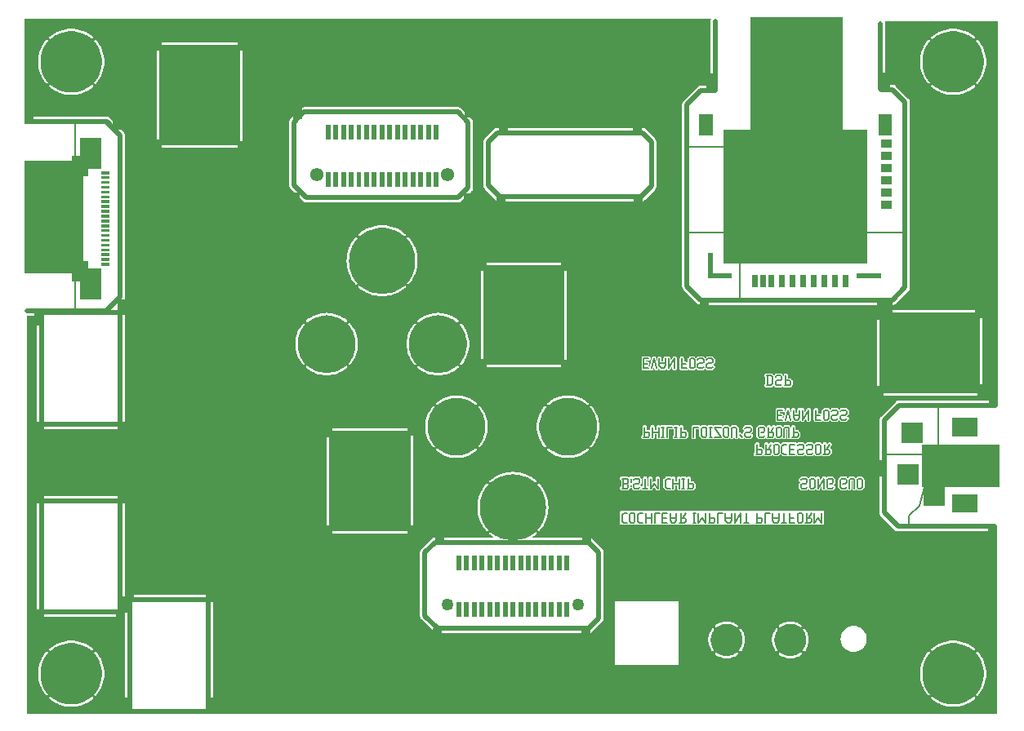
<source format=gbl>
G04 start of page 3 for group 3 idx 3 *
G04 Title: (unknown), 3GND *
G04 Creator: pcb 20110918 *
G04 CreationDate: Mon Jan 27 16:51:52 2014 UTC *
G04 For: fosse *
G04 Format: Gerber/RS-274X *
G04 PCB-Dimensions: 550000 450000 *
G04 PCB-Coordinate-Origin: lower left *
%MOIN*%
%FSLAX25Y25*%
%LNBOTTOM*%
%ADD65C,0.1150*%
%ADD64C,0.0945*%
%ADD63C,0.2100*%
%ADD62C,0.0354*%
%ADD61C,0.1160*%
%ADD60C,0.1090*%
%ADD59C,0.0433*%
%ADD58C,0.0150*%
%ADD57C,0.0300*%
%ADD56R,0.0748X0.0748*%
%ADD55R,0.0827X0.0827*%
%ADD54R,0.0551X0.0551*%
%ADD53R,0.0354X0.0354*%
%ADD52R,0.0236X0.0236*%
%ADD51R,0.0177X0.0177*%
%ADD50R,0.0551X0.0551*%
%ADD49R,0.0197X0.0197*%
%ADD48R,0.0197X0.0197*%
%ADD47R,0.3307X0.3307*%
%ADD46R,0.0866X0.0866*%
%ADD45R,0.0335X0.0335*%
%ADD44R,0.0236X0.0236*%
%ADD43C,0.0200*%
%ADD42R,0.0118X0.0118*%
%ADD41C,0.0544*%
%ADD40C,0.1300*%
%ADD39C,0.2350*%
%ADD38C,0.0494*%
%ADD37C,0.2700*%
%ADD36C,0.2500*%
%ADD35C,0.0591*%
%ADD34C,0.0060*%
%ADD33C,0.0001*%
G54D33*G36*
X431036Y143319D02*X431324Y142636D01*
X431661Y141582D01*
X431904Y140502D01*
X432051Y139406D01*
X432100Y138300D01*
X432051Y137194D01*
X431904Y136098D01*
X431661Y135018D01*
X431324Y133964D01*
X431036Y133281D01*
Y143319D01*
G37*
G36*
Y196500D02*X436500D01*
X436814Y196519D01*
X437120Y196592D01*
X437411Y196712D01*
X437500Y196767D01*
Y122000D01*
X431036D01*
Y131123D01*
X431250Y131453D01*
X431810Y132510D01*
X432274Y133613D01*
X432639Y134752D01*
X432902Y135919D01*
X433060Y137105D01*
X433113Y138300D01*
X433060Y139495D01*
X432902Y140681D01*
X432639Y141848D01*
X432274Y142987D01*
X431810Y144090D01*
X431250Y145147D01*
X431036Y145477D01*
Y196500D01*
G37*
G36*
X419606D02*X431036D01*
Y145477D01*
X430599Y146151D01*
X429861Y147093D01*
X429805Y147150D01*
X429739Y147197D01*
X429667Y147234D01*
X429591Y147259D01*
X429511Y147271D01*
X429430Y147271D01*
X429351Y147258D01*
X429274Y147233D01*
X429202Y147196D01*
X429137Y147149D01*
X429080Y147092D01*
X429033Y147027D01*
X428997Y146955D01*
X428972Y146878D01*
X428959Y146798D01*
X428959Y146718D01*
X428972Y146638D01*
X428997Y146561D01*
X429034Y146490D01*
X429083Y146425D01*
X429774Y145562D01*
X430377Y144634D01*
X430894Y143656D01*
X431036Y143319D01*
Y133281D01*
X430894Y132944D01*
X430377Y131966D01*
X429774Y131038D01*
X429092Y130167D01*
X429044Y130104D01*
X429009Y130034D01*
X428984Y129959D01*
X428972Y129881D01*
X428972Y129803D01*
X428984Y129725D01*
X429008Y129650D01*
X429044Y129580D01*
X429090Y129516D01*
X429145Y129460D01*
X429209Y129414D01*
X429279Y129378D01*
X429354Y129354D01*
X429431Y129341D01*
X429510Y129341D01*
X429588Y129353D01*
X429663Y129378D01*
X429733Y129413D01*
X429797Y129459D01*
X429851Y129516D01*
X430599Y130449D01*
X431036Y131123D01*
Y122000D01*
X419606D01*
Y124787D01*
X420795Y124840D01*
X421981Y124998D01*
X423148Y125261D01*
X424287Y125626D01*
X425390Y126090D01*
X426447Y126650D01*
X427451Y127301D01*
X428393Y128039D01*
X428450Y128095D01*
X428497Y128161D01*
X428534Y128233D01*
X428559Y128309D01*
X428571Y128389D01*
X428571Y128470D01*
X428558Y128549D01*
X428533Y128626D01*
X428496Y128698D01*
X428449Y128763D01*
X428392Y128820D01*
X428327Y128867D01*
X428255Y128903D01*
X428178Y128928D01*
X428098Y128941D01*
X428018Y128941D01*
X427938Y128928D01*
X427861Y128903D01*
X427790Y128866D01*
X427725Y128817D01*
X426862Y128126D01*
X425934Y127523D01*
X424956Y127006D01*
X423936Y126576D01*
X422882Y126239D01*
X421802Y125996D01*
X420706Y125849D01*
X419606Y125800D01*
Y150800D01*
X420706Y150751D01*
X421802Y150604D01*
X422882Y150361D01*
X423936Y150024D01*
X424956Y149594D01*
X425934Y149077D01*
X426862Y148474D01*
X427733Y147792D01*
X427796Y147744D01*
X427866Y147709D01*
X427941Y147684D01*
X428019Y147672D01*
X428097Y147672D01*
X428175Y147684D01*
X428250Y147708D01*
X428320Y147744D01*
X428384Y147790D01*
X428440Y147845D01*
X428486Y147909D01*
X428522Y147979D01*
X428546Y148054D01*
X428559Y148131D01*
X428559Y148210D01*
X428547Y148288D01*
X428522Y148363D01*
X428487Y148433D01*
X428441Y148497D01*
X428384Y148551D01*
X427451Y149299D01*
X426447Y149950D01*
X425390Y150510D01*
X424287Y150974D01*
X423148Y151339D01*
X421981Y151602D01*
X420795Y151760D01*
X419606Y151813D01*
Y196500D01*
G37*
G36*
X431036Y393319D02*X431324Y392636D01*
X431661Y391582D01*
X431904Y390502D01*
X432051Y389406D01*
X432100Y388300D01*
X432051Y387194D01*
X431904Y386098D01*
X431661Y385018D01*
X431324Y383964D01*
X431036Y383281D01*
Y393319D01*
G37*
G36*
Y405000D02*X438000D01*
Y249733D01*
X437911Y249788D01*
X437620Y249908D01*
X437314Y249981D01*
X437000Y250000D01*
X431036D01*
Y252137D01*
X431063Y252153D01*
X431182Y252256D01*
X431285Y252375D01*
X431367Y252510D01*
X431427Y252655D01*
X431464Y252808D01*
X431473Y252965D01*
X431464Y286192D01*
X431427Y286345D01*
X431367Y286490D01*
X431285Y286625D01*
X431182Y286744D01*
X431063Y286847D01*
X431036Y286863D01*
Y381123D01*
X431250Y381453D01*
X431810Y382510D01*
X432274Y383613D01*
X432639Y384752D01*
X432902Y385919D01*
X433060Y387105D01*
X433113Y388300D01*
X433060Y389495D01*
X432902Y390681D01*
X432639Y391848D01*
X432274Y392987D01*
X431810Y394090D01*
X431250Y395147D01*
X431036Y395477D01*
Y405000D01*
G37*
G36*
Y250000D02*X419606D01*
Y251972D01*
X430630Y251974D01*
X430783Y252011D01*
X430928Y252071D01*
X431036Y252137D01*
Y250000D01*
G37*
G36*
X419606Y405000D02*X431036D01*
Y395477D01*
X430599Y396151D01*
X429861Y397093D01*
X429805Y397150D01*
X429739Y397197D01*
X429667Y397234D01*
X429591Y397259D01*
X429511Y397271D01*
X429430Y397271D01*
X429351Y397258D01*
X429274Y397233D01*
X429202Y397196D01*
X429137Y397149D01*
X429080Y397092D01*
X429033Y397027D01*
X428997Y396955D01*
X428972Y396878D01*
X428959Y396798D01*
X428959Y396718D01*
X428972Y396638D01*
X428997Y396561D01*
X429034Y396490D01*
X429083Y396425D01*
X429774Y395562D01*
X430377Y394634D01*
X430894Y393656D01*
X431036Y393319D01*
Y383281D01*
X430894Y382944D01*
X430377Y381966D01*
X429774Y381038D01*
X429092Y380167D01*
X429044Y380104D01*
X429009Y380034D01*
X428984Y379959D01*
X428972Y379881D01*
X428972Y379803D01*
X428984Y379725D01*
X429008Y379650D01*
X429044Y379580D01*
X429090Y379516D01*
X429145Y379460D01*
X429209Y379414D01*
X429279Y379378D01*
X429354Y379354D01*
X429431Y379341D01*
X429510Y379341D01*
X429588Y379353D01*
X429663Y379378D01*
X429733Y379413D01*
X429797Y379459D01*
X429851Y379516D01*
X430599Y380449D01*
X431036Y381123D01*
Y286863D01*
X430928Y286929D01*
X430783Y286989D01*
X430630Y287026D01*
X430473Y287035D01*
X419606Y287033D01*
Y374787D01*
X420795Y374840D01*
X421981Y374998D01*
X423148Y375261D01*
X424287Y375626D01*
X425390Y376090D01*
X426447Y376650D01*
X427451Y377301D01*
X428393Y378039D01*
X428450Y378095D01*
X428497Y378161D01*
X428534Y378233D01*
X428559Y378309D01*
X428571Y378389D01*
X428571Y378470D01*
X428558Y378549D01*
X428533Y378626D01*
X428496Y378698D01*
X428449Y378763D01*
X428392Y378820D01*
X428327Y378867D01*
X428255Y378903D01*
X428178Y378928D01*
X428098Y378941D01*
X428018Y378941D01*
X427938Y378928D01*
X427861Y378903D01*
X427790Y378866D01*
X427725Y378817D01*
X426862Y378126D01*
X425934Y377523D01*
X424956Y377006D01*
X423936Y376576D01*
X422882Y376239D01*
X421802Y375996D01*
X420706Y375849D01*
X419606Y375800D01*
Y400800D01*
X420706Y400751D01*
X421802Y400604D01*
X422882Y400361D01*
X423936Y400024D01*
X424956Y399594D01*
X425934Y399077D01*
X426862Y398474D01*
X427733Y397792D01*
X427796Y397744D01*
X427866Y397709D01*
X427941Y397684D01*
X428019Y397672D01*
X428097Y397672D01*
X428175Y397684D01*
X428250Y397708D01*
X428320Y397744D01*
X428384Y397790D01*
X428440Y397845D01*
X428486Y397909D01*
X428522Y397979D01*
X428546Y398054D01*
X428559Y398131D01*
X428559Y398210D01*
X428547Y398288D01*
X428522Y398363D01*
X428487Y398433D01*
X428441Y398497D01*
X428384Y398551D01*
X427451Y399299D01*
X426447Y399950D01*
X425390Y400510D01*
X424287Y400974D01*
X423148Y401339D01*
X421981Y401602D01*
X420795Y401760D01*
X419606Y401813D01*
Y405000D01*
G37*
G36*
X408164Y196500D02*X419606D01*
Y151813D01*
X419600Y151813D01*
X418405Y151760D01*
X417219Y151602D01*
X416052Y151339D01*
X414913Y150974D01*
X413810Y150510D01*
X412753Y149950D01*
X411749Y149299D01*
X410807Y148561D01*
X410750Y148505D01*
X410703Y148439D01*
X410666Y148367D01*
X410641Y148291D01*
X410629Y148211D01*
X410629Y148130D01*
X410642Y148051D01*
X410667Y147974D01*
X410704Y147902D01*
X410751Y147837D01*
X410808Y147780D01*
X410873Y147733D01*
X410945Y147697D01*
X411022Y147672D01*
X411102Y147659D01*
X411182Y147659D01*
X411262Y147672D01*
X411339Y147697D01*
X411410Y147734D01*
X411475Y147783D01*
X412338Y148474D01*
X413266Y149077D01*
X414244Y149594D01*
X415264Y150024D01*
X416318Y150361D01*
X417398Y150604D01*
X418494Y150751D01*
X419600Y150800D01*
X419606Y150800D01*
Y125800D01*
X419600Y125800D01*
X418494Y125849D01*
X417398Y125996D01*
X416318Y126239D01*
X415264Y126576D01*
X414244Y127006D01*
X413266Y127523D01*
X412338Y128126D01*
X411467Y128808D01*
X411404Y128856D01*
X411334Y128891D01*
X411259Y128916D01*
X411181Y128928D01*
X411103Y128928D01*
X411025Y128916D01*
X410950Y128892D01*
X410880Y128856D01*
X410816Y128810D01*
X410760Y128755D01*
X410714Y128691D01*
X410678Y128621D01*
X410654Y128546D01*
X410641Y128469D01*
X410641Y128390D01*
X410653Y128312D01*
X410678Y128237D01*
X410713Y128167D01*
X410759Y128103D01*
X410816Y128049D01*
X411749Y127301D01*
X412753Y126650D01*
X413810Y126090D01*
X414913Y125626D01*
X416052Y125261D01*
X417219Y124998D01*
X418405Y124840D01*
X419600Y124787D01*
X419606Y124787D01*
Y122000D01*
X408164D01*
Y131123D01*
X408601Y130449D01*
X409339Y129507D01*
X409395Y129450D01*
X409461Y129403D01*
X409533Y129366D01*
X409609Y129341D01*
X409689Y129329D01*
X409770Y129329D01*
X409849Y129342D01*
X409926Y129367D01*
X409998Y129404D01*
X410063Y129451D01*
X410120Y129508D01*
X410167Y129573D01*
X410203Y129645D01*
X410228Y129722D01*
X410241Y129802D01*
X410241Y129882D01*
X410228Y129962D01*
X410203Y130039D01*
X410166Y130110D01*
X410117Y130175D01*
X409426Y131038D01*
X408823Y131966D01*
X408306Y132944D01*
X408164Y133281D01*
Y143319D01*
X408306Y143656D01*
X408823Y144634D01*
X409426Y145562D01*
X410108Y146433D01*
X410156Y146496D01*
X410191Y146566D01*
X410216Y146641D01*
X410228Y146719D01*
X410228Y146797D01*
X410216Y146875D01*
X410192Y146950D01*
X410156Y147020D01*
X410110Y147084D01*
X410055Y147140D01*
X409991Y147186D01*
X409921Y147222D01*
X409846Y147246D01*
X409769Y147259D01*
X409690Y147259D01*
X409612Y147247D01*
X409537Y147222D01*
X409467Y147187D01*
X409403Y147141D01*
X409349Y147084D01*
X408601Y146151D01*
X408164Y145477D01*
Y196500D01*
G37*
G36*
Y251969D02*X419606Y251972D01*
Y250000D01*
X408164D01*
Y251969D01*
G37*
G36*
Y405000D02*X419606D01*
Y401813D01*
X419600Y401813D01*
X418405Y401760D01*
X417219Y401602D01*
X416052Y401339D01*
X414913Y400974D01*
X413810Y400510D01*
X412753Y399950D01*
X411749Y399299D01*
X410807Y398561D01*
X410750Y398505D01*
X410703Y398439D01*
X410666Y398367D01*
X410641Y398291D01*
X410629Y398211D01*
X410629Y398130D01*
X410642Y398051D01*
X410667Y397974D01*
X410704Y397902D01*
X410751Y397837D01*
X410808Y397780D01*
X410873Y397733D01*
X410945Y397697D01*
X411022Y397672D01*
X411102Y397659D01*
X411182Y397659D01*
X411262Y397672D01*
X411339Y397697D01*
X411410Y397734D01*
X411475Y397783D01*
X412338Y398474D01*
X413266Y399077D01*
X414244Y399594D01*
X415264Y400024D01*
X416318Y400361D01*
X417398Y400604D01*
X418494Y400751D01*
X419600Y400800D01*
X419606Y400800D01*
Y375800D01*
X419600Y375800D01*
X418494Y375849D01*
X417398Y375996D01*
X416318Y376239D01*
X415264Y376576D01*
X414244Y377006D01*
X413266Y377523D01*
X412338Y378126D01*
X411467Y378808D01*
X411404Y378856D01*
X411334Y378891D01*
X411259Y378916D01*
X411181Y378928D01*
X411103Y378928D01*
X411025Y378916D01*
X410950Y378892D01*
X410880Y378856D01*
X410816Y378810D01*
X410760Y378755D01*
X410714Y378691D01*
X410678Y378621D01*
X410654Y378546D01*
X410641Y378469D01*
X410641Y378390D01*
X410653Y378312D01*
X410678Y378237D01*
X410713Y378167D01*
X410759Y378103D01*
X410816Y378049D01*
X411749Y377301D01*
X412753Y376650D01*
X413810Y376090D01*
X414913Y375626D01*
X416052Y375261D01*
X417219Y374998D01*
X418405Y374840D01*
X419600Y374787D01*
X419606Y374787D01*
Y287033D01*
X408164Y287030D01*
Y381123D01*
X408601Y380449D01*
X409339Y379507D01*
X409395Y379450D01*
X409461Y379403D01*
X409533Y379366D01*
X409609Y379341D01*
X409689Y379329D01*
X409770Y379329D01*
X409849Y379342D01*
X409926Y379367D01*
X409998Y379404D01*
X410063Y379451D01*
X410120Y379508D01*
X410167Y379573D01*
X410203Y379645D01*
X410228Y379722D01*
X410241Y379802D01*
X410241Y379882D01*
X410228Y379962D01*
X410203Y380039D01*
X410166Y380110D01*
X410117Y380175D01*
X409426Y381038D01*
X408823Y381966D01*
X408306Y382944D01*
X408164Y383281D01*
Y393319D01*
X408306Y393656D01*
X408823Y394634D01*
X409426Y395562D01*
X410108Y396433D01*
X410156Y396496D01*
X410191Y396566D01*
X410216Y396641D01*
X410228Y396719D01*
X410228Y396797D01*
X410216Y396875D01*
X410192Y396950D01*
X410156Y397020D01*
X410110Y397084D01*
X410055Y397140D01*
X409991Y397186D01*
X409921Y397222D01*
X409846Y397246D01*
X409769Y397259D01*
X409690Y397259D01*
X409612Y397247D01*
X409537Y397222D01*
X409467Y397187D01*
X409403Y397141D01*
X409349Y397084D01*
X408601Y396151D01*
X408164Y395477D01*
Y405000D01*
G37*
G36*
Y133281D02*X407876Y133964D01*
X407539Y135018D01*
X407296Y136098D01*
X407149Y137194D01*
X407100Y138300D01*
X407149Y139406D01*
X407296Y140502D01*
X407539Y141582D01*
X407876Y142636D01*
X408164Y143319D01*
Y133281D01*
G37*
G36*
Y383281D02*X407876Y383964D01*
X407539Y385018D01*
X407296Y386098D01*
X407149Y387194D01*
X407100Y388300D01*
X407149Y389406D01*
X407296Y390502D01*
X407539Y391582D01*
X407876Y392636D01*
X408164Y393319D01*
Y383281D01*
G37*
G36*
X252201Y211801D02*X252559Y210958D01*
X252929Y209811D01*
X253196Y208637D01*
X253356Y207443D01*
X253410Y206240D01*
X253356Y205037D01*
X253196Y203843D01*
X252929Y202669D01*
X252559Y201522D01*
X252201Y200679D01*
Y211801D01*
G37*
G36*
X378992Y289000D02*X394822D01*
X394900Y288994D01*
X395214Y289019D01*
X395214Y289019D01*
X395520Y289092D01*
X395811Y289212D01*
X396079Y289377D01*
X396319Y289581D01*
X396370Y289641D01*
X401359Y294630D01*
X401419Y294681D01*
X401623Y294921D01*
X401623Y294921D01*
X401788Y295189D01*
X401908Y295480D01*
X401981Y295786D01*
X402006Y296100D01*
X402000Y296178D01*
Y371822D01*
X402006Y371900D01*
X401981Y372214D01*
X401981Y372214D01*
X401908Y372520D01*
X401788Y372811D01*
X401623Y373079D01*
X401419Y373319D01*
X401359Y373370D01*
X396370Y378359D01*
X396319Y378419D01*
X396079Y378623D01*
X395811Y378788D01*
X395520Y378908D01*
X395214Y378981D01*
X395214Y378981D01*
X394900Y379006D01*
X394822Y379000D01*
X392000D01*
Y404000D01*
X391981Y404314D01*
X391908Y404620D01*
X391788Y404911D01*
X391733Y405000D01*
X408164D01*
Y395477D01*
X407950Y395147D01*
X407390Y394090D01*
X406926Y392987D01*
X406561Y391848D01*
X406298Y390681D01*
X406140Y389495D01*
X406087Y388300D01*
X406140Y387105D01*
X406298Y385919D01*
X406561Y384752D01*
X406926Y383613D01*
X407390Y382510D01*
X407950Y381453D01*
X408164Y381123D01*
Y287030D01*
X389371Y287026D01*
X389218Y286989D01*
X389073Y286929D01*
X388938Y286847D01*
X388819Y286744D01*
X388716Y286625D01*
X388634Y286490D01*
X388574Y286345D01*
X388537Y286192D01*
X388528Y286035D01*
X388537Y252808D01*
X388574Y252655D01*
X388634Y252510D01*
X388716Y252375D01*
X388819Y252256D01*
X388938Y252153D01*
X389073Y252071D01*
X389218Y252011D01*
X389371Y251974D01*
X389528Y251965D01*
X408164Y251969D01*
Y250000D01*
X397678D01*
X397600Y250006D01*
X397286Y249981D01*
X396980Y249908D01*
X396689Y249788D01*
X396421Y249623D01*
X396420Y249623D01*
X396181Y249419D01*
X396130Y249359D01*
X390141Y243370D01*
X390081Y243319D01*
X389877Y243079D01*
X389712Y242811D01*
X389592Y242520D01*
X389519Y242214D01*
X389494Y241900D01*
X389500Y241822D01*
Y204178D01*
X389494Y204100D01*
X389519Y203786D01*
X389592Y203480D01*
X389712Y203189D01*
X389877Y202921D01*
X389877Y202921D01*
X390081Y202681D01*
X390141Y202630D01*
X395630Y197141D01*
X395681Y197081D01*
X395921Y196877D01*
X395921Y196877D01*
X396189Y196712D01*
X396480Y196592D01*
X396786Y196519D01*
X397100Y196494D01*
X397178Y196500D01*
X408164D01*
Y145477D01*
X407950Y145147D01*
X407390Y144090D01*
X406926Y142987D01*
X406561Y141848D01*
X406298Y140681D01*
X406140Y139495D01*
X406087Y138300D01*
X406140Y137105D01*
X406298Y135919D01*
X406561Y134752D01*
X406926Y133613D01*
X407390Y132510D01*
X407950Y131453D01*
X408164Y131123D01*
Y122000D01*
X378992D01*
Y147172D01*
X379000Y147172D01*
X379834Y147237D01*
X380647Y147432D01*
X381419Y147752D01*
X382132Y148189D01*
X382768Y148732D01*
X383311Y149368D01*
X383748Y150081D01*
X384068Y150853D01*
X384263Y151666D01*
X384312Y152500D01*
X384263Y153334D01*
X384068Y154147D01*
X383748Y154919D01*
X383311Y155632D01*
X382768Y156268D01*
X382132Y156811D01*
X381419Y157248D01*
X380647Y157568D01*
X379834Y157763D01*
X379000Y157828D01*
X378992Y157828D01*
Y213154D01*
X379021Y213141D01*
X379159Y213108D01*
X379300Y213097D01*
X379441Y213108D01*
X379579Y213141D01*
X379710Y213196D01*
X379831Y213270D01*
X379938Y213362D01*
X380030Y213469D01*
X380104Y213590D01*
X380114Y213613D01*
X380339Y213389D01*
X380362Y213362D01*
X380469Y213270D01*
X380469Y213270D01*
X380590Y213196D01*
X380721Y213141D01*
X380859Y213108D01*
X381000Y213097D01*
X381035Y213100D01*
X381965D01*
X382000Y213097D01*
X382141Y213108D01*
X382141Y213108D01*
X382279Y213141D01*
X382410Y213196D01*
X382531Y213270D01*
X382638Y213362D01*
X382661Y213389D01*
X383111Y213839D01*
X383138Y213862D01*
X383230Y213969D01*
X383304Y214090D01*
X383359Y214221D01*
X383392Y214359D01*
X383403Y214500D01*
X383400Y214535D01*
Y217465D01*
X383403Y217500D01*
X383392Y217641D01*
X383392Y217641D01*
X383359Y217779D01*
X383304Y217910D01*
X383230Y218031D01*
X383138Y218138D01*
X383111Y218161D01*
X382661Y218611D01*
X382638Y218638D01*
X382531Y218730D01*
X382484Y218759D01*
X382410Y218804D01*
X382279Y218859D01*
X382141Y218892D01*
X382000Y218903D01*
X381965Y218900D01*
X381035D01*
X381000Y218903D01*
X380859Y218892D01*
X380721Y218859D01*
X380590Y218804D01*
X380469Y218730D01*
X380469Y218730D01*
X380362Y218638D01*
X380339Y218612D01*
X379900Y218173D01*
X379461Y218611D01*
X379438Y218638D01*
X379331Y218730D01*
X379284Y218759D01*
X379210Y218804D01*
X379079Y218859D01*
X378992Y218880D01*
Y289000D01*
G37*
G36*
X333412Y153658D02*X333501Y153277D01*
X333583Y152686D01*
X333610Y152090D01*
X333583Y151494D01*
X333501Y150903D01*
X333412Y150522D01*
Y153658D01*
G37*
G36*
X359412D02*X359501Y153277D01*
X359583Y152686D01*
X359610Y152090D01*
X359583Y151494D01*
X359501Y150903D01*
X359412Y150522D01*
Y153658D01*
G37*
G36*
X369900Y289000D02*X378992D01*
Y218880D01*
X378941Y218892D01*
X378800Y218903D01*
X378765Y218900D01*
X377835D01*
X377800Y218903D01*
X377659Y218892D01*
X377521Y218859D01*
X377390Y218804D01*
X377269Y218730D01*
X377269Y218730D01*
X377162Y218638D01*
X377139Y218612D01*
X376700Y218173D01*
X376261Y218611D01*
X376238Y218638D01*
X376131Y218730D01*
X376010Y218804D01*
X375879Y218859D01*
X375741Y218892D01*
X375741Y218892D01*
X375600Y218903D01*
X375565Y218900D01*
X374135D01*
X374100Y218903D01*
X373959Y218892D01*
X373821Y218859D01*
X373690Y218804D01*
X373569Y218730D01*
X373462Y218638D01*
X373439Y218611D01*
X372989Y218161D01*
X372962Y218138D01*
X372870Y218031D01*
X372796Y217910D01*
X372741Y217779D01*
X372708Y217641D01*
X372708Y217641D01*
X372697Y217500D01*
X372700Y217465D01*
Y214535D01*
X372697Y214500D01*
X372708Y214359D01*
Y214359D01*
X372741Y214221D01*
X372796Y214090D01*
X372870Y213969D01*
X372962Y213862D01*
X372989Y213839D01*
X373439Y213389D01*
X373462Y213362D01*
X373569Y213270D01*
X373690Y213196D01*
X373821Y213141D01*
X373959Y213108D01*
X373959D01*
X374100Y213097D01*
X374135Y213100D01*
X375565D01*
X375600Y213097D01*
X375741Y213108D01*
X375741Y213108D01*
X375879Y213141D01*
X376010Y213196D01*
X376131Y213270D01*
X376238Y213362D01*
X376261Y213389D01*
X376486Y213613D01*
X376496Y213590D01*
X376570Y213469D01*
X376662Y213362D01*
X376769Y213270D01*
X376890Y213196D01*
X377021Y213141D01*
X377159Y213108D01*
X377300Y213097D01*
X377441Y213108D01*
X377579Y213141D01*
X377710Y213196D01*
X377831Y213270D01*
X377938Y213362D01*
X378030Y213469D01*
X378104Y213590D01*
X378159Y213721D01*
X378192Y213859D01*
X378200Y214000D01*
Y217100D01*
X378400D01*
Y214000D01*
X378408Y213859D01*
X378441Y213721D01*
X378496Y213590D01*
X378570Y213469D01*
X378662Y213362D01*
X378769Y213270D01*
X378890Y213196D01*
X378992Y213154D01*
Y157828D01*
X378166Y157763D01*
X377353Y157568D01*
X376581Y157248D01*
X375868Y156811D01*
X375232Y156268D01*
X374689Y155632D01*
X374252Y154919D01*
X373932Y154147D01*
X373737Y153334D01*
X373672Y152500D01*
X373737Y151666D01*
X373932Y150853D01*
X374252Y150081D01*
X374689Y149368D01*
X375232Y148732D01*
X375868Y148189D01*
X376581Y147752D01*
X377353Y147432D01*
X378166Y147237D01*
X378992Y147172D01*
Y122000D01*
X369900D01*
Y213100D01*
X370065D01*
X370100Y213097D01*
X370241Y213108D01*
X370241Y213108D01*
X370379Y213141D01*
X370510Y213196D01*
X370631Y213270D01*
X370738Y213362D01*
X370761Y213389D01*
X371236Y213864D01*
X371330Y213969D01*
X371404Y214090D01*
X371459Y214221D01*
X371492Y214359D01*
X371503Y214500D01*
X371492Y214641D01*
X371459Y214779D01*
X371404Y214910D01*
X371330Y215031D01*
X371238Y215138D01*
X371131Y215230D01*
X371010Y215304D01*
X370879Y215359D01*
X370760Y215387D01*
X370761Y215389D01*
X371211Y215839D01*
X371238Y215862D01*
X371330Y215969D01*
X371330Y215969D01*
X371404Y216090D01*
X371459Y216221D01*
X371492Y216359D01*
X371503Y216500D01*
X371500Y216535D01*
Y217465D01*
X371503Y217500D01*
X371492Y217641D01*
X371459Y217779D01*
X371404Y217910D01*
X371359Y217984D01*
X371330Y218031D01*
X371238Y218138D01*
X371211Y218161D01*
X370761Y218611D01*
X370738Y218638D01*
X370631Y218730D01*
X370510Y218804D01*
X370379Y218859D01*
X370241Y218892D01*
X370241Y218892D01*
X370100Y218903D01*
X370065Y218900D01*
X369900D01*
Y227934D01*
X369930Y227969D01*
X369930Y227969D01*
X370004Y228090D01*
X370059Y228221D01*
X370092Y228359D01*
X370103Y228500D01*
X370100Y228535D01*
Y229465D01*
X370103Y229500D01*
X370092Y229641D01*
X370059Y229779D01*
X370004Y229910D01*
X369959Y229984D01*
X369930Y230031D01*
X369900Y230066D01*
Y231417D01*
X369972Y231537D01*
X370037Y231662D01*
X370080Y231797D01*
X370101Y231938D01*
X370099Y232079D01*
X370076Y232219D01*
X370031Y232353D01*
X369965Y232479D01*
X369900Y232567D01*
Y241329D01*
X369969Y241270D01*
X370090Y241196D01*
X370221Y241141D01*
X370359Y241108D01*
X370359D01*
X370500Y241097D01*
X370535Y241100D01*
X371965D01*
X372000Y241097D01*
X372141Y241108D01*
X372141Y241108D01*
X372279Y241141D01*
X372410Y241196D01*
X372531Y241270D01*
X372638Y241362D01*
X372661Y241389D01*
X373100Y241827D01*
X373539Y241389D01*
X373562Y241362D01*
X373669Y241270D01*
X373790Y241196D01*
X373921Y241141D01*
X374059Y241108D01*
X374059D01*
X374200Y241097D01*
X374235Y241100D01*
X375665D01*
X375700Y241097D01*
X375841Y241108D01*
X375841Y241108D01*
X375979Y241141D01*
X376110Y241196D01*
X376231Y241270D01*
X376338Y241362D01*
X376361Y241389D01*
X376836Y241864D01*
X376930Y241969D01*
X377004Y242090D01*
X377059Y242221D01*
X377092Y242359D01*
X377103Y242500D01*
X377092Y242641D01*
X377059Y242779D01*
X377004Y242910D01*
X376930Y243031D01*
X376838Y243138D01*
X376731Y243230D01*
X376610Y243304D01*
X376479Y243359D01*
X376360Y243387D01*
X376361Y243389D01*
X376811Y243839D01*
X376838Y243862D01*
X376930Y243969D01*
X376930Y243969D01*
X377004Y244090D01*
X377059Y244221D01*
X377092Y244359D01*
X377103Y244500D01*
X377100Y244535D01*
Y245465D01*
X377103Y245500D01*
X377092Y245641D01*
X377059Y245779D01*
X377004Y245910D01*
X376959Y245984D01*
X376930Y246031D01*
X376838Y246138D01*
X376811Y246161D01*
X376361Y246611D01*
X376338Y246638D01*
X376231Y246730D01*
X376110Y246804D01*
X375979Y246859D01*
X375841Y246892D01*
X375841Y246892D01*
X375700Y246903D01*
X375665Y246900D01*
X374235D01*
X374200Y246903D01*
X374059Y246892D01*
X373921Y246859D01*
X373790Y246804D01*
X373669Y246730D01*
X373562Y246638D01*
X373539Y246611D01*
X373100Y246173D01*
X372661Y246611D01*
X372638Y246638D01*
X372531Y246730D01*
X372410Y246804D01*
X372279Y246859D01*
X372141Y246892D01*
X372141Y246892D01*
X372000Y246903D01*
X371965Y246900D01*
X370535D01*
X370500Y246903D01*
X370359Y246892D01*
X370221Y246859D01*
X370090Y246804D01*
X369969Y246730D01*
X369900Y246671D01*
Y289000D01*
G37*
G36*
Y230066D02*X369838Y230138D01*
X369811Y230161D01*
X369396Y230577D01*
X369900Y231417D01*
Y230066D01*
G37*
G36*
Y218900D02*X368635D01*
X368600Y218903D01*
X368459Y218892D01*
X368321Y218859D01*
X368190Y218804D01*
X368069Y218730D01*
X367962Y218638D01*
X367939Y218611D01*
X367714Y218387D01*
X367704Y218410D01*
X367688Y218437D01*
X367674Y218465D01*
X367651Y218497D01*
X367630Y218531D01*
X367610Y218555D01*
X367592Y218580D01*
X367564Y218608D01*
X367538Y218638D01*
X367514Y218659D01*
X367492Y218681D01*
X367461Y218705D01*
X367431Y218730D01*
X367404Y218747D01*
X367378Y218766D01*
X367343Y218784D01*
X367310Y218804D01*
X367281Y218816D01*
X367253Y218831D01*
X367215Y218844D01*
X367179Y218859D01*
X367148Y218866D01*
X367118Y218876D01*
X367080Y218882D01*
X367041Y218892D01*
X367010Y218894D01*
X366979Y218899D01*
X366939Y218900D01*
X366900Y218903D01*
X366869Y218900D01*
X366837Y218901D01*
X366798Y218895D01*
X366759Y218892D01*
X366728Y218884D01*
X366697Y218880D01*
X366659Y218868D01*
X366621Y218859D01*
X366592Y218847D01*
X366562Y218837D01*
X366527Y218819D01*
X366490Y218804D01*
X366463Y218788D01*
X366435Y218774D01*
X366403Y218751D01*
X366369Y218730D01*
X366345Y218710D01*
X366320Y218692D01*
X366292Y218664D01*
X366262Y218638D01*
X366241Y218614D01*
X366219Y218592D01*
X366201Y218567D01*
X366170Y218531D01*
X366135Y218475D01*
X365300Y217138D01*
Y218000D01*
X365292Y218141D01*
X365259Y218279D01*
X365204Y218410D01*
X365130Y218531D01*
X365038Y218638D01*
X364931Y218730D01*
X364810Y218804D01*
X364679Y218859D01*
X364541Y218892D01*
X364400Y218903D01*
X364259Y218892D01*
X364121Y218859D01*
X363990Y218804D01*
X363869Y218730D01*
X363762Y218638D01*
X363670Y218531D01*
X363596Y218410D01*
X363586Y218387D01*
X363361Y218611D01*
X363338Y218638D01*
X363231Y218730D01*
X363184Y218759D01*
X363110Y218804D01*
X362979Y218859D01*
X362841Y218892D01*
X362700Y218903D01*
X362665Y218900D01*
X361735D01*
X361700Y218903D01*
X361559Y218892D01*
X361421Y218859D01*
X361290Y218804D01*
X361169Y218730D01*
X361169Y218730D01*
X361062Y218638D01*
X361039Y218612D01*
X360600Y218173D01*
X360161Y218611D01*
X360138Y218638D01*
X360031Y218730D01*
X359910Y218804D01*
X359779Y218859D01*
X359641Y218892D01*
X359641Y218892D01*
X359500Y218903D01*
X359465Y218900D01*
X359412D01*
Y227615D01*
X359639Y227389D01*
X359662Y227362D01*
X359769Y227270D01*
X359890Y227196D01*
X360021Y227141D01*
X360159Y227108D01*
X360159D01*
X360300Y227097D01*
X360335Y227100D01*
X361765D01*
X361800Y227097D01*
X361941Y227108D01*
X361941Y227108D01*
X362079Y227141D01*
X362210Y227196D01*
X362331Y227270D01*
X362438Y227362D01*
X362461Y227389D01*
X362900Y227827D01*
X363339Y227389D01*
X363362Y227362D01*
X363469Y227270D01*
X363469Y227270D01*
X363590Y227196D01*
X363721Y227141D01*
X363859Y227108D01*
X364000Y227097D01*
X364035Y227100D01*
X364965D01*
X365000Y227097D01*
X365141Y227108D01*
X365141Y227108D01*
X365279Y227141D01*
X365410Y227196D01*
X365531Y227270D01*
X365638Y227362D01*
X365661Y227389D01*
X365886Y227613D01*
X365896Y227590D01*
X365970Y227469D01*
X366062Y227362D01*
X366169Y227270D01*
X366290Y227196D01*
X366421Y227141D01*
X366559Y227108D01*
X366700Y227100D01*
X367165D01*
X367200Y227097D01*
X367235Y227100D01*
X368665D01*
X368700Y227097D01*
X368841Y227108D01*
X368841Y227108D01*
X368979Y227141D01*
X369110Y227196D01*
X369231Y227270D01*
X369338Y227362D01*
X369361Y227389D01*
X369811Y227839D01*
X369838Y227862D01*
X369900Y227934D01*
Y218900D01*
G37*
G36*
Y122000D02*X359412D01*
Y148023D01*
X359508Y148161D01*
X359841Y148764D01*
X360117Y149395D01*
X360335Y150049D01*
X360492Y150719D01*
X360586Y151402D01*
X360618Y152090D01*
X360586Y152778D01*
X360492Y153461D01*
X360335Y154131D01*
X360117Y154785D01*
X359841Y155416D01*
X359508Y156019D01*
X359412Y156160D01*
Y199105D01*
X366394Y199106D01*
X366486Y199128D01*
X366573Y199164D01*
X366654Y199213D01*
X366726Y199274D01*
X366787Y199346D01*
X366836Y199427D01*
X366872Y199514D01*
X366895Y199606D01*
X366900Y199700D01*
X366895Y204394D01*
X366872Y204486D01*
X366836Y204573D01*
X366787Y204654D01*
X366726Y204726D01*
X366654Y204787D01*
X366573Y204836D01*
X366486Y204872D01*
X366394Y204894D01*
X366300Y204900D01*
X359412Y204900D01*
Y213100D01*
X359465D01*
X359500Y213097D01*
X359641Y213108D01*
X359641Y213108D01*
X359779Y213141D01*
X359910Y213196D01*
X360031Y213270D01*
X360138Y213362D01*
X360161Y213389D01*
X360600Y213827D01*
X361039Y213389D01*
X361062Y213362D01*
X361169Y213270D01*
X361169Y213270D01*
X361290Y213196D01*
X361421Y213141D01*
X361559Y213108D01*
X361700Y213097D01*
X361735Y213100D01*
X362665D01*
X362700Y213097D01*
X362841Y213108D01*
X362841Y213108D01*
X362979Y213141D01*
X363110Y213196D01*
X363231Y213270D01*
X363338Y213362D01*
X363361Y213389D01*
X363586Y213613D01*
X363596Y213590D01*
X363612Y213563D01*
X363626Y213535D01*
X363649Y213503D01*
X363670Y213469D01*
X363690Y213445D01*
X363708Y213420D01*
X363736Y213392D01*
X363762Y213362D01*
X363786Y213341D01*
X363808Y213319D01*
X363839Y213295D01*
X363869Y213270D01*
X363896Y213253D01*
X363922Y213234D01*
X363957Y213216D01*
X363990Y213196D01*
X364019Y213184D01*
X364047Y213169D01*
X364085Y213157D01*
X364121Y213141D01*
X364152Y213134D01*
X364182Y213124D01*
X364220Y213118D01*
X364259Y213108D01*
X364290Y213106D01*
X364321Y213101D01*
X364361Y213100D01*
X364400Y213097D01*
X364431Y213100D01*
X364463Y213099D01*
X364502Y213105D01*
X364541Y213108D01*
X364572Y213116D01*
X364603Y213120D01*
X364641Y213132D01*
X364679Y213141D01*
X364708Y213153D01*
X364738Y213163D01*
X364773Y213181D01*
X364810Y213196D01*
X364837Y213212D01*
X364865Y213226D01*
X364897Y213249D01*
X364931Y213270D01*
X364955Y213290D01*
X364980Y213308D01*
X365008Y213336D01*
X365038Y213362D01*
X365059Y213386D01*
X365081Y213408D01*
X365099Y213433D01*
X365130Y213469D01*
X365165Y213526D01*
X366000Y214862D01*
Y214000D01*
X366008Y213859D01*
X366041Y213721D01*
X366096Y213590D01*
X366170Y213469D01*
X366262Y213362D01*
X366369Y213270D01*
X366490Y213196D01*
X366621Y213141D01*
X366759Y213108D01*
X366900Y213097D01*
X367041Y213108D01*
X367179Y213141D01*
X367310Y213196D01*
X367431Y213270D01*
X367538Y213362D01*
X367630Y213469D01*
X367704Y213590D01*
X367714Y213613D01*
X367939Y213389D01*
X367962Y213362D01*
X368069Y213270D01*
X368190Y213196D01*
X368321Y213141D01*
X368459Y213108D01*
X368459D01*
X368600Y213097D01*
X368635Y213100D01*
X369900D01*
Y122000D01*
G37*
G36*
X359412Y289000D02*X369900D01*
Y246671D01*
X369862Y246638D01*
X369839Y246611D01*
X369400Y246173D01*
X368961Y246611D01*
X368938Y246638D01*
X368831Y246730D01*
X368784Y246759D01*
X368710Y246804D01*
X368579Y246859D01*
X368441Y246892D01*
X368300Y246903D01*
X368265Y246900D01*
X367335D01*
X367300Y246903D01*
X367159Y246892D01*
X367021Y246859D01*
X366890Y246804D01*
X366769Y246730D01*
X366769Y246730D01*
X366662Y246638D01*
X366639Y246612D01*
X366189Y246161D01*
X366162Y246138D01*
X366070Y246031D01*
X365996Y245910D01*
X365941Y245779D01*
X365908Y245641D01*
X365908Y245641D01*
X365897Y245500D01*
X365900Y245465D01*
Y244217D01*
X365830Y244331D01*
X365738Y244438D01*
X365631Y244530D01*
X365510Y244604D01*
X365379Y244659D01*
X365241Y244692D01*
X365100Y244700D01*
X364500D01*
Y246000D01*
X364492Y246141D01*
X364459Y246279D01*
X364404Y246410D01*
X364330Y246531D01*
X364238Y246638D01*
X364131Y246730D01*
X364010Y246804D01*
X363879Y246859D01*
X363741Y246892D01*
X363600Y246903D01*
X363459Y246892D01*
X363321Y246859D01*
X363190Y246804D01*
X363069Y246730D01*
X362962Y246638D01*
X362870Y246531D01*
X362796Y246410D01*
X362741Y246279D01*
X362708Y246141D01*
X362700Y246000D01*
Y243835D01*
X362697Y243800D01*
X362700Y243765D01*
Y242035D01*
X362697Y242000D01*
X362708Y241859D01*
X362741Y241721D01*
X362796Y241590D01*
X362870Y241469D01*
X362962Y241362D01*
X363069Y241270D01*
X363190Y241196D01*
X363321Y241141D01*
X363459Y241108D01*
X363600Y241097D01*
X363635Y241100D01*
X365600D01*
X365741Y241108D01*
X365879Y241141D01*
X366010Y241196D01*
X366131Y241270D01*
X366238Y241362D01*
X366330Y241469D01*
X366404Y241590D01*
X366414Y241613D01*
X366639Y241389D01*
X366662Y241362D01*
X366769Y241270D01*
X366769Y241270D01*
X366890Y241196D01*
X367021Y241141D01*
X367159Y241108D01*
X367300Y241097D01*
X367335Y241100D01*
X368265D01*
X368300Y241097D01*
X368441Y241108D01*
X368441Y241108D01*
X368579Y241141D01*
X368710Y241196D01*
X368831Y241270D01*
X368938Y241362D01*
X368961Y241389D01*
X369400Y241827D01*
X369839Y241389D01*
X369862Y241362D01*
X369900Y241329D01*
Y232567D01*
X369881Y232593D01*
X369780Y232692D01*
X369664Y232774D01*
X369538Y232837D01*
X369403Y232880D01*
X369262Y232901D01*
X369121Y232899D01*
X368981Y232876D01*
X368847Y232831D01*
X368721Y232765D01*
X368607Y232681D01*
X368508Y232580D01*
X368428Y232463D01*
X368100Y231916D01*
Y232000D01*
X368092Y232141D01*
X368059Y232279D01*
X368004Y232410D01*
X367930Y232531D01*
X367838Y232638D01*
X367731Y232730D01*
X367610Y232804D01*
X367479Y232859D01*
X367341Y232892D01*
X367200Y232903D01*
X367059Y232892D01*
X366921Y232859D01*
X366790Y232804D01*
X366669Y232730D01*
X366562Y232638D01*
X366470Y232531D01*
X366396Y232410D01*
X366341Y232279D01*
X366308Y232141D01*
X366300Y232000D01*
Y231917D01*
X366230Y232031D01*
X366138Y232138D01*
X366111Y232161D01*
X365661Y232611D01*
X365638Y232638D01*
X365531Y232730D01*
X365484Y232759D01*
X365410Y232804D01*
X365279Y232859D01*
X365141Y232892D01*
X365000Y232903D01*
X364965Y232900D01*
X364035D01*
X364000Y232903D01*
X363859Y232892D01*
X363721Y232859D01*
X363590Y232804D01*
X363469Y232730D01*
X363469Y232730D01*
X363362Y232638D01*
X363339Y232612D01*
X362900Y232173D01*
X362461Y232611D01*
X362438Y232638D01*
X362331Y232730D01*
X362210Y232804D01*
X362079Y232859D01*
X361941Y232892D01*
X361941Y232892D01*
X361800Y232903D01*
X361765Y232900D01*
X360335D01*
X360300Y232903D01*
X360159Y232892D01*
X360021Y232859D01*
X359890Y232804D01*
X359769Y232730D01*
X359662Y232638D01*
X359639Y232611D01*
X359412Y232385D01*
Y242401D01*
X359700Y242862D01*
Y242000D01*
X359708Y241859D01*
X359741Y241721D01*
X359796Y241590D01*
X359870Y241469D01*
X359962Y241362D01*
X360069Y241270D01*
X360190Y241196D01*
X360321Y241141D01*
X360459Y241108D01*
X360600Y241097D01*
X360741Y241108D01*
X360879Y241141D01*
X361010Y241196D01*
X361131Y241270D01*
X361238Y241362D01*
X361330Y241469D01*
X361404Y241590D01*
X361459Y241721D01*
X361492Y241859D01*
X361500Y242000D01*
Y245996D01*
X361501Y246063D01*
X361493Y246110D01*
X361492Y246141D01*
X361484Y246172D01*
X361480Y246203D01*
X361468Y246241D01*
X361459Y246279D01*
X361447Y246308D01*
X361437Y246338D01*
X361419Y246373D01*
X361404Y246410D01*
X361388Y246437D01*
X361374Y246465D01*
X361351Y246497D01*
X361330Y246531D01*
X361310Y246555D01*
X361292Y246580D01*
X361264Y246608D01*
X361238Y246638D01*
X361214Y246659D01*
X361192Y246681D01*
X361161Y246705D01*
X361131Y246730D01*
X361104Y246747D01*
X361078Y246766D01*
X361043Y246784D01*
X361010Y246804D01*
X360981Y246816D01*
X360953Y246831D01*
X360915Y246844D01*
X360879Y246859D01*
X360848Y246866D01*
X360818Y246876D01*
X360780Y246882D01*
X360741Y246892D01*
X360710Y246894D01*
X360679Y246899D01*
X360639Y246900D01*
X360600Y246903D01*
X360569Y246900D01*
X360537Y246901D01*
X360498Y246895D01*
X360459Y246892D01*
X360428Y246884D01*
X360397Y246880D01*
X360359Y246868D01*
X360321Y246859D01*
X360292Y246847D01*
X360262Y246837D01*
X360227Y246819D01*
X360190Y246804D01*
X360163Y246788D01*
X360135Y246774D01*
X360103Y246751D01*
X360069Y246730D01*
X360045Y246710D01*
X360020Y246692D01*
X359992Y246664D01*
X359962Y246638D01*
X359941Y246614D01*
X359919Y246592D01*
X359901Y246567D01*
X359870Y246531D01*
X359835Y246475D01*
X359412Y245797D01*
Y289000D01*
G37*
G36*
Y232385D02*X359200Y232173D01*
X358761Y232611D01*
X358738Y232638D01*
X358631Y232730D01*
X358510Y232804D01*
X358379Y232859D01*
X358241Y232892D01*
X358241Y232892D01*
X358100Y232903D01*
X358065Y232900D01*
X356635D01*
X356600Y232903D01*
X356459Y232892D01*
X356321Y232859D01*
X356190Y232804D01*
X356069Y232730D01*
X355962Y232638D01*
X355939Y232611D01*
X355714Y232387D01*
X355704Y232410D01*
X355630Y232531D01*
X355538Y232638D01*
X355431Y232730D01*
X355310Y232804D01*
X355179Y232859D01*
X355041Y232892D01*
X354900Y232900D01*
X353113D01*
Y234198D01*
X353231Y234270D01*
X353300Y234329D01*
X353369Y234270D01*
X353490Y234196D01*
X353621Y234141D01*
X353759Y234108D01*
X353900Y234100D01*
X354365D01*
X354400Y234097D01*
X354435Y234100D01*
X355865D01*
X355900Y234097D01*
X356041Y234108D01*
X356041Y234108D01*
X356179Y234141D01*
X356310Y234196D01*
X356431Y234270D01*
X356538Y234362D01*
X356561Y234389D01*
X357011Y234839D01*
X357038Y234862D01*
X357130Y234969D01*
X357130Y234969D01*
X357204Y235090D01*
X357259Y235221D01*
X357292Y235359D01*
X357303Y235500D01*
X357300Y235535D01*
Y236465D01*
X357303Y236500D01*
X357292Y236641D01*
X357259Y236779D01*
X357204Y236910D01*
X357159Y236984D01*
X357130Y237031D01*
X357038Y237138D01*
X357011Y237161D01*
X356561Y237611D01*
X356538Y237638D01*
X356431Y237730D01*
X356310Y237804D01*
X356179Y237859D01*
X356041Y237892D01*
X356041Y237892D01*
X355900Y237903D01*
X355865Y237900D01*
X355300D01*
Y239000D01*
X355292Y239141D01*
X355259Y239279D01*
X355204Y239410D01*
X355130Y239531D01*
X355038Y239638D01*
X354931Y239730D01*
X354810Y239804D01*
X354679Y239859D01*
X354541Y239892D01*
X354400Y239903D01*
X354259Y239892D01*
X354121Y239859D01*
X353990Y239804D01*
X353869Y239730D01*
X353762Y239638D01*
X353670Y239531D01*
X353596Y239410D01*
X353541Y239279D01*
X353508Y239141D01*
X353500Y239000D01*
Y238917D01*
X353430Y239031D01*
X353338Y239138D01*
X353311Y239161D01*
X353113Y239359D01*
Y241103D01*
X353138Y241099D01*
X353279Y241101D01*
X353419Y241124D01*
X353553Y241169D01*
X353679Y241235D01*
X353793Y241319D01*
X353892Y241420D01*
X353974Y241536D01*
X354037Y241662D01*
X354080Y241797D01*
X354091Y241872D01*
X354347Y241506D01*
X354370Y241469D01*
X354432Y241396D01*
X354451Y241373D01*
X354457Y241368D01*
X354462Y241362D01*
X354509Y241321D01*
X354557Y241279D01*
X354563Y241275D01*
X354569Y241270D01*
X354623Y241237D01*
X354676Y241203D01*
X354683Y241200D01*
X354690Y241196D01*
X354748Y241172D01*
X354806Y241146D01*
X354814Y241144D01*
X354821Y241141D01*
X354882Y241127D01*
X354943Y241111D01*
X354951Y241110D01*
X354959Y241108D01*
X354988Y241107D01*
X355084Y241097D01*
X355127Y241100D01*
X356173D01*
X356216Y241097D01*
X356311Y241107D01*
X356341Y241108D01*
X356349Y241110D01*
X356357Y241111D01*
X356418Y241127D01*
X356479Y241141D01*
X356486Y241144D01*
X356494Y241146D01*
X356552Y241172D01*
X356610Y241196D01*
X356617Y241200D01*
X356624Y241203D01*
X356677Y241237D01*
X356731Y241270D01*
X356737Y241275D01*
X356743Y241279D01*
X356790Y241321D01*
X356838Y241362D01*
X356844Y241368D01*
X356849Y241373D01*
X356868Y241396D01*
X356930Y241469D01*
X356953Y241506D01*
X357208Y241870D01*
X357208Y241859D01*
X357216Y241828D01*
X357220Y241797D01*
X357232Y241759D01*
X357241Y241721D01*
X357253Y241692D01*
X357263Y241662D01*
X357281Y241627D01*
X357296Y241590D01*
X357312Y241563D01*
X357326Y241535D01*
X357349Y241503D01*
X357370Y241469D01*
X357390Y241445D01*
X357408Y241420D01*
X357436Y241392D01*
X357462Y241362D01*
X357486Y241341D01*
X357508Y241319D01*
X357539Y241295D01*
X357569Y241270D01*
X357596Y241253D01*
X357622Y241234D01*
X357657Y241216D01*
X357690Y241196D01*
X357719Y241184D01*
X357747Y241169D01*
X357785Y241157D01*
X357821Y241141D01*
X357852Y241134D01*
X357882Y241124D01*
X357920Y241118D01*
X357959Y241108D01*
X357990Y241106D01*
X358021Y241101D01*
X358061Y241100D01*
X358100Y241097D01*
X358131Y241100D01*
X358163Y241099D01*
X358202Y241105D01*
X358241Y241108D01*
X358272Y241116D01*
X358303Y241120D01*
X358341Y241132D01*
X358379Y241141D01*
X358408Y241153D01*
X358438Y241163D01*
X358473Y241181D01*
X358510Y241196D01*
X358537Y241212D01*
X358565Y241226D01*
X358597Y241249D01*
X358631Y241270D01*
X358655Y241290D01*
X358680Y241308D01*
X358708Y241336D01*
X358738Y241362D01*
X358759Y241386D01*
X358781Y241408D01*
X358799Y241433D01*
X358830Y241469D01*
X358865Y241526D01*
X359412Y242401D01*
Y232385D01*
G37*
G36*
Y204900D02*X353113Y204899D01*
Y227100D01*
X354900D01*
X355041Y227108D01*
X355179Y227141D01*
X355310Y227196D01*
X355431Y227270D01*
X355538Y227362D01*
X355630Y227469D01*
X355704Y227590D01*
X355714Y227613D01*
X355939Y227389D01*
X355962Y227362D01*
X356069Y227270D01*
X356190Y227196D01*
X356321Y227141D01*
X356459Y227108D01*
X356459D01*
X356600Y227097D01*
X356635Y227100D01*
X358065D01*
X358100Y227097D01*
X358241Y227108D01*
X358241Y227108D01*
X358379Y227141D01*
X358510Y227196D01*
X358631Y227270D01*
X358738Y227362D01*
X358761Y227389D01*
X359200Y227827D01*
X359412Y227615D01*
Y218900D01*
X358035D01*
X358000Y218903D01*
X357859Y218892D01*
X357721Y218859D01*
X357590Y218804D01*
X357469Y218730D01*
X357362Y218638D01*
X357339Y218611D01*
X356864Y218136D01*
X356770Y218031D01*
X356696Y217910D01*
X356641Y217779D01*
X356608Y217641D01*
X356597Y217500D01*
X356608Y217359D01*
X356641Y217221D01*
X356696Y217090D01*
X356770Y216969D01*
X356862Y216862D01*
X356969Y216770D01*
X357090Y216696D01*
X357221Y216641D01*
X357340Y216613D01*
X357339Y216611D01*
X356889Y216161D01*
X356862Y216138D01*
X356770Y216031D01*
X356696Y215910D01*
X356641Y215779D01*
X356608Y215641D01*
X356608Y215641D01*
X356597Y215500D01*
X356600Y215465D01*
Y214535D01*
X356597Y214500D01*
X356608Y214359D01*
X356641Y214221D01*
X356696Y214090D01*
X356770Y213969D01*
X356770Y213969D01*
X356862Y213862D01*
X356888Y213839D01*
X357339Y213389D01*
X357362Y213362D01*
X357469Y213270D01*
X357590Y213196D01*
X357721Y213141D01*
X357859Y213108D01*
X357859D01*
X358000Y213097D01*
X358035Y213100D01*
X359412D01*
Y204900D01*
G37*
G36*
Y122000D02*X353113D01*
Y144582D01*
X353798Y144614D01*
X354481Y144708D01*
X355151Y144865D01*
X355805Y145083D01*
X356436Y145359D01*
X357039Y145692D01*
X357609Y146079D01*
X357669Y146132D01*
X357720Y146193D01*
X357761Y146262D01*
X357790Y146336D01*
X357808Y146414D01*
X357813Y146493D01*
X357806Y146573D01*
X357786Y146650D01*
X357754Y146723D01*
X357712Y146791D01*
X357659Y146851D01*
X357598Y146901D01*
X357529Y146942D01*
X357455Y146972D01*
X357377Y146989D01*
X357297Y146994D01*
X357218Y146987D01*
X357141Y146967D01*
X357067Y146936D01*
X357001Y146892D01*
X356512Y146551D01*
X355990Y146263D01*
X355443Y146023D01*
X354877Y145835D01*
X354297Y145699D01*
X353706Y145617D01*
X353113Y145590D01*
Y158590D01*
X353706Y158563D01*
X354297Y158481D01*
X354877Y158345D01*
X355443Y158157D01*
X355990Y157917D01*
X356512Y157629D01*
X357005Y157294D01*
X357071Y157250D01*
X357143Y157219D01*
X357219Y157200D01*
X357297Y157193D01*
X357376Y157198D01*
X357453Y157215D01*
X357526Y157244D01*
X357594Y157284D01*
X357654Y157334D01*
X357706Y157393D01*
X357748Y157460D01*
X357779Y157532D01*
X357799Y157609D01*
X357806Y157687D01*
X357801Y157765D01*
X357784Y157842D01*
X357755Y157915D01*
X357715Y157983D01*
X357664Y158044D01*
X357604Y158094D01*
X357039Y158488D01*
X356436Y158821D01*
X355805Y159097D01*
X355151Y159315D01*
X354481Y159472D01*
X353798Y159566D01*
X353113Y159598D01*
Y199105D01*
X359412Y199105D01*
Y156160D01*
X359121Y156589D01*
X359068Y156649D01*
X359007Y156700D01*
X358938Y156741D01*
X358864Y156770D01*
X358786Y156788D01*
X358707Y156793D01*
X358627Y156786D01*
X358550Y156766D01*
X358477Y156734D01*
X358409Y156692D01*
X358349Y156639D01*
X358299Y156578D01*
X358258Y156509D01*
X358228Y156435D01*
X358211Y156357D01*
X358206Y156277D01*
X358213Y156198D01*
X358233Y156121D01*
X358264Y156047D01*
X358308Y155981D01*
X358649Y155492D01*
X358937Y154970D01*
X359177Y154423D01*
X359365Y153857D01*
X359412Y153658D01*
Y150522D01*
X359365Y150323D01*
X359177Y149757D01*
X358937Y149210D01*
X358649Y148688D01*
X358314Y148195D01*
X358270Y148129D01*
X358239Y148057D01*
X358220Y147981D01*
X358213Y147903D01*
X358218Y147824D01*
X358235Y147747D01*
X358264Y147674D01*
X358304Y147606D01*
X358354Y147546D01*
X358413Y147494D01*
X358480Y147452D01*
X358552Y147421D01*
X358629Y147401D01*
X358707Y147394D01*
X358785Y147399D01*
X358862Y147416D01*
X358935Y147445D01*
X359003Y147485D01*
X359064Y147536D01*
X359114Y147596D01*
X359412Y148023D01*
Y122000D01*
G37*
G36*
X353113Y289000D02*X359412D01*
Y245797D01*
X359000Y245138D01*
Y246000D01*
X358992Y246141D01*
X358959Y246279D01*
X358904Y246410D01*
X358830Y246531D01*
X358738Y246638D01*
X358631Y246730D01*
X358510Y246804D01*
X358379Y246859D01*
X358241Y246892D01*
X358100Y246903D01*
X357959Y246892D01*
X357821Y246859D01*
X357690Y246804D01*
X357569Y246730D01*
X357500Y246671D01*
X357431Y246730D01*
X357310Y246804D01*
X357179Y246859D01*
X357041Y246892D01*
X356900Y246903D01*
X356759Y246892D01*
X356621Y246859D01*
X356490Y246804D01*
X356369Y246730D01*
X356262Y246638D01*
X356170Y246531D01*
X356096Y246410D01*
X356041Y246279D01*
X356008Y246141D01*
X356000Y246000D01*
Y244900D01*
X355300D01*
Y246000D01*
X355292Y246141D01*
X355259Y246279D01*
X355204Y246410D01*
X355130Y246531D01*
X355038Y246638D01*
X354931Y246730D01*
X354810Y246804D01*
X354679Y246859D01*
X354541Y246892D01*
X354400Y246903D01*
X354259Y246892D01*
X354121Y246859D01*
X353990Y246804D01*
X353869Y246730D01*
X353762Y246638D01*
X353670Y246531D01*
X353596Y246410D01*
X353541Y246279D01*
X353508Y246141D01*
X353500Y246000D01*
Y244511D01*
X353113Y246057D01*
Y255256D01*
X353210Y255296D01*
X353331Y255370D01*
X353438Y255462D01*
X353461Y255489D01*
X353911Y255939D01*
X353938Y255962D01*
X354030Y256069D01*
X354030Y256069D01*
X354104Y256190D01*
X354159Y256321D01*
X354192Y256459D01*
X354203Y256600D01*
X354200Y256635D01*
Y257565D01*
X354203Y257600D01*
X354192Y257741D01*
X354159Y257879D01*
X354104Y258010D01*
X354059Y258084D01*
X354030Y258131D01*
X353938Y258238D01*
X353911Y258261D01*
X353461Y258711D01*
X353438Y258738D01*
X353331Y258830D01*
X353210Y258904D01*
X353113Y258944D01*
Y289000D01*
G37*
G36*
Y122000D02*X346808D01*
Y148020D01*
X347099Y147591D01*
X347152Y147531D01*
X347213Y147480D01*
X347282Y147439D01*
X347356Y147410D01*
X347434Y147392D01*
X347513Y147387D01*
X347593Y147394D01*
X347670Y147414D01*
X347743Y147446D01*
X347811Y147488D01*
X347871Y147541D01*
X347921Y147602D01*
X347962Y147671D01*
X347992Y147745D01*
X348009Y147823D01*
X348014Y147903D01*
X348007Y147982D01*
X347987Y148059D01*
X347956Y148133D01*
X347912Y148199D01*
X347571Y148688D01*
X347283Y149210D01*
X347043Y149757D01*
X346855Y150323D01*
X346808Y150522D01*
Y153658D01*
X346855Y153857D01*
X347043Y154423D01*
X347283Y154970D01*
X347571Y155492D01*
X347906Y155985D01*
X347950Y156051D01*
X347981Y156123D01*
X348000Y156199D01*
X348007Y156277D01*
X348002Y156356D01*
X347985Y156433D01*
X347956Y156506D01*
X347916Y156574D01*
X347866Y156634D01*
X347807Y156686D01*
X347740Y156728D01*
X347668Y156759D01*
X347591Y156779D01*
X347513Y156786D01*
X347435Y156781D01*
X347358Y156764D01*
X347285Y156735D01*
X347217Y156695D01*
X347156Y156644D01*
X347106Y156584D01*
X346808Y156157D01*
Y199104D01*
X353113Y199105D01*
Y159598D01*
X353110Y159598D01*
X352422Y159566D01*
X351739Y159472D01*
X351069Y159315D01*
X350415Y159097D01*
X349784Y158821D01*
X349181Y158488D01*
X348611Y158101D01*
X348551Y158048D01*
X348500Y157987D01*
X348459Y157918D01*
X348430Y157844D01*
X348412Y157766D01*
X348407Y157687D01*
X348414Y157607D01*
X348434Y157530D01*
X348466Y157457D01*
X348508Y157389D01*
X348561Y157329D01*
X348622Y157279D01*
X348691Y157238D01*
X348765Y157208D01*
X348843Y157191D01*
X348923Y157186D01*
X349002Y157193D01*
X349079Y157213D01*
X349153Y157244D01*
X349219Y157288D01*
X349708Y157629D01*
X350230Y157917D01*
X350777Y158157D01*
X351343Y158345D01*
X351923Y158481D01*
X352514Y158563D01*
X353110Y158590D01*
X353113Y158590D01*
Y145590D01*
X353110Y145590D01*
X352514Y145617D01*
X351923Y145699D01*
X351343Y145835D01*
X350777Y146023D01*
X350230Y146263D01*
X349708Y146551D01*
X349215Y146886D01*
X349149Y146930D01*
X349077Y146961D01*
X349001Y146980D01*
X348923Y146987D01*
X348844Y146982D01*
X348767Y146965D01*
X348694Y146936D01*
X348626Y146896D01*
X348566Y146846D01*
X348514Y146787D01*
X348472Y146720D01*
X348441Y146648D01*
X348421Y146571D01*
X348414Y146493D01*
X348419Y146415D01*
X348436Y146338D01*
X348465Y146265D01*
X348505Y146197D01*
X348556Y146136D01*
X348616Y146086D01*
X349181Y145692D01*
X349784Y145359D01*
X350415Y145083D01*
X351069Y144865D01*
X351739Y144708D01*
X352422Y144614D01*
X353110Y144582D01*
X353113Y144582D01*
Y122000D01*
G37*
G36*
X346808Y150522D02*X346719Y150903D01*
X346637Y151494D01*
X346610Y152090D01*
X346637Y152686D01*
X346719Y153277D01*
X346808Y153658D01*
Y150522D01*
G37*
G36*
Y122000D02*X333412D01*
Y148023D01*
X333508Y148161D01*
X333841Y148764D01*
X334117Y149395D01*
X334335Y150049D01*
X334492Y150719D01*
X334586Y151402D01*
X334618Y152090D01*
X334586Y152778D01*
X334492Y153461D01*
X334335Y154131D01*
X334117Y154785D01*
X333841Y155416D01*
X333508Y156019D01*
X333412Y156160D01*
Y199103D01*
X346808Y199104D01*
Y156157D01*
X346712Y156019D01*
X346379Y155416D01*
X346103Y154785D01*
X345885Y154131D01*
X345728Y153461D01*
X345634Y152778D01*
X345602Y152090D01*
X345634Y151402D01*
X345728Y150719D01*
X345885Y150049D01*
X346103Y149395D01*
X346379Y148764D01*
X346712Y148161D01*
X346808Y148020D01*
Y122000D01*
G37*
G36*
X333412Y289000D02*X353113D01*
Y258944D01*
X353079Y258959D01*
X352941Y258992D01*
X352941Y258992D01*
X352800Y259003D01*
X352765Y259000D01*
X352200D01*
Y260100D01*
X352192Y260241D01*
X352159Y260379D01*
X352104Y260510D01*
X352030Y260631D01*
X351938Y260738D01*
X351831Y260830D01*
X351710Y260904D01*
X351579Y260959D01*
X351441Y260992D01*
X351300Y261003D01*
X351159Y260992D01*
X351021Y260959D01*
X350890Y260904D01*
X350769Y260830D01*
X350662Y260738D01*
X350570Y260631D01*
X350496Y260510D01*
X350441Y260379D01*
X350408Y260241D01*
X350400Y260100D01*
Y260017D01*
X350359Y260084D01*
X350330Y260131D01*
X350238Y260238D01*
X350211Y260261D01*
X349761Y260711D01*
X349738Y260738D01*
X349631Y260830D01*
X349510Y260904D01*
X349379Y260959D01*
X349241Y260992D01*
X349241Y260992D01*
X349100Y261003D01*
X349065Y261000D01*
X347635D01*
X347600Y261003D01*
X347459Y260992D01*
X347321Y260959D01*
X347190Y260904D01*
X347069Y260830D01*
X346962Y260738D01*
X346939Y260711D01*
X346464Y260236D01*
X346404Y260169D01*
X345861Y260711D01*
X345838Y260738D01*
X345731Y260830D01*
X345610Y260904D01*
X345479Y260959D01*
X345341Y260992D01*
X345341Y260992D01*
X345200Y261003D01*
X345165Y261000D01*
X343935D01*
X343900Y261003D01*
X343865Y261000D01*
X343400D01*
X343259Y260992D01*
X343121Y260959D01*
X342990Y260904D01*
X342869Y260830D01*
X342762Y260738D01*
X342670Y260631D01*
X342596Y260510D01*
X342541Y260379D01*
X342508Y260241D01*
X342497Y260100D01*
X342508Y259959D01*
X342541Y259821D01*
X342596Y259690D01*
X342670Y259569D01*
X342762Y259462D01*
X342869Y259370D01*
X342990Y259296D01*
X343000Y259292D01*
Y256908D01*
X342990Y256904D01*
X342869Y256830D01*
X342762Y256738D01*
X342670Y256631D01*
X342596Y256510D01*
X342541Y256379D01*
X342508Y256241D01*
X342497Y256100D01*
X342508Y255959D01*
X342541Y255821D01*
X342596Y255690D01*
X342670Y255569D01*
X342762Y255462D01*
X342869Y255370D01*
X342990Y255296D01*
X343121Y255241D01*
X343259Y255208D01*
X343400Y255200D01*
X343865D01*
X343900Y255197D01*
X343935Y255200D01*
X345165D01*
X345200Y255197D01*
X345341Y255208D01*
X345341Y255208D01*
X345479Y255241D01*
X345610Y255296D01*
X345731Y255370D01*
X345838Y255462D01*
X345861Y255489D01*
X346403Y256030D01*
X346462Y255962D01*
X346488Y255939D01*
X346939Y255489D01*
X346962Y255462D01*
X347069Y255370D01*
X347190Y255296D01*
X347321Y255241D01*
X347459Y255208D01*
X347459D01*
X347600Y255197D01*
X347635Y255200D01*
X349065D01*
X349100Y255197D01*
X349241Y255208D01*
X349241Y255208D01*
X349379Y255241D01*
X349510Y255296D01*
X349631Y255370D01*
X349738Y255462D01*
X349761Y255489D01*
X349986Y255713D01*
X349996Y255690D01*
X350070Y255569D01*
X350162Y255462D01*
X350269Y255370D01*
X350390Y255296D01*
X350521Y255241D01*
X350659Y255208D01*
X350800Y255200D01*
X351265D01*
X351300Y255197D01*
X351335Y255200D01*
X352765D01*
X352800Y255197D01*
X352941Y255208D01*
X352941Y255208D01*
X353079Y255241D01*
X353113Y255256D01*
Y246057D01*
X353084Y246176D01*
X353080Y246203D01*
X353037Y246338D01*
X353033Y246346D01*
X353031Y246353D01*
X353002Y246409D01*
X352974Y246464D01*
X352969Y246471D01*
X352965Y246479D01*
X352928Y246529D01*
X352892Y246580D01*
X352886Y246586D01*
X352881Y246593D01*
X352837Y246636D01*
X352793Y246681D01*
X352786Y246686D01*
X352780Y246692D01*
X352729Y246728D01*
X352679Y246765D01*
X352671Y246769D01*
X352664Y246774D01*
X352609Y246802D01*
X352553Y246831D01*
X352545Y246833D01*
X352538Y246837D01*
X352478Y246856D01*
X352419Y246876D01*
X352411Y246877D01*
X352403Y246880D01*
X352341Y246889D01*
X352279Y246899D01*
X352271Y246899D01*
X352262Y246901D01*
X352200Y246900D01*
X352138Y246901D01*
X352129Y246899D01*
X352121Y246899D01*
X352059Y246889D01*
X351997Y246880D01*
X351989Y246877D01*
X351981Y246876D01*
X351922Y246856D01*
X351862Y246837D01*
X351855Y246833D01*
X351847Y246831D01*
X351792Y246802D01*
X351736Y246774D01*
X351729Y246769D01*
X351721Y246765D01*
X351671Y246728D01*
X351620Y246692D01*
X351614Y246686D01*
X351607Y246681D01*
X351564Y246637D01*
X351519Y246593D01*
X351514Y246586D01*
X351508Y246580D01*
X351472Y246529D01*
X351435Y246479D01*
X351431Y246471D01*
X351426Y246464D01*
X351398Y246409D01*
X351369Y246353D01*
X351367Y246346D01*
X351363Y246338D01*
X351320Y246203D01*
X351316Y246176D01*
X350465Y242771D01*
X350410Y242804D01*
X350279Y242859D01*
X350141Y242892D01*
X350000Y242900D01*
X349500D01*
X349641Y242908D01*
X349779Y242941D01*
X349910Y242996D01*
X350031Y243070D01*
X350138Y243162D01*
X350230Y243269D01*
X350304Y243390D01*
X350359Y243521D01*
X350392Y243659D01*
X350403Y243800D01*
X350392Y243941D01*
X350359Y244079D01*
X350304Y244210D01*
X350230Y244331D01*
X350138Y244438D01*
X350031Y244530D01*
X349910Y244604D01*
X349779Y244659D01*
X349641Y244692D01*
X349500Y244700D01*
X348900D01*
Y245100D01*
X350000D01*
X350141Y245108D01*
X350279Y245141D01*
X350410Y245196D01*
X350531Y245270D01*
X350638Y245362D01*
X350730Y245469D01*
X350804Y245590D01*
X350859Y245721D01*
X350892Y245859D01*
X350903Y246000D01*
X350892Y246141D01*
X350859Y246279D01*
X350804Y246410D01*
X350730Y246531D01*
X350638Y246638D01*
X350531Y246730D01*
X350410Y246804D01*
X350279Y246859D01*
X350141Y246892D01*
X350000Y246900D01*
X348035D01*
X348000Y246903D01*
X347859Y246892D01*
X347721Y246859D01*
X347590Y246804D01*
X347469Y246730D01*
X347362Y246638D01*
X347270Y246531D01*
X347196Y246410D01*
X347141Y246279D01*
X347108Y246141D01*
X347108Y246141D01*
X347097Y246000D01*
X347100Y245965D01*
Y243835D01*
X347097Y243800D01*
X347100Y243765D01*
Y242035D01*
X347097Y242000D01*
X347108Y241859D01*
X347141Y241721D01*
X347196Y241590D01*
X347270Y241469D01*
X347362Y241362D01*
X347469Y241270D01*
X347590Y241196D01*
X347721Y241141D01*
X347859Y241108D01*
X348000Y241097D01*
X348035Y241100D01*
X350000D01*
X350141Y241108D01*
X350279Y241141D01*
X350410Y241196D01*
X350531Y241270D01*
X350599Y241328D01*
X350607Y241319D01*
X350721Y241235D01*
X350847Y241169D01*
X350981Y241124D01*
X351121Y241101D01*
X351262Y241099D01*
X351403Y241120D01*
X351538Y241163D01*
X351664Y241226D01*
X351780Y241308D01*
X351881Y241407D01*
X351965Y241521D01*
X352031Y241647D01*
X352073Y241782D01*
X352200Y242289D01*
X352327Y241782D01*
X352369Y241647D01*
X352435Y241521D01*
X352519Y241407D01*
X352620Y241308D01*
X352736Y241226D01*
X352862Y241163D01*
X352997Y241120D01*
X353113Y241103D01*
Y239359D01*
X352861Y239611D01*
X352838Y239638D01*
X352731Y239730D01*
X352684Y239759D01*
X352610Y239804D01*
X352479Y239859D01*
X352341Y239892D01*
X352200Y239903D01*
X352165Y239900D01*
X351235D01*
X351200Y239903D01*
X351059Y239892D01*
X350921Y239859D01*
X350790Y239804D01*
X350669Y239730D01*
X350669Y239730D01*
X350562Y239638D01*
X350539Y239612D01*
X350100Y239173D01*
X349661Y239611D01*
X349638Y239638D01*
X349531Y239730D01*
X349484Y239759D01*
X349410Y239804D01*
X349279Y239859D01*
X349141Y239892D01*
X349000Y239903D01*
X348965Y239900D01*
X348035D01*
X348000Y239903D01*
X347859Y239892D01*
X347721Y239859D01*
X347590Y239804D01*
X347469Y239730D01*
X347469Y239730D01*
X347362Y239638D01*
X347339Y239612D01*
X347114Y239386D01*
X347065Y239479D01*
X346981Y239593D01*
X346880Y239692D01*
X346764Y239774D01*
X346638Y239837D01*
X346503Y239880D01*
X346362Y239901D01*
X346221Y239899D01*
X346081Y239876D01*
X345947Y239831D01*
X345821Y239765D01*
X345707Y239681D01*
X345608Y239580D01*
X345528Y239463D01*
X345200Y238916D01*
Y239000D01*
X345192Y239141D01*
X345159Y239279D01*
X345104Y239410D01*
X345030Y239531D01*
X344938Y239638D01*
X344831Y239730D01*
X344710Y239804D01*
X344579Y239859D01*
X344441Y239892D01*
X344300Y239903D01*
X344159Y239892D01*
X344021Y239859D01*
X343890Y239804D01*
X343769Y239730D01*
X343662Y239638D01*
X343570Y239531D01*
X343496Y239410D01*
X343441Y239279D01*
X343408Y239141D01*
X343400Y239000D01*
Y238917D01*
X343359Y238984D01*
X343330Y239031D01*
X343238Y239138D01*
X343211Y239161D01*
X342761Y239611D01*
X342738Y239638D01*
X342631Y239730D01*
X342510Y239804D01*
X342379Y239859D01*
X342241Y239892D01*
X342241Y239892D01*
X342100Y239903D01*
X342065Y239900D01*
X340635D01*
X340600Y239903D01*
X340459Y239892D01*
X340321Y239859D01*
X340190Y239804D01*
X340069Y239730D01*
X339962Y239638D01*
X339939Y239611D01*
X339489Y239161D01*
X339462Y239138D01*
X339370Y239031D01*
X339296Y238910D01*
X339241Y238779D01*
X339208Y238641D01*
X339208Y238641D01*
X339197Y238500D01*
X339200Y238465D01*
Y235535D01*
X339197Y235500D01*
X339208Y235359D01*
Y235359D01*
X339241Y235221D01*
X339296Y235090D01*
X339370Y234969D01*
X339462Y234862D01*
X339489Y234839D01*
X339939Y234389D01*
X339962Y234362D01*
X340069Y234270D01*
X340190Y234196D01*
X340321Y234141D01*
X340459Y234108D01*
X340459D01*
X340600Y234097D01*
X340635Y234100D01*
X342065D01*
X342100Y234097D01*
X342241Y234108D01*
X342241Y234108D01*
X342379Y234141D01*
X342510Y234196D01*
X342631Y234270D01*
X342738Y234362D01*
X342761Y234389D01*
X342986Y234613D01*
X342996Y234590D01*
X343070Y234469D01*
X343162Y234362D01*
X343269Y234270D01*
X343390Y234196D01*
X343521Y234141D01*
X343659Y234108D01*
X343800Y234100D01*
X344265D01*
X344300Y234097D01*
X344335Y234100D01*
X345765D01*
X345800Y234097D01*
X345941Y234108D01*
X345941Y234108D01*
X346079Y234141D01*
X346210Y234196D01*
X346331Y234270D01*
X346438Y234362D01*
X346461Y234389D01*
X346900Y234827D01*
X347339Y234389D01*
X347362Y234362D01*
X347469Y234270D01*
X347469Y234270D01*
X347590Y234196D01*
X347721Y234141D01*
X347859Y234108D01*
X348000Y234097D01*
X348035Y234100D01*
X348965D01*
X349000Y234097D01*
X349141Y234108D01*
X349141Y234108D01*
X349279Y234141D01*
X349410Y234196D01*
X349531Y234270D01*
X349638Y234362D01*
X349661Y234389D01*
X349886Y234613D01*
X349896Y234590D01*
X349970Y234469D01*
X350062Y234362D01*
X350169Y234270D01*
X350290Y234196D01*
X350421Y234141D01*
X350559Y234108D01*
X350700Y234097D01*
X350841Y234108D01*
X350979Y234141D01*
X351110Y234196D01*
X351231Y234270D01*
X351338Y234362D01*
X351430Y234469D01*
X351504Y234590D01*
X351559Y234721D01*
X351592Y234859D01*
X351600Y235000D01*
Y238100D01*
X351800D01*
Y235000D01*
X351808Y234859D01*
X351841Y234721D01*
X351896Y234590D01*
X351970Y234469D01*
X352062Y234362D01*
X352169Y234270D01*
X352290Y234196D01*
X352421Y234141D01*
X352559Y234108D01*
X352700Y234097D01*
X352841Y234108D01*
X352979Y234141D01*
X353110Y234196D01*
X353113Y234198D01*
Y232900D01*
X352935D01*
X352900Y232903D01*
X352759Y232892D01*
X352621Y232859D01*
X352490Y232804D01*
X352369Y232730D01*
X352300Y232671D01*
X352231Y232730D01*
X352110Y232804D01*
X351979Y232859D01*
X351841Y232892D01*
X351700Y232900D01*
X350435D01*
X350400Y232903D01*
X350259Y232892D01*
X350121Y232859D01*
X349990Y232804D01*
X349869Y232730D01*
X349762Y232638D01*
X349739Y232611D01*
X349197Y232070D01*
X349138Y232138D01*
X349111Y232161D01*
X348661Y232611D01*
X348638Y232638D01*
X348531Y232730D01*
X348484Y232759D01*
X348410Y232804D01*
X348279Y232859D01*
X348141Y232892D01*
X348000Y232903D01*
X347965Y232900D01*
X347035D01*
X347000Y232903D01*
X346859Y232892D01*
X346721Y232859D01*
X346590Y232804D01*
X346469Y232730D01*
X346469Y232730D01*
X346362Y232638D01*
X346339Y232612D01*
X346114Y232386D01*
X346065Y232479D01*
X345981Y232593D01*
X345880Y232692D01*
X345764Y232774D01*
X345638Y232837D01*
X345503Y232880D01*
X345362Y232901D01*
X345221Y232899D01*
X345081Y232876D01*
X344947Y232831D01*
X344821Y232765D01*
X344707Y232681D01*
X344608Y232580D01*
X344528Y232463D01*
X344200Y231916D01*
Y232000D01*
X344192Y232141D01*
X344159Y232279D01*
X344104Y232410D01*
X344030Y232531D01*
X343938Y232638D01*
X343831Y232730D01*
X343710Y232804D01*
X343579Y232859D01*
X343441Y232892D01*
X343300Y232903D01*
X343159Y232892D01*
X343021Y232859D01*
X342890Y232804D01*
X342769Y232730D01*
X342662Y232638D01*
X342570Y232531D01*
X342496Y232410D01*
X342441Y232279D01*
X342408Y232141D01*
X342400Y232000D01*
Y230035D01*
X342397Y230000D01*
X342400Y229965D01*
Y229917D01*
X342357Y229987D01*
X342330Y230031D01*
X342238Y230138D01*
X342211Y230161D01*
X341761Y230611D01*
X341738Y230638D01*
X341631Y230730D01*
X341510Y230804D01*
X341379Y230859D01*
X341241Y230892D01*
X341241Y230892D01*
X341100Y230903D01*
X341065Y230900D01*
X340500D01*
Y232000D01*
X340492Y232141D01*
X340459Y232279D01*
X340404Y232410D01*
X340330Y232531D01*
X340238Y232638D01*
X340131Y232730D01*
X340010Y232804D01*
X339879Y232859D01*
X339741Y232892D01*
X339600Y232903D01*
X339459Y232892D01*
X339321Y232859D01*
X339190Y232804D01*
X339069Y232730D01*
X338962Y232638D01*
X338870Y232531D01*
X338796Y232410D01*
X338741Y232279D01*
X338708Y232141D01*
X338700Y232000D01*
Y230035D01*
X338697Y230000D01*
X338700Y229965D01*
Y228808D01*
X338690Y228804D01*
X338569Y228730D01*
X338462Y228638D01*
X338370Y228531D01*
X338296Y228410D01*
X338241Y228279D01*
X338208Y228141D01*
X338197Y228000D01*
X338208Y227859D01*
X338241Y227721D01*
X338296Y227590D01*
X338370Y227469D01*
X338462Y227362D01*
X338569Y227270D01*
X338690Y227196D01*
X338821Y227141D01*
X338959Y227108D01*
X339100Y227100D01*
X339565D01*
X339600Y227097D01*
X339635Y227100D01*
X341065D01*
X341100Y227097D01*
X341241Y227108D01*
X341241Y227108D01*
X341379Y227141D01*
X341510Y227196D01*
X341631Y227270D01*
X341738Y227362D01*
X341761Y227389D01*
X341986Y227613D01*
X341996Y227590D01*
X342070Y227469D01*
X342162Y227362D01*
X342269Y227270D01*
X342390Y227196D01*
X342521Y227141D01*
X342659Y227108D01*
X342800Y227100D01*
X343265D01*
X343300Y227097D01*
X343335Y227100D01*
X344765D01*
X344800Y227097D01*
X344941Y227108D01*
X344941Y227108D01*
X345079Y227141D01*
X345210Y227196D01*
X345331Y227270D01*
X345438Y227362D01*
X345461Y227389D01*
X345900Y227827D01*
X346339Y227389D01*
X346362Y227362D01*
X346469Y227270D01*
X346469Y227270D01*
X346590Y227196D01*
X346721Y227141D01*
X346859Y227108D01*
X347000Y227097D01*
X347035Y227100D01*
X347965D01*
X348000Y227097D01*
X348141Y227108D01*
X348141Y227108D01*
X348279Y227141D01*
X348410Y227196D01*
X348531Y227270D01*
X348638Y227362D01*
X348661Y227389D01*
X349111Y227839D01*
X349138Y227862D01*
X349197Y227930D01*
X349739Y227389D01*
X349762Y227362D01*
X349869Y227270D01*
X349990Y227196D01*
X350121Y227141D01*
X350259Y227108D01*
X350259D01*
X350400Y227097D01*
X350435Y227100D01*
X351700D01*
X351841Y227108D01*
X351979Y227141D01*
X352110Y227196D01*
X352231Y227270D01*
X352300Y227329D01*
X352369Y227270D01*
X352490Y227196D01*
X352621Y227141D01*
X352759Y227108D01*
X352900Y227097D01*
X352935Y227100D01*
X353113D01*
Y204899D01*
X333412Y204898D01*
Y234098D01*
X333541Y234108D01*
X333679Y234141D01*
X333810Y234196D01*
X333931Y234270D01*
X334038Y234362D01*
X334130Y234469D01*
X334204Y234590D01*
X334214Y234613D01*
X334439Y234389D01*
X334462Y234362D01*
X334569Y234270D01*
X334690Y234196D01*
X334821Y234141D01*
X334959Y234108D01*
X334959D01*
X335100Y234097D01*
X335135Y234100D01*
X336565D01*
X336600Y234097D01*
X336741Y234108D01*
X336741Y234108D01*
X336879Y234141D01*
X337010Y234196D01*
X337131Y234270D01*
X337238Y234362D01*
X337261Y234389D01*
X337736Y234864D01*
X337830Y234969D01*
X337904Y235090D01*
X337959Y235221D01*
X337992Y235359D01*
X338003Y235500D01*
X337992Y235641D01*
X337959Y235779D01*
X337904Y235910D01*
X337830Y236031D01*
X337738Y236138D01*
X337631Y236230D01*
X337510Y236304D01*
X337379Y236359D01*
X337260Y236387D01*
X337261Y236389D01*
X337711Y236839D01*
X337738Y236862D01*
X337830Y236969D01*
X337830Y236969D01*
X337904Y237090D01*
X337959Y237221D01*
X337992Y237359D01*
X338003Y237500D01*
X338000Y237535D01*
Y238465D01*
X338003Y238500D01*
X337992Y238641D01*
X337959Y238779D01*
X337904Y238910D01*
X337859Y238984D01*
X337830Y239031D01*
X337738Y239138D01*
X337711Y239161D01*
X337261Y239611D01*
X337238Y239638D01*
X337131Y239730D01*
X337010Y239804D01*
X336879Y239859D01*
X336741Y239892D01*
X336741Y239892D01*
X336600Y239903D01*
X336565Y239900D01*
X335135D01*
X335100Y239903D01*
X334959Y239892D01*
X334821Y239859D01*
X334690Y239804D01*
X334569Y239730D01*
X334462Y239638D01*
X334439Y239611D01*
X333964Y239136D01*
X333870Y239031D01*
X333796Y238910D01*
X333741Y238779D01*
X333708Y238641D01*
X333697Y238500D01*
X333708Y238359D01*
X333741Y238221D01*
X333796Y238090D01*
X333870Y237969D01*
X333962Y237862D01*
X334069Y237770D01*
X334190Y237696D01*
X334321Y237641D01*
X334440Y237613D01*
X334439Y237611D01*
X333989Y237161D01*
X333962Y237138D01*
X333870Y237031D01*
X333796Y236910D01*
X333741Y236779D01*
X333708Y236641D01*
X333708Y236641D01*
X333697Y236500D01*
X333700Y236465D01*
Y235973D01*
X333412Y236261D01*
Y289000D01*
G37*
G36*
Y204898D02*X327113Y204897D01*
Y234100D01*
X327465D01*
X327500Y234097D01*
X327641Y234108D01*
X327641Y234108D01*
X327779Y234141D01*
X327910Y234196D01*
X328031Y234270D01*
X328138Y234362D01*
X328161Y234389D01*
X328386Y234613D01*
X328396Y234590D01*
X328470Y234469D01*
X328562Y234362D01*
X328669Y234270D01*
X328790Y234196D01*
X328921Y234141D01*
X329059Y234108D01*
X329200Y234097D01*
X329341Y234108D01*
X329479Y234141D01*
X329610Y234196D01*
X329731Y234270D01*
X329838Y234362D01*
X329930Y234469D01*
X330004Y234590D01*
X330059Y234721D01*
X330092Y234859D01*
X330100Y235000D01*
Y238100D01*
X330300D01*
Y235000D01*
X330308Y234859D01*
X330341Y234721D01*
X330396Y234590D01*
X330470Y234469D01*
X330562Y234362D01*
X330669Y234270D01*
X330790Y234196D01*
X330921Y234141D01*
X331059Y234108D01*
X331200Y234097D01*
X331341Y234108D01*
X331479Y234141D01*
X331610Y234196D01*
X331731Y234270D01*
X331838Y234362D01*
X331930Y234469D01*
X332004Y234590D01*
X332059Y234721D01*
X332092Y234859D01*
X332100Y235000D01*
Y235027D01*
X332764Y234364D01*
X332869Y234270D01*
X332990Y234196D01*
X333121Y234141D01*
X333259Y234108D01*
X333400Y234097D01*
X333412Y234098D01*
Y204898D01*
G37*
G36*
Y122000D02*X327113D01*
Y144582D01*
X327798Y144614D01*
X328481Y144708D01*
X329151Y144865D01*
X329805Y145083D01*
X330436Y145359D01*
X331039Y145692D01*
X331609Y146079D01*
X331669Y146132D01*
X331720Y146193D01*
X331761Y146262D01*
X331790Y146336D01*
X331808Y146414D01*
X331813Y146493D01*
X331806Y146573D01*
X331786Y146650D01*
X331754Y146723D01*
X331712Y146791D01*
X331659Y146851D01*
X331598Y146901D01*
X331529Y146942D01*
X331455Y146972D01*
X331377Y146989D01*
X331297Y146994D01*
X331218Y146987D01*
X331141Y146967D01*
X331067Y146936D01*
X331001Y146892D01*
X330512Y146551D01*
X329990Y146263D01*
X329443Y146023D01*
X328877Y145835D01*
X328297Y145699D01*
X327706Y145617D01*
X327113Y145590D01*
Y158590D01*
X327706Y158563D01*
X328297Y158481D01*
X328877Y158345D01*
X329443Y158157D01*
X329990Y157917D01*
X330512Y157629D01*
X331005Y157294D01*
X331071Y157250D01*
X331143Y157219D01*
X331219Y157200D01*
X331297Y157193D01*
X331376Y157198D01*
X331453Y157215D01*
X331526Y157244D01*
X331594Y157284D01*
X331654Y157334D01*
X331706Y157393D01*
X331748Y157460D01*
X331779Y157532D01*
X331799Y157609D01*
X331806Y157687D01*
X331801Y157765D01*
X331784Y157842D01*
X331755Y157915D01*
X331715Y157983D01*
X331664Y158044D01*
X331604Y158094D01*
X331039Y158488D01*
X330436Y158821D01*
X329805Y159097D01*
X329151Y159315D01*
X328481Y159472D01*
X327798Y159566D01*
X327113Y159598D01*
Y199103D01*
X333412Y199103D01*
Y156160D01*
X333121Y156589D01*
X333068Y156649D01*
X333007Y156700D01*
X332938Y156741D01*
X332864Y156770D01*
X332786Y156788D01*
X332707Y156793D01*
X332627Y156786D01*
X332550Y156766D01*
X332477Y156734D01*
X332409Y156692D01*
X332349Y156639D01*
X332299Y156578D01*
X332258Y156509D01*
X332228Y156435D01*
X332211Y156357D01*
X332206Y156277D01*
X332213Y156198D01*
X332233Y156121D01*
X332264Y156047D01*
X332308Y155981D01*
X332649Y155492D01*
X332937Y154970D01*
X333177Y154423D01*
X333365Y153857D01*
X333412Y153658D01*
Y150522D01*
X333365Y150323D01*
X333177Y149757D01*
X332937Y149210D01*
X332649Y148688D01*
X332314Y148195D01*
X332270Y148129D01*
X332239Y148057D01*
X332220Y147981D01*
X332213Y147903D01*
X332218Y147824D01*
X332235Y147747D01*
X332264Y147674D01*
X332304Y147606D01*
X332354Y147546D01*
X332413Y147494D01*
X332480Y147452D01*
X332552Y147421D01*
X332629Y147401D01*
X332707Y147394D01*
X332785Y147399D01*
X332862Y147416D01*
X332935Y147445D01*
X333003Y147485D01*
X333064Y147536D01*
X333114Y147596D01*
X333412Y148023D01*
Y122000D01*
G37*
G36*
X327113Y289000D02*X333412D01*
Y236261D01*
X333036Y236636D01*
X332931Y236730D01*
X332810Y236804D01*
X332679Y236859D01*
X332541Y236892D01*
X332400Y236903D01*
X332259Y236892D01*
X332121Y236859D01*
X332100Y236850D01*
Y238465D01*
X332103Y238500D01*
X332092Y238641D01*
X332092Y238641D01*
X332059Y238779D01*
X332004Y238910D01*
X331930Y239031D01*
X331838Y239138D01*
X331811Y239161D01*
X331361Y239611D01*
X331338Y239638D01*
X331231Y239730D01*
X331184Y239759D01*
X331110Y239804D01*
X330979Y239859D01*
X330841Y239892D01*
X330700Y239903D01*
X330665Y239900D01*
X329735D01*
X329700Y239903D01*
X329559Y239892D01*
X329421Y239859D01*
X329290Y239804D01*
X329169Y239730D01*
X329169Y239730D01*
X329062Y239638D01*
X329039Y239612D01*
X328600Y239173D01*
X328161Y239611D01*
X328138Y239638D01*
X328031Y239730D01*
X327984Y239759D01*
X327910Y239804D01*
X327779Y239859D01*
X327641Y239892D01*
X327500Y239903D01*
X327465Y239900D01*
X327113D01*
Y289000D01*
G37*
G36*
X320808Y199102D02*X327113Y199103D01*
Y159598D01*
X327110Y159598D01*
X326422Y159566D01*
X325739Y159472D01*
X325069Y159315D01*
X324415Y159097D01*
X323784Y158821D01*
X323181Y158488D01*
X322611Y158101D01*
X322551Y158048D01*
X322500Y157987D01*
X322459Y157918D01*
X322430Y157844D01*
X322412Y157766D01*
X322407Y157687D01*
X322414Y157607D01*
X322434Y157530D01*
X322466Y157457D01*
X322508Y157389D01*
X322561Y157329D01*
X322622Y157279D01*
X322691Y157238D01*
X322765Y157208D01*
X322843Y157191D01*
X322923Y157186D01*
X323002Y157193D01*
X323079Y157213D01*
X323153Y157244D01*
X323219Y157288D01*
X323708Y157629D01*
X324230Y157917D01*
X324777Y158157D01*
X325343Y158345D01*
X325923Y158481D01*
X326514Y158563D01*
X327110Y158590D01*
X327113Y158590D01*
Y145590D01*
X327110Y145590D01*
X326514Y145617D01*
X325923Y145699D01*
X325343Y145835D01*
X324777Y146023D01*
X324230Y146263D01*
X323708Y146551D01*
X323215Y146886D01*
X323149Y146930D01*
X323077Y146961D01*
X323001Y146980D01*
X322923Y146987D01*
X322844Y146982D01*
X322767Y146965D01*
X322694Y146936D01*
X322626Y146896D01*
X322566Y146846D01*
X322514Y146787D01*
X322472Y146720D01*
X322441Y146648D01*
X322421Y146571D01*
X322414Y146493D01*
X322419Y146415D01*
X322436Y146338D01*
X322465Y146265D01*
X322505Y146197D01*
X322556Y146136D01*
X322616Y146086D01*
X323181Y145692D01*
X323784Y145359D01*
X324415Y145083D01*
X325069Y144865D01*
X325739Y144708D01*
X326422Y144614D01*
X327110Y144582D01*
X327113Y144582D01*
Y122000D01*
X320808D01*
Y148020D01*
X321099Y147591D01*
X321152Y147531D01*
X321213Y147480D01*
X321282Y147439D01*
X321356Y147410D01*
X321434Y147392D01*
X321513Y147387D01*
X321593Y147394D01*
X321670Y147414D01*
X321743Y147446D01*
X321811Y147488D01*
X321871Y147541D01*
X321921Y147602D01*
X321962Y147671D01*
X321992Y147745D01*
X322009Y147823D01*
X322014Y147903D01*
X322007Y147982D01*
X321987Y148059D01*
X321956Y148133D01*
X321912Y148199D01*
X321571Y148688D01*
X321283Y149210D01*
X321043Y149757D01*
X320855Y150323D01*
X320808Y150522D01*
Y153658D01*
X320855Y153857D01*
X321043Y154423D01*
X321283Y154970D01*
X321571Y155492D01*
X321906Y155985D01*
X321950Y156051D01*
X321981Y156123D01*
X322000Y156199D01*
X322007Y156277D01*
X322002Y156356D01*
X321985Y156433D01*
X321956Y156506D01*
X321916Y156574D01*
X321866Y156634D01*
X321807Y156686D01*
X321740Y156728D01*
X321668Y156759D01*
X321591Y156779D01*
X321513Y156786D01*
X321435Y156781D01*
X321358Y156764D01*
X321285Y156735D01*
X321217Y156695D01*
X321156Y156644D01*
X321106Y156584D01*
X320808Y156157D01*
Y199102D01*
G37*
G36*
Y234100D02*X321100D01*
X321241Y234108D01*
X321379Y234141D01*
X321510Y234196D01*
X321631Y234270D01*
X321700Y234329D01*
X321769Y234270D01*
X321890Y234196D01*
X322021Y234141D01*
X322159Y234108D01*
X322300Y234100D01*
X324733D01*
X324737Y234099D01*
X324879Y234101D01*
X324915Y234107D01*
X324941Y234108D01*
X324980Y234118D01*
X325018Y234124D01*
X325048Y234134D01*
X325079Y234141D01*
X325115Y234157D01*
X325153Y234169D01*
X325181Y234184D01*
X325210Y234196D01*
X325244Y234216D01*
X325278Y234234D01*
X325304Y234253D01*
X325331Y234270D01*
X325361Y234295D01*
X325392Y234319D01*
X325414Y234341D01*
X325438Y234362D01*
X325464Y234392D01*
X325492Y234420D01*
X325510Y234445D01*
X325530Y234469D01*
X325551Y234503D01*
X325574Y234535D01*
X325588Y234563D01*
X325604Y234590D01*
X325614Y234613D01*
X325839Y234389D01*
X325862Y234362D01*
X325969Y234270D01*
X325969Y234270D01*
X326090Y234196D01*
X326221Y234141D01*
X326359Y234108D01*
X326500Y234097D01*
X326535Y234100D01*
X327113D01*
Y204897D01*
X320808Y204897D01*
Y234100D01*
G37*
G36*
Y289000D02*X327113D01*
Y239900D01*
X326535D01*
X326500Y239903D01*
X326359Y239892D01*
X326221Y239859D01*
X326090Y239804D01*
X325969Y239730D01*
X325969Y239730D01*
X325862Y239638D01*
X325839Y239612D01*
X325614Y239387D01*
X325604Y239410D01*
X325530Y239531D01*
X325438Y239638D01*
X325331Y239730D01*
X325210Y239804D01*
X325079Y239859D01*
X324941Y239892D01*
X324800Y239900D01*
X322367D01*
X322363Y239901D01*
X322221Y239899D01*
X322184Y239893D01*
X322159Y239892D01*
X322120Y239882D01*
X322082Y239876D01*
X322052Y239866D01*
X322021Y239859D01*
X321985Y239844D01*
X321947Y239831D01*
X321919Y239816D01*
X321890Y239804D01*
X321857Y239784D01*
X321822Y239766D01*
X321796Y239747D01*
X321769Y239730D01*
X321739Y239705D01*
X321708Y239681D01*
X321699Y239672D01*
X321631Y239730D01*
X321510Y239804D01*
X321379Y239859D01*
X321241Y239892D01*
X321100Y239900D01*
X320808D01*
Y262200D01*
X320965D01*
X321000Y262197D01*
X321141Y262208D01*
X321141Y262208D01*
X321279Y262241D01*
X321410Y262296D01*
X321531Y262370D01*
X321638Y262462D01*
X321661Y262489D01*
X322136Y262964D01*
X322230Y263069D01*
X322304Y263190D01*
X322359Y263321D01*
X322392Y263459D01*
X322403Y263600D01*
X322392Y263741D01*
X322359Y263879D01*
X322304Y264010D01*
X322230Y264131D01*
X322138Y264238D01*
X322031Y264330D01*
X321910Y264404D01*
X321779Y264459D01*
X321660Y264487D01*
X321661Y264489D01*
X322111Y264939D01*
X322138Y264962D01*
X322230Y265069D01*
X322230Y265069D01*
X322304Y265190D01*
X322359Y265321D01*
X322392Y265459D01*
X322403Y265600D01*
X322400Y265635D01*
Y266565D01*
X322403Y266600D01*
X322392Y266741D01*
X322359Y266879D01*
X322304Y267010D01*
X322259Y267084D01*
X322230Y267131D01*
X322138Y267238D01*
X322111Y267261D01*
X321661Y267711D01*
X321638Y267738D01*
X321531Y267830D01*
X321410Y267904D01*
X321279Y267959D01*
X321141Y267992D01*
X321141Y267992D01*
X321000Y268003D01*
X320965Y268000D01*
X320808D01*
Y289000D01*
G37*
G36*
Y150522D02*X320719Y150903D01*
X320637Y151494D01*
X320610Y152090D01*
X320637Y152686D01*
X320719Y153277D01*
X320808Y153658D01*
Y150522D01*
G37*
G36*
X273205Y243852D02*X273440Y243290D01*
X273753Y242305D01*
X273979Y241297D01*
X274115Y240272D01*
X274160Y239240D01*
X274115Y238208D01*
X273979Y237183D01*
X273753Y236175D01*
X273440Y235190D01*
X273205Y234628D01*
Y243852D01*
G37*
G36*
X299599Y199101D02*X320808Y199102D01*
Y156157D01*
X320712Y156019D01*
X320379Y155416D01*
X320103Y154785D01*
X319885Y154131D01*
X319728Y153461D01*
X319634Y152778D01*
X319602Y152090D01*
X319634Y151402D01*
X319728Y150719D01*
X319885Y150049D01*
X320103Y149395D01*
X320379Y148764D01*
X320712Y148161D01*
X320808Y148020D01*
Y122000D01*
X299599D01*
Y142000D01*
X307500D01*
Y168000D01*
X299599D01*
Y199101D01*
G37*
G36*
X307900Y406000D02*X320767D01*
X320712Y405911D01*
X320592Y405620D01*
X320519Y405314D01*
X320500Y405000D01*
Y378500D01*
X316678D01*
X316600Y378506D01*
X316286Y378481D01*
X315980Y378408D01*
X315689Y378288D01*
X315421Y378123D01*
X315420Y378123D01*
X315181Y377919D01*
X315130Y377859D01*
X309641Y372370D01*
X309581Y372319D01*
X309377Y372079D01*
X309212Y371811D01*
X309092Y371520D01*
X309019Y371214D01*
X309019Y371214D01*
X308994Y370900D01*
X309000Y370822D01*
Y296678D01*
X308994Y296600D01*
X309019Y296286D01*
X309074Y296054D01*
X309092Y295980D01*
X309127Y295895D01*
X309212Y295689D01*
X309377Y295421D01*
X309377Y295421D01*
X309581Y295181D01*
X309641Y295130D01*
X315130Y289641D01*
X315181Y289581D01*
X315421Y289377D01*
X315421Y289377D01*
X315689Y289212D01*
X315895Y289127D01*
X315980Y289092D01*
X316054Y289074D01*
X316286Y289019D01*
X316600Y288994D01*
X316678Y289000D01*
X320808D01*
Y268000D01*
X319535D01*
X319500Y268003D01*
X319359Y267992D01*
X319221Y267959D01*
X319090Y267904D01*
X318969Y267830D01*
X318862Y267738D01*
X318839Y267711D01*
X318400Y267273D01*
X317961Y267711D01*
X317938Y267738D01*
X317831Y267830D01*
X317710Y267904D01*
X317579Y267959D01*
X317441Y267992D01*
X317441Y267992D01*
X317300Y268003D01*
X317265Y268000D01*
X315835D01*
X315800Y268003D01*
X315659Y267992D01*
X315521Y267959D01*
X315390Y267904D01*
X315269Y267830D01*
X315162Y267738D01*
X315139Y267711D01*
X314700Y267273D01*
X314261Y267711D01*
X314238Y267738D01*
X314131Y267830D01*
X314084Y267859D01*
X314010Y267904D01*
X313879Y267959D01*
X313741Y267992D01*
X313600Y268003D01*
X313565Y268000D01*
X312635D01*
X312600Y268003D01*
X312459Y267992D01*
X312321Y267959D01*
X312190Y267904D01*
X312069Y267830D01*
X312069Y267830D01*
X311962Y267738D01*
X311939Y267712D01*
X311489Y267261D01*
X311462Y267238D01*
X311370Y267131D01*
X311296Y267010D01*
X311241Y266879D01*
X311208Y266741D01*
X311208Y266741D01*
X311197Y266600D01*
X311200Y266565D01*
Y265317D01*
X311130Y265431D01*
X311038Y265538D01*
X310931Y265630D01*
X310810Y265704D01*
X310679Y265759D01*
X310541Y265792D01*
X310400Y265800D01*
X309800D01*
Y267100D01*
X309792Y267241D01*
X309759Y267379D01*
X309704Y267510D01*
X309630Y267631D01*
X309538Y267738D01*
X309431Y267830D01*
X309310Y267904D01*
X309179Y267959D01*
X309041Y267992D01*
X308900Y268003D01*
X308759Y267992D01*
X308621Y267959D01*
X308490Y267904D01*
X308369Y267830D01*
X308262Y267738D01*
X308170Y267631D01*
X308096Y267510D01*
X308041Y267379D01*
X308008Y267241D01*
X308000Y267100D01*
Y264935D01*
X307997Y264900D01*
X308000Y264865D01*
Y263135D01*
X307997Y263100D01*
X308008Y262959D01*
X308041Y262821D01*
X308096Y262690D01*
X308170Y262569D01*
X308262Y262462D01*
X308369Y262370D01*
X308490Y262296D01*
X308621Y262241D01*
X308759Y262208D01*
X308900Y262197D01*
X308935Y262200D01*
X310900D01*
X311041Y262208D01*
X311179Y262241D01*
X311310Y262296D01*
X311431Y262370D01*
X311538Y262462D01*
X311630Y262569D01*
X311704Y262690D01*
X311714Y262713D01*
X311939Y262488D01*
X311962Y262462D01*
X312069Y262370D01*
X312069Y262370D01*
X312190Y262296D01*
X312321Y262241D01*
X312459Y262208D01*
X312600Y262197D01*
X312635Y262200D01*
X313565D01*
X313600Y262197D01*
X313741Y262208D01*
X313741Y262208D01*
X313879Y262241D01*
X314010Y262296D01*
X314131Y262370D01*
X314238Y262462D01*
X314261Y262489D01*
X314700Y262927D01*
X315139Y262489D01*
X315162Y262462D01*
X315269Y262370D01*
X315390Y262296D01*
X315521Y262241D01*
X315659Y262208D01*
X315659D01*
X315800Y262197D01*
X315835Y262200D01*
X317265D01*
X317300Y262197D01*
X317441Y262208D01*
X317441Y262208D01*
X317579Y262241D01*
X317710Y262296D01*
X317831Y262370D01*
X317938Y262462D01*
X317961Y262489D01*
X318400Y262927D01*
X318839Y262489D01*
X318862Y262462D01*
X318969Y262370D01*
X319090Y262296D01*
X319221Y262241D01*
X319359Y262208D01*
X319359D01*
X319500Y262197D01*
X319535Y262200D01*
X320808D01*
Y239900D01*
X320635D01*
X320600Y239903D01*
X320565Y239900D01*
X320100D01*
X319959Y239892D01*
X319821Y239859D01*
X319690Y239804D01*
X319569Y239730D01*
X319462Y239638D01*
X319370Y239531D01*
X319296Y239410D01*
X319286Y239387D01*
X319061Y239611D01*
X319038Y239638D01*
X318931Y239730D01*
X318884Y239759D01*
X318810Y239804D01*
X318679Y239859D01*
X318541Y239892D01*
X318400Y239903D01*
X318365Y239900D01*
X317435D01*
X317400Y239903D01*
X317259Y239892D01*
X317121Y239859D01*
X316990Y239804D01*
X316869Y239730D01*
X316869Y239730D01*
X316762Y239638D01*
X316739Y239612D01*
X316514Y239387D01*
X316504Y239410D01*
X316430Y239531D01*
X316338Y239638D01*
X316231Y239730D01*
X316110Y239804D01*
X315979Y239859D01*
X315841Y239892D01*
X315700Y239900D01*
X313735D01*
X313700Y239903D01*
X313559Y239892D01*
X313421Y239859D01*
X313290Y239804D01*
X313169Y239730D01*
X313062Y239638D01*
X312970Y239531D01*
X312896Y239410D01*
X312841Y239279D01*
X312808Y239141D01*
X312808Y239141D01*
X312797Y239000D01*
X312800Y238965D01*
Y235000D01*
X312808Y234859D01*
X312841Y234721D01*
X312896Y234590D01*
X312970Y234469D01*
X313062Y234362D01*
X313169Y234270D01*
X313290Y234196D01*
X313421Y234141D01*
X313559Y234108D01*
X313700Y234097D01*
X313841Y234108D01*
X313979Y234141D01*
X314110Y234196D01*
X314231Y234270D01*
X314338Y234362D01*
X314430Y234469D01*
X314504Y234590D01*
X314559Y234721D01*
X314592Y234859D01*
X314600Y235000D01*
Y238100D01*
X315700D01*
X315841Y238108D01*
X315979Y238141D01*
X316000Y238150D01*
Y235535D01*
X315997Y235500D01*
X316008Y235359D01*
Y235359D01*
X316041Y235221D01*
X316096Y235090D01*
X316170Y234969D01*
X316262Y234862D01*
X316289Y234839D01*
X316739Y234389D01*
X316762Y234362D01*
X316869Y234270D01*
X316869Y234270D01*
X316990Y234196D01*
X317121Y234141D01*
X317259Y234108D01*
X317400Y234097D01*
X317435Y234100D01*
X318365D01*
X318400Y234097D01*
X318541Y234108D01*
X318541Y234108D01*
X318679Y234141D01*
X318810Y234196D01*
X318931Y234270D01*
X319038Y234362D01*
X319061Y234389D01*
X319286Y234613D01*
X319296Y234590D01*
X319370Y234469D01*
X319462Y234362D01*
X319569Y234270D01*
X319690Y234196D01*
X319821Y234141D01*
X319959Y234108D01*
X320100Y234100D01*
X320565D01*
X320600Y234097D01*
X320635Y234100D01*
X320808D01*
Y204897D01*
X307900Y204896D01*
Y213105D01*
X307941Y213108D01*
X308079Y213141D01*
X308210Y213196D01*
X308331Y213270D01*
X308400Y213329D01*
X308469Y213270D01*
X308590Y213196D01*
X308721Y213141D01*
X308859Y213108D01*
X309000Y213100D01*
X309465D01*
X309500Y213097D01*
X309535Y213100D01*
X310000D01*
X310141Y213108D01*
X310279Y213141D01*
X310410Y213196D01*
X310531Y213270D01*
X310600Y213329D01*
X310669Y213270D01*
X310790Y213196D01*
X310921Y213141D01*
X311059Y213108D01*
X311200Y213100D01*
X311665D01*
X311700Y213097D01*
X311735Y213100D01*
X313165D01*
X313200Y213097D01*
X313341Y213108D01*
X313341Y213108D01*
X313479Y213141D01*
X313610Y213196D01*
X313731Y213270D01*
X313838Y213362D01*
X313861Y213389D01*
X314311Y213839D01*
X314338Y213862D01*
X314430Y213969D01*
X314430Y213969D01*
X314504Y214090D01*
X314559Y214221D01*
X314592Y214359D01*
X314603Y214500D01*
X314600Y214535D01*
Y215465D01*
X314603Y215500D01*
X314592Y215641D01*
X314559Y215779D01*
X314504Y215910D01*
X314459Y215984D01*
X314430Y216031D01*
X314338Y216138D01*
X314311Y216161D01*
X313861Y216611D01*
X313838Y216638D01*
X313731Y216730D01*
X313610Y216804D01*
X313479Y216859D01*
X313341Y216892D01*
X313341Y216892D01*
X313200Y216903D01*
X313165Y216900D01*
X312600D01*
Y218000D01*
X312592Y218141D01*
X312559Y218279D01*
X312504Y218410D01*
X312430Y218531D01*
X312338Y218638D01*
X312231Y218730D01*
X312110Y218804D01*
X311979Y218859D01*
X311841Y218892D01*
X311700Y218903D01*
X311559Y218892D01*
X311421Y218859D01*
X311290Y218804D01*
X311169Y218730D01*
X311062Y218638D01*
X310970Y218531D01*
X310896Y218410D01*
X310850Y218300D01*
X310804Y218410D01*
X310730Y218531D01*
X310638Y218638D01*
X310531Y218730D01*
X310410Y218804D01*
X310279Y218859D01*
X310141Y218892D01*
X310000Y218900D01*
X309535D01*
X309500Y218903D01*
X309465Y218900D01*
X309000D01*
X308859Y218892D01*
X308721Y218859D01*
X308590Y218804D01*
X308469Y218730D01*
X308400Y218671D01*
X308331Y218730D01*
X308210Y218804D01*
X308079Y218859D01*
X307941Y218892D01*
X307900Y218895D01*
Y234150D01*
X307921Y234141D01*
X308059Y234108D01*
X308200Y234100D01*
X308665D01*
X308700Y234097D01*
X308735Y234100D01*
X310165D01*
X310200Y234097D01*
X310341Y234108D01*
X310341Y234108D01*
X310479Y234141D01*
X310610Y234196D01*
X310731Y234270D01*
X310838Y234362D01*
X310861Y234389D01*
X311311Y234839D01*
X311338Y234862D01*
X311430Y234969D01*
X311430Y234969D01*
X311504Y235090D01*
X311559Y235221D01*
X311592Y235359D01*
X311603Y235500D01*
X311600Y235535D01*
Y236465D01*
X311603Y236500D01*
X311592Y236641D01*
X311559Y236779D01*
X311504Y236910D01*
X311459Y236984D01*
X311430Y237031D01*
X311338Y237138D01*
X311311Y237161D01*
X310861Y237611D01*
X310838Y237638D01*
X310731Y237730D01*
X310610Y237804D01*
X310479Y237859D01*
X310341Y237892D01*
X310341Y237892D01*
X310200Y237903D01*
X310165Y237900D01*
X309600D01*
Y239000D01*
X309592Y239141D01*
X309559Y239279D01*
X309504Y239410D01*
X309430Y239531D01*
X309338Y239638D01*
X309231Y239730D01*
X309110Y239804D01*
X308979Y239859D01*
X308841Y239892D01*
X308700Y239903D01*
X308559Y239892D01*
X308421Y239859D01*
X308290Y239804D01*
X308169Y239730D01*
X308062Y239638D01*
X307970Y239531D01*
X307900Y239417D01*
Y406000D01*
G37*
G36*
Y204896D02*X299599Y204895D01*
Y213250D01*
X299631Y213270D01*
X299636Y213274D01*
X299642Y213278D01*
X299690Y213320D01*
X299738Y213362D01*
X299743Y213367D01*
X299748Y213371D01*
X299789Y213421D01*
X299830Y213469D01*
X299834Y213475D01*
X299838Y213481D01*
X299871Y213536D01*
X299904Y213590D01*
X299907Y213596D01*
X299911Y213602D01*
X299934Y213662D01*
X299959Y213721D01*
X299960Y213728D01*
X299963Y213734D01*
X299977Y213797D01*
X299992Y213859D01*
X299992Y213865D01*
X299994Y213872D01*
X300003Y214014D01*
X300000Y214042D01*
Y218000D01*
X299992Y218141D01*
X299959Y218279D01*
X299904Y218410D01*
X299830Y218531D01*
X299738Y218638D01*
X299631Y218730D01*
X299599Y218750D01*
Y234122D01*
X299679Y234141D01*
X299810Y234196D01*
X299931Y234270D01*
X300000Y234329D01*
X300069Y234270D01*
X300190Y234196D01*
X300321Y234141D01*
X300459Y234108D01*
X300600Y234100D01*
X301065D01*
X301100Y234097D01*
X301135Y234100D01*
X301600D01*
X301741Y234108D01*
X301879Y234141D01*
X302010Y234196D01*
X302131Y234270D01*
X302200Y234329D01*
X302269Y234270D01*
X302390Y234196D01*
X302521Y234141D01*
X302659Y234108D01*
X302800Y234097D01*
X302941Y234108D01*
X303079Y234141D01*
X303210Y234196D01*
X303331Y234270D01*
X303438Y234362D01*
X303530Y234469D01*
X303604Y234590D01*
X303659Y234721D01*
X303692Y234859D01*
X303700Y235000D01*
Y238100D01*
X304800D01*
X304941Y238108D01*
X305079Y238141D01*
X305210Y238196D01*
X305331Y238270D01*
X305400Y238329D01*
X305469Y238270D01*
X305590Y238196D01*
X305600Y238192D01*
Y235808D01*
X305590Y235804D01*
X305469Y235730D01*
X305362Y235638D01*
X305270Y235531D01*
X305196Y235410D01*
X305141Y235279D01*
X305108Y235141D01*
X305097Y235000D01*
X305108Y234859D01*
X305141Y234721D01*
X305196Y234590D01*
X305270Y234469D01*
X305362Y234362D01*
X305469Y234270D01*
X305590Y234196D01*
X305721Y234141D01*
X305859Y234108D01*
X306000Y234100D01*
X306465D01*
X306500Y234097D01*
X306535Y234100D01*
X307000D01*
X307141Y234108D01*
X307279Y234141D01*
X307410Y234196D01*
X307531Y234270D01*
X307600Y234329D01*
X307669Y234270D01*
X307790Y234196D01*
X307900Y234150D01*
Y218895D01*
X307800Y218903D01*
X307659Y218892D01*
X307521Y218859D01*
X307390Y218804D01*
X307269Y218730D01*
X307162Y218638D01*
X307070Y218531D01*
X306996Y218410D01*
X306941Y218279D01*
X306908Y218141D01*
X306900Y218000D01*
Y216900D01*
X306200D01*
Y218000D01*
X306192Y218141D01*
X306159Y218279D01*
X306104Y218410D01*
X306030Y218531D01*
X305938Y218638D01*
X305831Y218730D01*
X305710Y218804D01*
X305579Y218859D01*
X305441Y218892D01*
X305300Y218903D01*
X305159Y218892D01*
X305021Y218859D01*
X304890Y218804D01*
X304769Y218730D01*
X304700Y218671D01*
X304631Y218730D01*
X304510Y218804D01*
X304379Y218859D01*
X304241Y218892D01*
X304100Y218900D01*
X302835D01*
X302800Y218903D01*
X302659Y218892D01*
X302521Y218859D01*
X302390Y218804D01*
X302269Y218730D01*
X302162Y218638D01*
X302139Y218611D01*
X301489Y217961D01*
X301462Y217938D01*
X301370Y217831D01*
X301296Y217710D01*
X301241Y217579D01*
X301208Y217441D01*
X301208Y217441D01*
X301197Y217300D01*
X301200Y217265D01*
Y214735D01*
X301197Y214700D01*
X301208Y214559D01*
Y214559D01*
X301241Y214421D01*
X301296Y214290D01*
X301370Y214169D01*
X301462Y214062D01*
X301489Y214039D01*
X302139Y213389D01*
X302162Y213362D01*
X302269Y213270D01*
X302390Y213196D01*
X302521Y213141D01*
X302659Y213108D01*
X302659D01*
X302800Y213097D01*
X302835Y213100D01*
X304100D01*
X304241Y213108D01*
X304379Y213141D01*
X304510Y213196D01*
X304631Y213270D01*
X304700Y213329D01*
X304769Y213270D01*
X304890Y213196D01*
X305021Y213141D01*
X305159Y213108D01*
X305300Y213097D01*
X305441Y213108D01*
X305579Y213141D01*
X305710Y213196D01*
X305831Y213270D01*
X305938Y213362D01*
X306030Y213469D01*
X306104Y213590D01*
X306159Y213721D01*
X306192Y213859D01*
X306200Y214000D01*
Y215100D01*
X306900D01*
Y214000D01*
X306908Y213859D01*
X306941Y213721D01*
X306996Y213590D01*
X307070Y213469D01*
X307162Y213362D01*
X307269Y213270D01*
X307390Y213196D01*
X307521Y213141D01*
X307659Y213108D01*
X307800Y213097D01*
X307900Y213105D01*
Y204896D01*
G37*
G36*
X299599Y406000D02*X307900D01*
Y239417D01*
X307896Y239410D01*
X307850Y239300D01*
X307804Y239410D01*
X307730Y239531D01*
X307638Y239638D01*
X307531Y239730D01*
X307410Y239804D01*
X307279Y239859D01*
X307141Y239892D01*
X307000Y239900D01*
X306535D01*
X306500Y239903D01*
X306465Y239900D01*
X306000D01*
X305859Y239892D01*
X305721Y239859D01*
X305590Y239804D01*
X305469Y239730D01*
X305400Y239671D01*
X305331Y239730D01*
X305210Y239804D01*
X305079Y239859D01*
X304941Y239892D01*
X304800Y239900D01*
X302835D01*
X302800Y239903D01*
X302659Y239892D01*
X302521Y239859D01*
X302390Y239804D01*
X302269Y239730D01*
X302200Y239671D01*
X302131Y239730D01*
X302010Y239804D01*
X301879Y239859D01*
X301741Y239892D01*
X301600Y239900D01*
X301135D01*
X301100Y239903D01*
X301065Y239900D01*
X300600D01*
X300459Y239892D01*
X300321Y239859D01*
X300190Y239804D01*
X300069Y239730D01*
X300000Y239671D01*
X299931Y239730D01*
X299810Y239804D01*
X299679Y239859D01*
X299599Y239878D01*
Y262675D01*
X299647Y262606D01*
X299670Y262569D01*
X299732Y262496D01*
X299751Y262473D01*
X299757Y262468D01*
X299762Y262462D01*
X299809Y262421D01*
X299857Y262379D01*
X299863Y262375D01*
X299869Y262370D01*
X299923Y262337D01*
X299976Y262303D01*
X299983Y262300D01*
X299990Y262296D01*
X300048Y262272D01*
X300106Y262246D01*
X300114Y262244D01*
X300121Y262241D01*
X300182Y262227D01*
X300243Y262211D01*
X300251Y262210D01*
X300259Y262208D01*
X300288Y262207D01*
X300384Y262197D01*
X300427Y262200D01*
X301473D01*
X301516Y262197D01*
X301611Y262207D01*
X301641Y262208D01*
X301649Y262210D01*
X301657Y262211D01*
X301718Y262227D01*
X301779Y262241D01*
X301786Y262244D01*
X301794Y262246D01*
X301852Y262272D01*
X301910Y262296D01*
X301917Y262300D01*
X301924Y262303D01*
X301977Y262337D01*
X302031Y262370D01*
X302037Y262375D01*
X302043Y262379D01*
X302090Y262421D01*
X302138Y262462D01*
X302144Y262468D01*
X302149Y262473D01*
X302168Y262496D01*
X302230Y262569D01*
X302253Y262606D01*
X302508Y262970D01*
X302508Y262959D01*
X302516Y262928D01*
X302520Y262897D01*
X302532Y262859D01*
X302541Y262821D01*
X302553Y262792D01*
X302563Y262762D01*
X302581Y262727D01*
X302596Y262690D01*
X302612Y262663D01*
X302626Y262635D01*
X302649Y262603D01*
X302670Y262569D01*
X302690Y262545D01*
X302708Y262520D01*
X302736Y262492D01*
X302762Y262462D01*
X302786Y262441D01*
X302808Y262419D01*
X302839Y262395D01*
X302869Y262370D01*
X302896Y262353D01*
X302922Y262334D01*
X302957Y262316D01*
X302990Y262296D01*
X303019Y262284D01*
X303047Y262269D01*
X303085Y262257D01*
X303121Y262241D01*
X303152Y262234D01*
X303182Y262224D01*
X303220Y262218D01*
X303259Y262208D01*
X303290Y262206D01*
X303321Y262201D01*
X303361Y262200D01*
X303400Y262197D01*
X303431Y262200D01*
X303463Y262199D01*
X303502Y262205D01*
X303541Y262208D01*
X303572Y262216D01*
X303603Y262220D01*
X303641Y262232D01*
X303679Y262241D01*
X303708Y262253D01*
X303738Y262263D01*
X303773Y262281D01*
X303810Y262296D01*
X303837Y262312D01*
X303865Y262326D01*
X303897Y262349D01*
X303931Y262370D01*
X303955Y262390D01*
X303980Y262408D01*
X304008Y262436D01*
X304038Y262462D01*
X304059Y262486D01*
X304081Y262508D01*
X304099Y262533D01*
X304130Y262569D01*
X304165Y262626D01*
X305000Y263962D01*
Y263100D01*
X305008Y262959D01*
X305041Y262821D01*
X305096Y262690D01*
X305170Y262569D01*
X305262Y262462D01*
X305369Y262370D01*
X305490Y262296D01*
X305621Y262241D01*
X305759Y262208D01*
X305900Y262197D01*
X306041Y262208D01*
X306179Y262241D01*
X306310Y262296D01*
X306431Y262370D01*
X306538Y262462D01*
X306630Y262569D01*
X306704Y262690D01*
X306759Y262821D01*
X306792Y262959D01*
X306800Y263100D01*
Y267096D01*
X306801Y267163D01*
X306793Y267210D01*
X306792Y267241D01*
X306784Y267272D01*
X306780Y267303D01*
X306768Y267341D01*
X306759Y267379D01*
X306747Y267408D01*
X306737Y267438D01*
X306719Y267473D01*
X306704Y267510D01*
X306688Y267537D01*
X306674Y267565D01*
X306651Y267597D01*
X306630Y267631D01*
X306610Y267655D01*
X306592Y267680D01*
X306564Y267708D01*
X306538Y267738D01*
X306514Y267759D01*
X306492Y267781D01*
X306461Y267805D01*
X306431Y267830D01*
X306404Y267847D01*
X306378Y267866D01*
X306343Y267884D01*
X306310Y267904D01*
X306281Y267916D01*
X306253Y267931D01*
X306215Y267944D01*
X306179Y267959D01*
X306148Y267966D01*
X306118Y267976D01*
X306080Y267982D01*
X306041Y267992D01*
X306010Y267994D01*
X305979Y267999D01*
X305939Y268000D01*
X305900Y268003D01*
X305869Y268000D01*
X305837Y268001D01*
X305798Y267995D01*
X305759Y267992D01*
X305728Y267984D01*
X305697Y267980D01*
X305659Y267968D01*
X305621Y267959D01*
X305592Y267947D01*
X305562Y267937D01*
X305527Y267919D01*
X305490Y267904D01*
X305463Y267888D01*
X305435Y267874D01*
X305403Y267851D01*
X305369Y267830D01*
X305345Y267810D01*
X305320Y267792D01*
X305292Y267764D01*
X305262Y267738D01*
X305241Y267714D01*
X305219Y267692D01*
X305201Y267667D01*
X305170Y267631D01*
X305135Y267575D01*
X304300Y266238D01*
Y267100D01*
X304292Y267241D01*
X304259Y267379D01*
X304204Y267510D01*
X304130Y267631D01*
X304038Y267738D01*
X303931Y267830D01*
X303810Y267904D01*
X303679Y267959D01*
X303541Y267992D01*
X303400Y268003D01*
X303259Y267992D01*
X303121Y267959D01*
X302990Y267904D01*
X302869Y267830D01*
X302800Y267771D01*
X302731Y267830D01*
X302610Y267904D01*
X302479Y267959D01*
X302341Y267992D01*
X302200Y268003D01*
X302059Y267992D01*
X301921Y267959D01*
X301790Y267904D01*
X301669Y267830D01*
X301562Y267738D01*
X301470Y267631D01*
X301396Y267510D01*
X301341Y267379D01*
X301308Y267241D01*
X301300Y267100D01*
Y266000D01*
X300600D01*
Y267100D01*
X300592Y267241D01*
X300559Y267379D01*
X300504Y267510D01*
X300430Y267631D01*
X300338Y267738D01*
X300231Y267830D01*
X300110Y267904D01*
X299979Y267959D01*
X299841Y267992D01*
X299700Y268003D01*
X299599Y267995D01*
Y406000D01*
G37*
G36*
X273205D02*X299599D01*
Y267995D01*
X299559Y267992D01*
X299421Y267959D01*
X299290Y267904D01*
X299169Y267830D01*
X299062Y267738D01*
X298970Y267631D01*
X298896Y267510D01*
X298841Y267379D01*
X298808Y267241D01*
X298800Y267100D01*
Y265611D01*
X298384Y267276D01*
X298380Y267303D01*
X298337Y267438D01*
X298333Y267446D01*
X298331Y267453D01*
X298302Y267509D01*
X298274Y267564D01*
X298269Y267571D01*
X298265Y267579D01*
X298228Y267629D01*
X298192Y267680D01*
X298186Y267686D01*
X298181Y267693D01*
X298137Y267736D01*
X298093Y267781D01*
X298086Y267786D01*
X298080Y267792D01*
X298029Y267828D01*
X297979Y267865D01*
X297971Y267869D01*
X297964Y267874D01*
X297909Y267902D01*
X297853Y267931D01*
X297845Y267933D01*
X297838Y267937D01*
X297778Y267956D01*
X297719Y267976D01*
X297711Y267977D01*
X297703Y267980D01*
X297641Y267989D01*
X297579Y267999D01*
X297571Y267999D01*
X297562Y268001D01*
X297500Y268000D01*
X297438Y268001D01*
X297429Y267999D01*
X297421Y267999D01*
X297359Y267989D01*
X297297Y267980D01*
X297289Y267977D01*
X297281Y267976D01*
X297222Y267956D01*
X297162Y267937D01*
X297155Y267933D01*
X297147Y267931D01*
X297092Y267902D01*
X297036Y267874D01*
X297029Y267869D01*
X297021Y267865D01*
X296971Y267828D01*
X296920Y267792D01*
X296914Y267786D01*
X296907Y267781D01*
X296864Y267737D01*
X296819Y267693D01*
X296814Y267686D01*
X296808Y267680D01*
X296772Y267629D01*
X296735Y267579D01*
X296731Y267571D01*
X296726Y267564D01*
X296698Y267509D01*
X296669Y267453D01*
X296667Y267446D01*
X296663Y267438D01*
X296620Y267303D01*
X296616Y267276D01*
X295765Y263871D01*
X295710Y263904D01*
X295579Y263959D01*
X295441Y263992D01*
X295300Y264000D01*
X294800D01*
X294941Y264008D01*
X295079Y264041D01*
X295210Y264096D01*
X295331Y264170D01*
X295438Y264262D01*
X295530Y264369D01*
X295604Y264490D01*
X295659Y264621D01*
X295692Y264759D01*
X295703Y264900D01*
X295692Y265041D01*
X295659Y265179D01*
X295604Y265310D01*
X295530Y265431D01*
X295438Y265538D01*
X295331Y265630D01*
X295210Y265704D01*
X295079Y265759D01*
X294941Y265792D01*
X294800Y265800D01*
X294200D01*
Y266200D01*
X295300D01*
X295441Y266208D01*
X295579Y266241D01*
X295710Y266296D01*
X295831Y266370D01*
X295938Y266462D01*
X296030Y266569D01*
X296104Y266690D01*
X296159Y266821D01*
X296192Y266959D01*
X296203Y267100D01*
X296192Y267241D01*
X296159Y267379D01*
X296104Y267510D01*
X296030Y267631D01*
X295938Y267738D01*
X295831Y267830D01*
X295710Y267904D01*
X295579Y267959D01*
X295441Y267992D01*
X295300Y268000D01*
X293335D01*
X293300Y268003D01*
X293159Y267992D01*
X293021Y267959D01*
X292890Y267904D01*
X292769Y267830D01*
X292662Y267738D01*
X292570Y267631D01*
X292496Y267510D01*
X292441Y267379D01*
X292408Y267241D01*
X292408Y267241D01*
X292397Y267100D01*
X292400Y267065D01*
Y264935D01*
X292397Y264900D01*
X292400Y264865D01*
Y263135D01*
X292397Y263100D01*
X292408Y262959D01*
X292441Y262821D01*
X292496Y262690D01*
X292570Y262569D01*
X292662Y262462D01*
X292769Y262370D01*
X292890Y262296D01*
X293021Y262241D01*
X293159Y262208D01*
X293300Y262197D01*
X293335Y262200D01*
X295300D01*
X295441Y262208D01*
X295579Y262241D01*
X295710Y262296D01*
X295831Y262370D01*
X295899Y262428D01*
X295907Y262419D01*
X296021Y262335D01*
X296147Y262269D01*
X296281Y262224D01*
X296421Y262201D01*
X296562Y262199D01*
X296703Y262220D01*
X296838Y262263D01*
X296964Y262326D01*
X297080Y262408D01*
X297181Y262507D01*
X297265Y262621D01*
X297331Y262747D01*
X297373Y262882D01*
X297500Y263389D01*
X297627Y262882D01*
X297669Y262747D01*
X297735Y262621D01*
X297819Y262507D01*
X297920Y262408D01*
X298036Y262326D01*
X298162Y262263D01*
X298297Y262220D01*
X298438Y262199D01*
X298579Y262201D01*
X298719Y262224D01*
X298853Y262269D01*
X298979Y262335D01*
X299093Y262419D01*
X299192Y262520D01*
X299274Y262636D01*
X299337Y262762D01*
X299380Y262897D01*
X299391Y262972D01*
X299599Y262675D01*
Y239878D01*
X299541Y239892D01*
X299400Y239903D01*
X299259Y239892D01*
X299121Y239859D01*
X298990Y239804D01*
X298869Y239730D01*
X298762Y239638D01*
X298670Y239531D01*
X298596Y239410D01*
X298541Y239279D01*
X298508Y239141D01*
X298500Y239000D01*
Y237900D01*
X297800D01*
Y239000D01*
X297792Y239141D01*
X297759Y239279D01*
X297704Y239410D01*
X297630Y239531D01*
X297538Y239638D01*
X297431Y239730D01*
X297310Y239804D01*
X297179Y239859D01*
X297041Y239892D01*
X296900Y239903D01*
X296759Y239892D01*
X296621Y239859D01*
X296490Y239804D01*
X296369Y239730D01*
X296262Y239638D01*
X296170Y239531D01*
X296096Y239410D01*
X296041Y239279D01*
X296008Y239141D01*
X296000Y239000D01*
Y237473D01*
X295861Y237611D01*
X295838Y237638D01*
X295731Y237730D01*
X295610Y237804D01*
X295479Y237859D01*
X295341Y237892D01*
X295341Y237892D01*
X295200Y237903D01*
X295165Y237900D01*
X294600D01*
Y239000D01*
X294592Y239141D01*
X294559Y239279D01*
X294504Y239410D01*
X294430Y239531D01*
X294338Y239638D01*
X294231Y239730D01*
X294110Y239804D01*
X293979Y239859D01*
X293841Y239892D01*
X293700Y239903D01*
X293559Y239892D01*
X293421Y239859D01*
X293290Y239804D01*
X293169Y239730D01*
X293062Y239638D01*
X292970Y239531D01*
X292896Y239410D01*
X292841Y239279D01*
X292808Y239141D01*
X292800Y239000D01*
Y237035D01*
X292797Y237000D01*
X292800Y236965D01*
Y235808D01*
X292790Y235804D01*
X292669Y235730D01*
X292562Y235638D01*
X292470Y235531D01*
X292396Y235410D01*
X292341Y235279D01*
X292308Y235141D01*
X292297Y235000D01*
X292308Y234859D01*
X292341Y234721D01*
X292396Y234590D01*
X292470Y234469D01*
X292562Y234362D01*
X292669Y234270D01*
X292790Y234196D01*
X292921Y234141D01*
X293059Y234108D01*
X293200Y234100D01*
X293665D01*
X293700Y234097D01*
X293735Y234100D01*
X295165D01*
X295200Y234097D01*
X295341Y234108D01*
X295341Y234108D01*
X295479Y234141D01*
X295610Y234196D01*
X295731Y234270D01*
X295838Y234362D01*
X295861Y234389D01*
X296086Y234613D01*
X296096Y234590D01*
X296170Y234469D01*
X296262Y234362D01*
X296369Y234270D01*
X296490Y234196D01*
X296621Y234141D01*
X296759Y234108D01*
X296900Y234097D01*
X297041Y234108D01*
X297179Y234141D01*
X297310Y234196D01*
X297431Y234270D01*
X297538Y234362D01*
X297630Y234469D01*
X297704Y234590D01*
X297759Y234721D01*
X297792Y234859D01*
X297800Y235000D01*
Y236100D01*
X298500D01*
Y235000D01*
X298508Y234859D01*
X298541Y234721D01*
X298596Y234590D01*
X298670Y234469D01*
X298762Y234362D01*
X298869Y234270D01*
X298990Y234196D01*
X299121Y234141D01*
X299259Y234108D01*
X299400Y234097D01*
X299541Y234108D01*
X299599Y234122D01*
Y218750D01*
X299510Y218804D01*
X299379Y218859D01*
X299241Y218892D01*
X299100Y218903D01*
X298959Y218892D01*
X298821Y218859D01*
X298690Y218804D01*
X298569Y218730D01*
X298462Y218638D01*
X298370Y218531D01*
X298296Y218410D01*
X298241Y218279D01*
X298208Y218141D01*
X298200Y218000D01*
Y216672D01*
X298185Y216684D01*
X298142Y216722D01*
X298130Y216730D01*
X298119Y216738D01*
X298070Y216767D01*
X298022Y216798D01*
X298009Y216804D01*
X297998Y216811D01*
X297944Y216832D01*
X297892Y216854D01*
X297879Y216858D01*
X297866Y216863D01*
X297810Y216875D01*
X297755Y216889D01*
X297741Y216891D01*
X297728Y216894D01*
X297671Y216897D01*
X297614Y216903D01*
X297600Y216902D01*
X297586Y216903D01*
X297530Y216897D01*
X297472Y216894D01*
X297459Y216891D01*
X297445Y216889D01*
X297390Y216875D01*
X297334Y216863D01*
X297321Y216858D01*
X297308Y216854D01*
X297256Y216832D01*
X297202Y216811D01*
X297191Y216804D01*
X297178Y216798D01*
X297130Y216768D01*
X297081Y216738D01*
X297070Y216730D01*
X297058Y216722D01*
X297016Y216685D01*
X297000Y216672D01*
Y218000D01*
X296992Y218141D01*
X296959Y218279D01*
X296904Y218410D01*
X296830Y218531D01*
X296738Y218638D01*
X296631Y218730D01*
X296510Y218804D01*
X296379Y218859D01*
X296241Y218892D01*
X296100Y218903D01*
X295959Y218892D01*
X295821Y218859D01*
X295690Y218804D01*
X295569Y218730D01*
X295462Y218638D01*
X295370Y218531D01*
X295296Y218410D01*
X295241Y218279D01*
X295208Y218141D01*
X295200Y218000D01*
Y214850D01*
X295179Y214859D01*
X295041Y214892D01*
X294900Y214900D01*
X294800D01*
Y218000D01*
X294792Y218141D01*
X294759Y218279D01*
X294704Y218410D01*
X294630Y218531D01*
X294538Y218638D01*
X294431Y218730D01*
X294310Y218804D01*
X294179Y218859D01*
X294041Y218892D01*
X293900Y218903D01*
X293759Y218892D01*
X293621Y218859D01*
X293490Y218804D01*
X293369Y218730D01*
X293262Y218638D01*
X293170Y218531D01*
X293096Y218410D01*
X293041Y218279D01*
X293008Y218141D01*
X293000Y218000D01*
Y214900D01*
X292900D01*
X292759Y214892D01*
X292621Y214859D01*
X292540Y214825D01*
X292504Y214910D01*
X292430Y215031D01*
X292338Y215138D01*
X292231Y215230D01*
X292110Y215304D01*
X291979Y215359D01*
X291860Y215387D01*
X291861Y215389D01*
X292311Y215839D01*
X292338Y215862D01*
X292430Y215969D01*
X292430Y215969D01*
X292504Y216090D01*
X292559Y216221D01*
X292592Y216359D01*
X292603Y216500D01*
X292600Y216535D01*
Y217465D01*
X292603Y217500D01*
X292592Y217641D01*
X292559Y217779D01*
X292504Y217910D01*
X292459Y217984D01*
X292430Y218031D01*
X292338Y218138D01*
X292311Y218161D01*
X291861Y218611D01*
X291838Y218638D01*
X291731Y218730D01*
X291610Y218804D01*
X291479Y218859D01*
X291341Y218892D01*
X291341Y218892D01*
X291200Y218903D01*
X291165Y218900D01*
X289735D01*
X289700Y218903D01*
X289559Y218892D01*
X289421Y218859D01*
X289290Y218804D01*
X289169Y218730D01*
X289062Y218638D01*
X289039Y218611D01*
X288941Y218514D01*
X288930Y218531D01*
X288838Y218638D01*
X288731Y218730D01*
X288610Y218804D01*
X288479Y218859D01*
X288341Y218892D01*
X288200Y218903D01*
X288059Y218892D01*
X287921Y218859D01*
X287790Y218804D01*
X287669Y218730D01*
X287562Y218638D01*
X287470Y218531D01*
X287396Y218410D01*
X287386Y218387D01*
X287161Y218611D01*
X287138Y218638D01*
X287031Y218730D01*
X286984Y218759D01*
X286910Y218804D01*
X286779Y218859D01*
X286641Y218892D01*
X286500Y218903D01*
X286465Y218900D01*
X285035D01*
X285000Y218903D01*
X284965Y218900D01*
X284500D01*
X284359Y218892D01*
X284221Y218859D01*
X284090Y218804D01*
X283969Y218730D01*
X283862Y218638D01*
X283770Y218531D01*
X283696Y218410D01*
X283641Y218279D01*
X283608Y218141D01*
X283597Y218000D01*
X283608Y217859D01*
X283641Y217721D01*
X283696Y217590D01*
X283770Y217469D01*
X283862Y217362D01*
X283969Y217270D01*
X284090Y217196D01*
X284100Y217192D01*
Y215835D01*
X284097Y215800D01*
X284100Y215765D01*
Y214808D01*
X284090Y214804D01*
X283969Y214730D01*
X283862Y214638D01*
X283770Y214531D01*
X283696Y214410D01*
X283641Y214279D01*
X283608Y214141D01*
X283597Y214000D01*
X283608Y213859D01*
X283641Y213721D01*
X283696Y213590D01*
X283770Y213469D01*
X283862Y213362D01*
X283969Y213270D01*
X284090Y213196D01*
X284221Y213141D01*
X284359Y213108D01*
X284500Y213100D01*
X284965D01*
X285000Y213097D01*
X285035Y213100D01*
X286465D01*
X286500Y213097D01*
X286641Y213108D01*
X286641Y213108D01*
X286779Y213141D01*
X286910Y213196D01*
X287031Y213270D01*
X287138Y213362D01*
X287161Y213389D01*
X287611Y213839D01*
X287638Y213862D01*
X287730Y213969D01*
X287804Y214090D01*
X287840Y214175D01*
X287921Y214141D01*
X288059Y214108D01*
X288200Y214097D01*
X288341Y214108D01*
X288384Y214119D01*
X288396Y214090D01*
X288470Y213969D01*
X288470Y213969D01*
X288562Y213862D01*
X288588Y213839D01*
X289039Y213389D01*
X289062Y213362D01*
X289169Y213270D01*
X289290Y213196D01*
X289421Y213141D01*
X289559Y213108D01*
X289559D01*
X289700Y213097D01*
X289735Y213100D01*
X291165D01*
X291200Y213097D01*
X291341Y213108D01*
X291341Y213108D01*
X291479Y213141D01*
X291610Y213196D01*
X291731Y213270D01*
X291838Y213362D01*
X291861Y213389D01*
X292086Y213613D01*
X292096Y213590D01*
X292170Y213469D01*
X292262Y213362D01*
X292369Y213270D01*
X292490Y213196D01*
X292621Y213141D01*
X292759Y213108D01*
X292900Y213100D01*
X293865D01*
X293900Y213097D01*
X293935Y213100D01*
X294900D01*
X295041Y213108D01*
X295179Y213141D01*
X295310Y213196D01*
X295431Y213270D01*
X295500Y213329D01*
X295510Y213320D01*
X295558Y213278D01*
X295564Y213274D01*
X295569Y213270D01*
X295624Y213236D01*
X295678Y213202D01*
X295684Y213199D01*
X295690Y213196D01*
X295749Y213171D01*
X295808Y213146D01*
X295815Y213144D01*
X295821Y213141D01*
X295883Y213127D01*
X295945Y213111D01*
X295952Y213110D01*
X295959Y213108D01*
X296022Y213103D01*
X296086Y213097D01*
X296093Y213098D01*
X296100Y213097D01*
X296164Y213102D01*
X296228Y213106D01*
X296234Y213108D01*
X296241Y213108D01*
X296303Y213123D01*
X296366Y213137D01*
X296372Y213140D01*
X296379Y213141D01*
X296438Y213166D01*
X296498Y213189D01*
X296504Y213193D01*
X296510Y213196D01*
X296564Y213229D01*
X296619Y213262D01*
X296625Y213266D01*
X296631Y213270D01*
X296679Y213311D01*
X296729Y213352D01*
X296733Y213357D01*
X296738Y213362D01*
X296830Y213469D01*
X296845Y213494D01*
X297600Y214500D01*
X298355Y213494D01*
X298370Y213469D01*
X298462Y213362D01*
X298467Y213357D01*
X298471Y213352D01*
X298521Y213311D01*
X298569Y213270D01*
X298575Y213266D01*
X298581Y213262D01*
X298636Y213229D01*
X298690Y213196D01*
X298696Y213193D01*
X298702Y213189D01*
X298762Y213166D01*
X298821Y213141D01*
X298828Y213140D01*
X298834Y213137D01*
X298897Y213123D01*
X298959Y213108D01*
X298966Y213108D01*
X298972Y213106D01*
X299037Y213102D01*
X299100Y213097D01*
X299107Y213098D01*
X299114Y213097D01*
X299178Y213103D01*
X299241Y213108D01*
X299248Y213110D01*
X299255Y213111D01*
X299317Y213127D01*
X299379Y213141D01*
X299385Y213144D01*
X299392Y213146D01*
X299451Y213171D01*
X299510Y213196D01*
X299516Y213199D01*
X299522Y213202D01*
X299576Y213236D01*
X299599Y213250D01*
Y204895D01*
X284106Y204894D01*
X284014Y204872D01*
X283927Y204836D01*
X283846Y204787D01*
X283774Y204726D01*
X283713Y204654D01*
X283664Y204573D01*
X283628Y204486D01*
X283606Y204394D01*
X283600Y204300D01*
X283606Y199606D01*
X283628Y199514D01*
X283664Y199427D01*
X283713Y199346D01*
X283774Y199274D01*
X283846Y199213D01*
X283927Y199164D01*
X284014Y199128D01*
X284106Y199106D01*
X284200Y199100D01*
X299599Y199101D01*
Y168000D01*
X281500D01*
Y142000D01*
X299599D01*
Y122000D01*
X273205D01*
Y156427D01*
X276349Y159570D01*
X276409Y159621D01*
X276613Y159861D01*
X276613Y159861D01*
X276778Y160129D01*
X276898Y160420D01*
X276971Y160726D01*
X276996Y161040D01*
X276990Y161118D01*
Y187762D01*
X276996Y187840D01*
X276971Y188154D01*
X276971Y188154D01*
X276898Y188460D01*
X276778Y188751D01*
X276613Y189019D01*
X276409Y189259D01*
X276349Y189310D01*
X273205Y192453D01*
Y232454D01*
X273435Y232812D01*
X273958Y233806D01*
X274390Y234841D01*
X274730Y235911D01*
X274975Y237006D01*
X275123Y238119D01*
X275172Y239240D01*
X275123Y240361D01*
X274975Y241474D01*
X274730Y242569D01*
X274390Y243639D01*
X273958Y244674D01*
X273435Y245668D01*
X273205Y246026D01*
Y331250D01*
X292172D01*
X292250Y331244D01*
X292564Y331269D01*
X292564Y331269D01*
X292870Y331342D01*
X293161Y331462D01*
X293429Y331627D01*
X293669Y331831D01*
X293720Y331891D01*
X297759Y335930D01*
X297819Y335981D01*
X298023Y336220D01*
X298023Y336221D01*
X298188Y336489D01*
X298308Y336780D01*
X298381Y337086D01*
X298406Y337400D01*
X298400Y337478D01*
Y355622D01*
X298406Y355700D01*
X298381Y356014D01*
X298308Y356320D01*
X298188Y356611D01*
X298023Y356879D01*
X298023Y356879D01*
X297819Y357119D01*
X297759Y357170D01*
X294270Y360659D01*
X294219Y360719D01*
X293979Y360923D01*
X293979Y360923D01*
X293711Y361088D01*
X293420Y361208D01*
X293114Y361281D01*
X292800Y361306D01*
X292722Y361300D01*
X273205D01*
Y406000D01*
G37*
G36*
Y192453D02*X272360Y193299D01*
X272309Y193359D01*
X272069Y193563D01*
X271801Y193728D01*
X271510Y193848D01*
X271204Y193921D01*
X271204Y193921D01*
X270890Y193946D01*
X270812Y193940D01*
X262416D01*
Y226478D01*
X263531Y226527D01*
X264644Y226675D01*
X265739Y226920D01*
X266809Y227260D01*
X267844Y227692D01*
X268838Y228215D01*
X269782Y228822D01*
X270668Y229510D01*
X270726Y229566D01*
X270773Y229631D01*
X270810Y229703D01*
X270835Y229779D01*
X270848Y229859D01*
X270848Y229939D01*
X270836Y230019D01*
X270811Y230095D01*
X270775Y230167D01*
X270728Y230232D01*
X270671Y230289D01*
X270606Y230337D01*
X270535Y230374D01*
X270458Y230399D01*
X270379Y230412D01*
X270298Y230412D01*
X270219Y230400D01*
X270142Y230375D01*
X270070Y230339D01*
X270006Y230290D01*
X269197Y229648D01*
X268328Y229089D01*
X267413Y228608D01*
X266460Y228210D01*
X265475Y227897D01*
X264467Y227671D01*
X263442Y227535D01*
X262416Y227490D01*
Y250990D01*
X263442Y250945D01*
X264467Y250809D01*
X265475Y250583D01*
X266460Y250270D01*
X267413Y249872D01*
X268328Y249391D01*
X269197Y248832D01*
X270013Y248198D01*
X270076Y248151D01*
X270146Y248116D01*
X270221Y248092D01*
X270299Y248079D01*
X270378Y248080D01*
X270455Y248092D01*
X270530Y248117D01*
X270600Y248153D01*
X270664Y248199D01*
X270719Y248255D01*
X270765Y248319D01*
X270801Y248389D01*
X270825Y248464D01*
X270837Y248542D01*
X270837Y248620D01*
X270824Y248698D01*
X270800Y248773D01*
X270764Y248843D01*
X270717Y248906D01*
X270660Y248961D01*
X269782Y249658D01*
X268838Y250265D01*
X267844Y250788D01*
X266809Y251220D01*
X265739Y251560D01*
X264644Y251805D01*
X263531Y251953D01*
X262416Y252002D01*
Y331250D01*
X273205D01*
Y246026D01*
X272828Y246612D01*
X272140Y247498D01*
X272084Y247556D01*
X272019Y247603D01*
X271947Y247640D01*
X271871Y247665D01*
X271791Y247678D01*
X271711Y247678D01*
X271631Y247666D01*
X271555Y247641D01*
X271483Y247605D01*
X271418Y247558D01*
X271361Y247501D01*
X271313Y247436D01*
X271276Y247365D01*
X271251Y247288D01*
X271238Y247209D01*
X271238Y247128D01*
X271250Y247049D01*
X271275Y246972D01*
X271311Y246900D01*
X271360Y246836D01*
X272002Y246027D01*
X272561Y245158D01*
X273042Y244243D01*
X273205Y243852D01*
Y234628D01*
X273042Y234237D01*
X272561Y233322D01*
X272002Y232453D01*
X271368Y231637D01*
X271321Y231574D01*
X271286Y231504D01*
X271262Y231429D01*
X271249Y231351D01*
X271250Y231272D01*
X271262Y231195D01*
X271287Y231120D01*
X271323Y231050D01*
X271369Y230986D01*
X271425Y230931D01*
X271489Y230885D01*
X271559Y230849D01*
X271634Y230825D01*
X271712Y230813D01*
X271790Y230813D01*
X271868Y230826D01*
X271943Y230850D01*
X272013Y230886D01*
X272076Y230933D01*
X272131Y230990D01*
X272828Y231868D01*
X273205Y232454D01*
Y192453D01*
G37*
G36*
Y122000D02*X262416D01*
Y154940D01*
X270812D01*
X270890Y154934D01*
X271204Y154959D01*
X271510Y155032D01*
X271801Y155152D01*
X272069Y155317D01*
X272309Y155521D01*
X272360Y155581D01*
X273205Y156427D01*
Y122000D01*
G37*
G36*
X262416Y406000D02*X273205D01*
Y361300D01*
X262416D01*
Y406000D01*
G37*
G36*
Y193940D02*X252201D01*
Y198541D01*
X252393Y198834D01*
X253003Y199976D01*
X253509Y201168D01*
X253907Y202400D01*
X254194Y203663D01*
X254367Y204946D01*
X254424Y206240D01*
X254367Y207534D01*
X254194Y208817D01*
X253907Y210080D01*
X253509Y211312D01*
X253003Y212504D01*
X252393Y213646D01*
X252201Y213939D01*
Y231599D01*
X252680Y230982D01*
X252736Y230924D01*
X252801Y230877D01*
X252873Y230840D01*
X252949Y230815D01*
X253029Y230802D01*
X253109Y230802D01*
X253189Y230814D01*
X253265Y230839D01*
X253337Y230875D01*
X253402Y230922D01*
X253459Y230979D01*
X253507Y231044D01*
X253544Y231115D01*
X253569Y231192D01*
X253582Y231271D01*
X253582Y231352D01*
X253570Y231431D01*
X253545Y231508D01*
X253509Y231580D01*
X253460Y231644D01*
X252818Y232453D01*
X252259Y233322D01*
X252201Y233433D01*
Y245047D01*
X252259Y245158D01*
X252818Y246027D01*
X253452Y246843D01*
X253499Y246906D01*
X253534Y246976D01*
X253558Y247051D01*
X253571Y247129D01*
X253570Y247208D01*
X253558Y247285D01*
X253533Y247360D01*
X253497Y247430D01*
X253451Y247494D01*
X253395Y247549D01*
X253331Y247595D01*
X253261Y247631D01*
X253186Y247655D01*
X253108Y247667D01*
X253030Y247667D01*
X252952Y247654D01*
X252877Y247630D01*
X252807Y247594D01*
X252744Y247547D01*
X252689Y247490D01*
X252201Y246875D01*
Y263418D01*
X261131Y263420D01*
X261284Y263457D01*
X261429Y263517D01*
X261564Y263599D01*
X261683Y263702D01*
X261786Y263821D01*
X261868Y263956D01*
X261928Y264101D01*
X261965Y264254D01*
X261974Y264411D01*
X261965Y305513D01*
X261928Y305666D01*
X261868Y305811D01*
X261786Y305946D01*
X261683Y306065D01*
X261564Y306168D01*
X261429Y306250D01*
X261284Y306310D01*
X261131Y306347D01*
X260974Y306356D01*
X252201Y306354D01*
Y331250D01*
X262416D01*
Y252002D01*
X262410Y252002D01*
X261289Y251953D01*
X260176Y251805D01*
X259081Y251560D01*
X258011Y251220D01*
X256976Y250788D01*
X255982Y250265D01*
X255038Y249658D01*
X254152Y248970D01*
X254094Y248914D01*
X254047Y248849D01*
X254010Y248777D01*
X253985Y248701D01*
X253972Y248621D01*
X253972Y248541D01*
X253984Y248461D01*
X254009Y248385D01*
X254045Y248313D01*
X254092Y248248D01*
X254149Y248191D01*
X254214Y248143D01*
X254285Y248106D01*
X254362Y248081D01*
X254441Y248068D01*
X254522Y248068D01*
X254601Y248080D01*
X254678Y248105D01*
X254750Y248141D01*
X254814Y248190D01*
X255623Y248832D01*
X256492Y249391D01*
X257407Y249872D01*
X258360Y250270D01*
X259345Y250583D01*
X260353Y250809D01*
X261378Y250945D01*
X262410Y250990D01*
X262416Y250990D01*
Y227490D01*
X262410Y227490D01*
X261378Y227535D01*
X260353Y227671D01*
X259345Y227897D01*
X258360Y228210D01*
X257407Y228608D01*
X256492Y229089D01*
X255623Y229648D01*
X254807Y230282D01*
X254744Y230329D01*
X254674Y230364D01*
X254599Y230389D01*
X254521Y230401D01*
X254442Y230400D01*
X254365Y230388D01*
X254290Y230363D01*
X254220Y230327D01*
X254156Y230281D01*
X254101Y230225D01*
X254055Y230161D01*
X254019Y230091D01*
X253995Y230016D01*
X253983Y229938D01*
X253983Y229860D01*
X253996Y229782D01*
X254020Y229707D01*
X254056Y229637D01*
X254103Y229574D01*
X254160Y229519D01*
X255038Y228822D01*
X255982Y228215D01*
X256976Y227692D01*
X258011Y227260D01*
X259081Y226920D01*
X260176Y226675D01*
X261289Y226527D01*
X262410Y226478D01*
X262416Y226478D01*
Y193940D01*
G37*
G36*
Y122000D02*X252201D01*
Y154940D01*
X262416D01*
Y122000D01*
G37*
G36*
X252201Y406000D02*X262416D01*
Y361300D01*
X252201D01*
Y406000D01*
G37*
G36*
Y233433D02*X251778Y234237D01*
X251380Y235190D01*
X251067Y236175D01*
X250841Y237183D01*
X250705Y238208D01*
X250660Y239240D01*
X250705Y240272D01*
X250841Y241297D01*
X251067Y242305D01*
X251380Y243290D01*
X251778Y244243D01*
X252201Y245047D01*
Y233433D01*
G37*
G36*
Y306354D02*X239490Y306350D01*
Y331250D01*
X252201D01*
Y306354D01*
G37*
G36*
Y193940D02*X247595D01*
X248399Y194467D01*
X249415Y195270D01*
X249472Y195328D01*
X249519Y195393D01*
X249555Y195466D01*
X249579Y195543D01*
X249591Y195622D01*
X249591Y195703D01*
X249578Y195783D01*
X249552Y195860D01*
X249515Y195931D01*
X249467Y195996D01*
X249409Y196053D01*
X249344Y196100D01*
X249271Y196136D01*
X249194Y196161D01*
X249114Y196173D01*
X249034Y196172D01*
X248954Y196159D01*
X248877Y196134D01*
X248806Y196096D01*
X248742Y196047D01*
X247806Y195290D01*
X246798Y194630D01*
X245736Y194062D01*
X245449Y193940D01*
X239490D01*
Y219721D01*
X239910Y219740D01*
X241113Y219686D01*
X242307Y219526D01*
X243481Y219259D01*
X244628Y218889D01*
X245736Y218418D01*
X246798Y217850D01*
X247806Y217190D01*
X248750Y216443D01*
X248813Y216395D01*
X248883Y216359D01*
X248957Y216334D01*
X249035Y216321D01*
X249114Y216321D01*
X249191Y216332D01*
X249266Y216356D01*
X249337Y216391D01*
X249401Y216437D01*
X249457Y216492D01*
X249503Y216556D01*
X249540Y216626D01*
X249565Y216700D01*
X249577Y216778D01*
X249578Y216857D01*
X249566Y216934D01*
X249542Y217009D01*
X249507Y217080D01*
X249461Y217144D01*
X249405Y217199D01*
X248399Y218013D01*
X247316Y218723D01*
X246174Y219333D01*
X244982Y219839D01*
X243750Y220237D01*
X242487Y220524D01*
X241204Y220697D01*
X239910Y220754D01*
X239490Y220736D01*
Y263414D01*
X252201Y263418D01*
Y246875D01*
X251992Y246612D01*
X251385Y245668D01*
X250862Y244674D01*
X250430Y243639D01*
X250090Y242569D01*
X249845Y241474D01*
X249697Y240361D01*
X249648Y239240D01*
X249697Y238119D01*
X249845Y237006D01*
X250090Y235911D01*
X250430Y234841D01*
X250862Y233806D01*
X251385Y232812D01*
X251992Y231868D01*
X252201Y231599D01*
Y213939D01*
X251683Y214729D01*
X250880Y215745D01*
X250822Y215802D01*
X250757Y215849D01*
X250684Y215885D01*
X250607Y215909D01*
X250528Y215921D01*
X250447Y215921D01*
X250367Y215908D01*
X250290Y215882D01*
X250219Y215845D01*
X250154Y215797D01*
X250097Y215739D01*
X250050Y215674D01*
X250014Y215601D01*
X249989Y215524D01*
X249977Y215445D01*
X249978Y215364D01*
X249991Y215284D01*
X250016Y215207D01*
X250054Y215136D01*
X250103Y215072D01*
X250860Y214136D01*
X251520Y213128D01*
X252088Y212066D01*
X252201Y211801D01*
Y200679D01*
X252088Y200414D01*
X251520Y199352D01*
X250860Y198344D01*
X250113Y197400D01*
X250065Y197337D01*
X250029Y197267D01*
X250004Y197193D01*
X249991Y197115D01*
X249991Y197036D01*
X250002Y196959D01*
X250026Y196884D01*
X250061Y196813D01*
X250107Y196749D01*
X250162Y196693D01*
X250226Y196647D01*
X250296Y196610D01*
X250370Y196585D01*
X250448Y196573D01*
X250527Y196572D01*
X250604Y196584D01*
X250679Y196608D01*
X250750Y196643D01*
X250814Y196689D01*
X250869Y196745D01*
X251683Y197751D01*
X252201Y198541D01*
Y193940D01*
G37*
G36*
Y122000D02*X239490D01*
Y154940D01*
X252201D01*
Y122000D01*
G37*
G36*
X239490Y406000D02*X252201D01*
Y361300D01*
X239490D01*
Y406000D01*
G37*
G36*
X227619Y244057D02*X227940Y243290D01*
X228253Y242305D01*
X228479Y241297D01*
X228615Y240272D01*
X228660Y239240D01*
X228615Y238208D01*
X228479Y237183D01*
X228253Y236175D01*
X227940Y235190D01*
X227619Y234423D01*
Y244057D01*
G37*
G36*
Y154940D02*X239490D01*
Y122000D01*
X227619D01*
Y154940D01*
G37*
G36*
Y263451D02*X227747Y263420D01*
X227904Y263411D01*
X239490Y263414D01*
Y220736D01*
X238616Y220697D01*
X237333Y220524D01*
X236070Y220237D01*
X234838Y219839D01*
X233646Y219333D01*
X232504Y218723D01*
X231421Y218013D01*
X230405Y217210D01*
X230348Y217152D01*
X230301Y217087D01*
X230265Y217014D01*
X230241Y216937D01*
X230229Y216858D01*
X230229Y216777D01*
X230242Y216697D01*
X230268Y216620D01*
X230305Y216549D01*
X230353Y216484D01*
X230411Y216427D01*
X230476Y216380D01*
X230549Y216344D01*
X230626Y216319D01*
X230705Y216307D01*
X230786Y216308D01*
X230866Y216321D01*
X230943Y216346D01*
X231014Y216384D01*
X231078Y216433D01*
X232014Y217190D01*
X233022Y217850D01*
X234084Y218418D01*
X235192Y218889D01*
X236339Y219259D01*
X237513Y219526D01*
X238707Y219686D01*
X239490Y219721D01*
Y193940D01*
X234371D01*
X234084Y194062D01*
X233022Y194630D01*
X232014Y195290D01*
X231070Y196037D01*
X231007Y196085D01*
X230937Y196121D01*
X230863Y196146D01*
X230785Y196159D01*
X230706Y196159D01*
X230629Y196148D01*
X230554Y196124D01*
X230483Y196089D01*
X230419Y196043D01*
X230363Y195988D01*
X230317Y195924D01*
X230280Y195854D01*
X230255Y195780D01*
X230243Y195702D01*
X230242Y195623D01*
X230254Y195546D01*
X230278Y195471D01*
X230313Y195400D01*
X230359Y195336D01*
X230415Y195281D01*
X231421Y194467D01*
X232225Y193940D01*
X227619D01*
Y198541D01*
X228137Y197751D01*
X228940Y196735D01*
X228998Y196678D01*
X229063Y196631D01*
X229136Y196595D01*
X229213Y196571D01*
X229292Y196559D01*
X229373Y196559D01*
X229453Y196572D01*
X229530Y196598D01*
X229601Y196635D01*
X229666Y196683D01*
X229723Y196741D01*
X229770Y196806D01*
X229806Y196879D01*
X229831Y196956D01*
X229843Y197036D01*
X229842Y197116D01*
X229829Y197196D01*
X229804Y197273D01*
X229766Y197344D01*
X229717Y197408D01*
X228960Y198344D01*
X228300Y199352D01*
X227732Y200414D01*
X227619Y200679D01*
Y211801D01*
X227732Y212066D01*
X228300Y213128D01*
X228960Y214136D01*
X229707Y215080D01*
X229755Y215143D01*
X229791Y215213D01*
X229816Y215287D01*
X229829Y215365D01*
X229829Y215444D01*
X229818Y215521D01*
X229794Y215596D01*
X229759Y215667D01*
X229713Y215731D01*
X229658Y215787D01*
X229594Y215833D01*
X229524Y215870D01*
X229450Y215895D01*
X229372Y215907D01*
X229293Y215908D01*
X229216Y215896D01*
X229141Y215872D01*
X229070Y215837D01*
X229006Y215791D01*
X228951Y215735D01*
X228137Y214729D01*
X227619Y213939D01*
Y232321D01*
X227935Y232812D01*
X228458Y233806D01*
X228890Y234841D01*
X229230Y235911D01*
X229475Y237006D01*
X229623Y238119D01*
X229672Y239240D01*
X229623Y240361D01*
X229475Y241474D01*
X229230Y242569D01*
X228890Y243639D01*
X228458Y244674D01*
X227935Y245668D01*
X227619Y246159D01*
Y263451D01*
G37*
G36*
Y406000D02*X239490D01*
Y361300D01*
X233578D01*
X233500Y361306D01*
X233186Y361281D01*
X232880Y361208D01*
X232589Y361088D01*
X232321Y360923D01*
X232320Y360923D01*
X232081Y360719D01*
X232030Y360659D01*
X228541Y357170D01*
X228481Y357119D01*
X228277Y356879D01*
X228112Y356611D01*
X227992Y356320D01*
X227919Y356014D01*
X227919Y356014D01*
X227894Y355700D01*
X227900Y355622D01*
Y337878D01*
X227894Y337800D01*
X227919Y337486D01*
X227974Y337254D01*
X227992Y337180D01*
X228027Y337095D01*
X228112Y336889D01*
X228277Y336621D01*
X228277Y336621D01*
X228481Y336381D01*
X228541Y336330D01*
X232980Y331891D01*
X233031Y331831D01*
X233271Y331627D01*
X233271Y331627D01*
X233539Y331462D01*
X233745Y331377D01*
X233830Y331342D01*
X233904Y331324D01*
X234136Y331269D01*
X234450Y331244D01*
X234528Y331250D01*
X239490D01*
Y306350D01*
X227747Y306347D01*
X227619Y306316D01*
Y406000D01*
G37*
G36*
Y200679D02*X227261Y201522D01*
X226891Y202669D01*
X226624Y203843D01*
X226464Y205037D01*
X226410Y206240D01*
X226464Y207443D01*
X226624Y208637D01*
X226891Y209811D01*
X227261Y210958D01*
X227619Y211801D01*
Y200679D01*
G37*
G36*
X216916Y154940D02*X227619D01*
Y122000D01*
X216916D01*
Y154940D01*
G37*
G36*
X220145Y277612D02*X220380Y277050D01*
X220693Y276065D01*
X220919Y275057D01*
X221055Y274032D01*
X221100Y273000D01*
X221055Y271968D01*
X220919Y270943D01*
X220693Y269935D01*
X220380Y268950D01*
X220145Y268388D01*
Y277612D01*
G37*
G36*
Y406000D02*X227619D01*
Y306316D01*
X227594Y306310D01*
X227449Y306250D01*
X227314Y306168D01*
X227195Y306065D01*
X227092Y305946D01*
X227010Y305811D01*
X226950Y305666D01*
X226913Y305513D01*
X226904Y305356D01*
X226913Y264254D01*
X226950Y264101D01*
X227010Y263956D01*
X227092Y263821D01*
X227195Y263702D01*
X227314Y263599D01*
X227449Y263517D01*
X227594Y263457D01*
X227619Y263451D01*
Y246159D01*
X227328Y246612D01*
X226640Y247498D01*
X226584Y247556D01*
X226519Y247603D01*
X226447Y247640D01*
X226371Y247665D01*
X226291Y247678D01*
X226211Y247678D01*
X226131Y247666D01*
X226055Y247641D01*
X225983Y247605D01*
X225918Y247558D01*
X225861Y247501D01*
X225813Y247436D01*
X225776Y247365D01*
X225751Y247288D01*
X225738Y247209D01*
X225738Y247128D01*
X225750Y247049D01*
X225775Y246972D01*
X225811Y246900D01*
X225860Y246836D01*
X226502Y246027D01*
X227061Y245158D01*
X227542Y244243D01*
X227619Y244057D01*
Y234423D01*
X227542Y234237D01*
X227061Y233322D01*
X226502Y232453D01*
X225868Y231637D01*
X225821Y231574D01*
X225786Y231504D01*
X225761Y231429D01*
X225749Y231351D01*
X225750Y231272D01*
X225762Y231195D01*
X225787Y231120D01*
X225823Y231050D01*
X225869Y230986D01*
X225925Y230931D01*
X225989Y230885D01*
X226059Y230849D01*
X226134Y230825D01*
X226212Y230813D01*
X226290Y230813D01*
X226368Y230826D01*
X226443Y230850D01*
X226513Y230886D01*
X226576Y230933D01*
X226631Y230990D01*
X227328Y231868D01*
X227619Y232321D01*
Y213939D01*
X227427Y213646D01*
X226817Y212504D01*
X226311Y211312D01*
X225913Y210080D01*
X225626Y208817D01*
X225453Y207534D01*
X225396Y206240D01*
X225453Y204946D01*
X225626Y203663D01*
X225913Y202400D01*
X226311Y201168D01*
X226817Y199976D01*
X227427Y198834D01*
X227619Y198541D01*
Y193940D01*
X220145D01*
Y226899D01*
X220239Y226920D01*
X221309Y227260D01*
X222344Y227692D01*
X223338Y228215D01*
X224282Y228822D01*
X225168Y229510D01*
X225226Y229566D01*
X225273Y229631D01*
X225310Y229703D01*
X225335Y229779D01*
X225348Y229859D01*
X225348Y229939D01*
X225336Y230019D01*
X225311Y230095D01*
X225275Y230167D01*
X225228Y230232D01*
X225171Y230289D01*
X225106Y230337D01*
X225035Y230374D01*
X224958Y230399D01*
X224879Y230412D01*
X224798Y230412D01*
X224719Y230400D01*
X224642Y230375D01*
X224570Y230339D01*
X224506Y230290D01*
X223697Y229648D01*
X222828Y229089D01*
X221913Y228608D01*
X220960Y228210D01*
X220145Y227951D01*
Y250529D01*
X220960Y250270D01*
X221913Y249872D01*
X222828Y249391D01*
X223697Y248832D01*
X224513Y248198D01*
X224576Y248151D01*
X224646Y248116D01*
X224721Y248092D01*
X224799Y248079D01*
X224878Y248080D01*
X224955Y248092D01*
X225030Y248117D01*
X225100Y248153D01*
X225164Y248199D01*
X225219Y248255D01*
X225265Y248319D01*
X225301Y248389D01*
X225325Y248464D01*
X225337Y248542D01*
X225337Y248620D01*
X225324Y248698D01*
X225300Y248773D01*
X225264Y248843D01*
X225217Y248906D01*
X225160Y248961D01*
X224282Y249658D01*
X223338Y250265D01*
X222344Y250788D01*
X221309Y251220D01*
X220239Y251560D01*
X220145Y251581D01*
Y266214D01*
X220375Y266572D01*
X220898Y267566D01*
X221330Y268601D01*
X221670Y269671D01*
X221915Y270766D01*
X222063Y271879D01*
X222112Y273000D01*
X222063Y274121D01*
X221915Y275234D01*
X221670Y276329D01*
X221330Y277399D01*
X220898Y278434D01*
X220375Y279428D01*
X220145Y279786D01*
Y332568D01*
X222950Y335372D01*
X223010Y335423D01*
X223214Y335663D01*
X223214Y335663D01*
X223379Y335931D01*
X223499Y336222D01*
X223572Y336528D01*
X223597Y336842D01*
X223591Y336920D01*
Y363564D01*
X223597Y363642D01*
X223572Y363956D01*
X223572Y363956D01*
X223499Y364262D01*
X223379Y364553D01*
X223214Y364821D01*
X223010Y365061D01*
X222950Y365112D01*
X220145Y367916D01*
Y406000D01*
G37*
G36*
Y251581D02*X219144Y251805D01*
X218031Y251953D01*
X216916Y252002D01*
Y262732D01*
X217608Y263270D01*
X217666Y263326D01*
X217713Y263391D01*
X217750Y263463D01*
X217775Y263539D01*
X217788Y263619D01*
X217788Y263699D01*
X217776Y263779D01*
X217751Y263855D01*
X217715Y263927D01*
X217668Y263992D01*
X217611Y264049D01*
X217546Y264097D01*
X217475Y264134D01*
X217398Y264159D01*
X217319Y264172D01*
X217238Y264172D01*
X217159Y264160D01*
X217082Y264135D01*
X217010Y264099D01*
X216946Y264050D01*
X216916Y264026D01*
Y281988D01*
X216953Y281958D01*
X217016Y281911D01*
X217086Y281876D01*
X217161Y281852D01*
X217239Y281839D01*
X217318Y281840D01*
X217395Y281852D01*
X217470Y281877D01*
X217540Y281913D01*
X217604Y281959D01*
X217659Y282015D01*
X217705Y282079D01*
X217741Y282149D01*
X217765Y282224D01*
X217777Y282302D01*
X217777Y282380D01*
X217764Y282458D01*
X217740Y282533D01*
X217704Y282603D01*
X217657Y282666D01*
X217600Y282721D01*
X216916Y283264D01*
Y330742D01*
X217413D01*
X217491Y330736D01*
X217805Y330761D01*
X218111Y330834D01*
X218402Y330954D01*
X218670Y331119D01*
X218910Y331323D01*
X218961Y331383D01*
X220145Y332568D01*
Y279786D01*
X219768Y280372D01*
X219080Y281258D01*
X219024Y281316D01*
X218959Y281363D01*
X218887Y281400D01*
X218811Y281425D01*
X218731Y281438D01*
X218651Y281438D01*
X218571Y281426D01*
X218495Y281401D01*
X218423Y281365D01*
X218358Y281318D01*
X218301Y281261D01*
X218253Y281196D01*
X218216Y281125D01*
X218191Y281048D01*
X218178Y280969D01*
X218178Y280888D01*
X218190Y280809D01*
X218215Y280732D01*
X218251Y280660D01*
X218300Y280596D01*
X218942Y279787D01*
X219501Y278918D01*
X219982Y278003D01*
X220145Y277612D01*
Y268388D01*
X219982Y267997D01*
X219501Y267082D01*
X218942Y266213D01*
X218308Y265397D01*
X218261Y265334D01*
X218226Y265264D01*
X218202Y265189D01*
X218189Y265111D01*
X218190Y265032D01*
X218202Y264955D01*
X218227Y264880D01*
X218263Y264810D01*
X218309Y264746D01*
X218365Y264691D01*
X218429Y264645D01*
X218499Y264609D01*
X218574Y264585D01*
X218652Y264573D01*
X218730Y264573D01*
X218808Y264586D01*
X218883Y264610D01*
X218953Y264646D01*
X219016Y264693D01*
X219071Y264750D01*
X219768Y265628D01*
X220145Y266214D01*
Y251581D01*
G37*
G36*
Y227951D02*X219975Y227897D01*
X218967Y227671D01*
X217942Y227535D01*
X216916Y227490D01*
Y250990D01*
X217942Y250945D01*
X218967Y250809D01*
X219975Y250583D01*
X220145Y250529D01*
Y227951D01*
G37*
G36*
Y193940D02*X216916D01*
Y226478D01*
X218031Y226527D01*
X219144Y226675D01*
X220145Y226899D01*
Y193940D01*
G37*
G36*
X216916Y406000D02*X220145D01*
Y367916D01*
X218961Y369101D01*
X218910Y369161D01*
X218670Y369365D01*
X218402Y369530D01*
X218111Y369650D01*
X217805Y369723D01*
X217805Y369723D01*
X217491Y369748D01*
X217413Y369742D01*
X216916D01*
Y406000D01*
G37*
G36*
X206115Y157087D02*X207620Y155581D01*
X207671Y155521D01*
X207911Y155317D01*
X207911Y155317D01*
X208179Y155152D01*
X208470Y155032D01*
X208776Y154959D01*
X209090Y154934D01*
X209168Y154940D01*
X216916D01*
Y122000D01*
X206115D01*
Y157087D01*
G37*
G36*
Y260659D02*X207116Y260435D01*
X208229Y260287D01*
X209350Y260238D01*
X210471Y260287D01*
X211584Y260435D01*
X212679Y260680D01*
X213749Y261020D01*
X214784Y261452D01*
X215778Y261975D01*
X216722Y262582D01*
X216916Y262732D01*
Y252002D01*
X216910Y252002D01*
X215789Y251953D01*
X214676Y251805D01*
X213581Y251560D01*
X212511Y251220D01*
X211476Y250788D01*
X210482Y250265D01*
X209538Y249658D01*
X208652Y248970D01*
X208594Y248914D01*
X208547Y248849D01*
X208510Y248777D01*
X208485Y248701D01*
X208472Y248621D01*
X208472Y248541D01*
X208484Y248461D01*
X208509Y248385D01*
X208545Y248313D01*
X208592Y248248D01*
X208649Y248191D01*
X208714Y248143D01*
X208785Y248106D01*
X208862Y248081D01*
X208941Y248068D01*
X209022Y248068D01*
X209101Y248080D01*
X209178Y248105D01*
X209250Y248141D01*
X209314Y248190D01*
X210123Y248832D01*
X210992Y249391D01*
X211907Y249872D01*
X212860Y250270D01*
X213845Y250583D01*
X214853Y250809D01*
X215878Y250945D01*
X216910Y250990D01*
X216916Y250990D01*
Y227490D01*
X216910Y227490D01*
X215878Y227535D01*
X214853Y227671D01*
X213845Y227897D01*
X212860Y228210D01*
X211907Y228608D01*
X210992Y229089D01*
X210123Y229648D01*
X209307Y230282D01*
X209244Y230329D01*
X209174Y230364D01*
X209099Y230389D01*
X209021Y230401D01*
X208942Y230400D01*
X208865Y230388D01*
X208790Y230363D01*
X208720Y230327D01*
X208656Y230281D01*
X208601Y230225D01*
X208555Y230161D01*
X208519Y230091D01*
X208495Y230016D01*
X208483Y229938D01*
X208483Y229860D01*
X208496Y229782D01*
X208520Y229707D01*
X208556Y229637D01*
X208603Y229574D01*
X208660Y229519D01*
X209538Y228822D01*
X210482Y228215D01*
X211476Y227692D01*
X212511Y227260D01*
X213581Y226920D01*
X214676Y226675D01*
X215789Y226527D01*
X216910Y226478D01*
X216916Y226478D01*
Y193940D01*
X208168D01*
X208090Y193946D01*
X207776Y193921D01*
X207470Y193848D01*
X207179Y193728D01*
X206911Y193563D01*
X206911Y193563D01*
X206671Y193359D01*
X206620Y193299D01*
X206115Y192793D01*
Y232454D01*
X206492Y231868D01*
X207180Y230982D01*
X207236Y230924D01*
X207301Y230877D01*
X207373Y230840D01*
X207449Y230815D01*
X207529Y230802D01*
X207609Y230802D01*
X207689Y230814D01*
X207765Y230839D01*
X207837Y230875D01*
X207902Y230922D01*
X207959Y230979D01*
X208007Y231044D01*
X208044Y231115D01*
X208069Y231192D01*
X208082Y231271D01*
X208082Y231352D01*
X208070Y231431D01*
X208045Y231508D01*
X208009Y231580D01*
X207960Y231644D01*
X207318Y232453D01*
X206759Y233322D01*
X206278Y234237D01*
X206115Y234628D01*
Y243852D01*
X206278Y244243D01*
X206759Y245158D01*
X207318Y246027D01*
X207952Y246843D01*
X207999Y246906D01*
X208034Y246976D01*
X208058Y247051D01*
X208071Y247129D01*
X208070Y247208D01*
X208058Y247285D01*
X208033Y247360D01*
X207997Y247430D01*
X207951Y247494D01*
X207895Y247549D01*
X207831Y247595D01*
X207761Y247631D01*
X207686Y247655D01*
X207608Y247667D01*
X207530Y247667D01*
X207452Y247654D01*
X207377Y247630D01*
X207307Y247594D01*
X207244Y247547D01*
X207189Y247490D01*
X206492Y246612D01*
X206115Y246026D01*
Y260659D01*
G37*
G36*
Y284289D02*X206285Y284343D01*
X207293Y284569D01*
X208318Y284705D01*
X209350Y284750D01*
X210382Y284705D01*
X211407Y284569D01*
X212415Y284343D01*
X213400Y284030D01*
X214353Y283632D01*
X215268Y283151D01*
X216137Y282592D01*
X216916Y281988D01*
Y264026D01*
X216137Y263408D01*
X215268Y262849D01*
X214353Y262368D01*
X213400Y261970D01*
X212415Y261657D01*
X211407Y261431D01*
X210382Y261295D01*
X209350Y261250D01*
X208318Y261295D01*
X207293Y261431D01*
X206285Y261657D01*
X206115Y261711D01*
Y284289D01*
G37*
G36*
Y330742D02*X216916D01*
Y283264D01*
X216722Y283418D01*
X215778Y284025D01*
X214784Y284548D01*
X213749Y284980D01*
X212679Y285320D01*
X211584Y285565D01*
X210471Y285713D01*
X209350Y285762D01*
X208229Y285713D01*
X207116Y285565D01*
X206115Y285341D01*
Y330742D01*
G37*
G36*
Y406000D02*X216916D01*
Y369742D01*
X206115D01*
Y406000D01*
G37*
G36*
Y234628D02*X205880Y235190D01*
X205567Y236175D01*
X205341Y237183D01*
X205205Y238208D01*
X205160Y239240D01*
X205205Y240272D01*
X205341Y241297D01*
X205567Y242305D01*
X205880Y243290D01*
X206115Y243852D01*
Y234628D01*
G37*
G36*
X198791Y312561D02*X199149Y311718D01*
X199519Y310571D01*
X199786Y309397D01*
X199946Y308203D01*
X200000Y307000D01*
X199946Y305797D01*
X199786Y304603D01*
X199519Y303429D01*
X199149Y302282D01*
X198791Y301439D01*
Y312561D01*
G37*
G36*
Y330742D02*X206115D01*
Y285341D01*
X206021Y285320D01*
X204951Y284980D01*
X203916Y284548D01*
X202922Y284025D01*
X201978Y283418D01*
X201092Y282730D01*
X201034Y282674D01*
X200987Y282609D01*
X200950Y282537D01*
X200925Y282461D01*
X200912Y282381D01*
X200912Y282301D01*
X200924Y282221D01*
X200949Y282145D01*
X200985Y282073D01*
X201032Y282008D01*
X201089Y281951D01*
X201154Y281903D01*
X201225Y281866D01*
X201302Y281841D01*
X201381Y281828D01*
X201462Y281828D01*
X201541Y281840D01*
X201618Y281865D01*
X201690Y281901D01*
X201754Y281950D01*
X202563Y282592D01*
X203432Y283151D01*
X204347Y283632D01*
X205300Y284030D01*
X206115Y284289D01*
Y261711D01*
X205300Y261970D01*
X204347Y262368D01*
X203432Y262849D01*
X202563Y263408D01*
X201747Y264042D01*
X201684Y264089D01*
X201614Y264124D01*
X201539Y264148D01*
X201461Y264161D01*
X201382Y264160D01*
X201305Y264148D01*
X201230Y264123D01*
X201160Y264087D01*
X201096Y264041D01*
X201041Y263985D01*
X200995Y263921D01*
X200959Y263851D01*
X200935Y263776D01*
X200923Y263698D01*
X200923Y263620D01*
X200936Y263542D01*
X200960Y263467D01*
X200996Y263397D01*
X201043Y263334D01*
X201100Y263279D01*
X201978Y262582D01*
X202922Y261975D01*
X203916Y261452D01*
X204951Y261020D01*
X206021Y260680D01*
X206115Y260659D01*
Y246026D01*
X205885Y245668D01*
X205362Y244674D01*
X204930Y243639D01*
X204590Y242569D01*
X204345Y241474D01*
X204197Y240361D01*
X204148Y239240D01*
X204197Y238119D01*
X204345Y237006D01*
X204590Y235911D01*
X204930Y234841D01*
X205362Y233806D01*
X205885Y232812D01*
X206115Y232454D01*
Y192793D01*
X202631Y189310D01*
X202571Y189259D01*
X202367Y189019D01*
X202202Y188751D01*
X202082Y188460D01*
X202009Y188154D01*
X202009Y188154D01*
X201984Y187840D01*
X201990Y187762D01*
Y162118D01*
X201984Y162040D01*
X202009Y161726D01*
X202064Y161494D01*
X202082Y161420D01*
X202117Y161335D01*
X202202Y161129D01*
X202367Y160861D01*
X202367Y160861D01*
X202571Y160621D01*
X202631Y160570D01*
X206115Y157087D01*
Y122000D01*
X198791D01*
Y195922D01*
X198805Y195935D01*
X198908Y196054D01*
X198990Y196189D01*
X199050Y196334D01*
X199087Y196487D01*
X199096Y196644D01*
X199087Y237746D01*
X199050Y237899D01*
X198990Y238044D01*
X198908Y238179D01*
X198805Y238298D01*
X198791Y238311D01*
Y265848D01*
X198932Y265628D01*
X199620Y264742D01*
X199676Y264684D01*
X199741Y264637D01*
X199813Y264600D01*
X199889Y264575D01*
X199969Y264562D01*
X200049Y264562D01*
X200129Y264574D01*
X200205Y264599D01*
X200277Y264635D01*
X200342Y264682D01*
X200399Y264739D01*
X200447Y264804D01*
X200484Y264875D01*
X200509Y264952D01*
X200522Y265031D01*
X200522Y265112D01*
X200510Y265191D01*
X200485Y265268D01*
X200449Y265340D01*
X200400Y265404D01*
X199758Y266213D01*
X199199Y267082D01*
X198791Y267859D01*
Y278141D01*
X199199Y278918D01*
X199758Y279787D01*
X200392Y280603D01*
X200439Y280666D01*
X200474Y280736D01*
X200498Y280811D01*
X200511Y280889D01*
X200510Y280968D01*
X200498Y281045D01*
X200473Y281120D01*
X200437Y281190D01*
X200391Y281254D01*
X200335Y281309D01*
X200271Y281355D01*
X200201Y281391D01*
X200126Y281415D01*
X200048Y281427D01*
X199970Y281427D01*
X199892Y281414D01*
X199817Y281390D01*
X199747Y281354D01*
X199684Y281307D01*
X199629Y281250D01*
X198932Y280372D01*
X198791Y280152D01*
Y299301D01*
X198983Y299594D01*
X199593Y300736D01*
X200099Y301928D01*
X200497Y303160D01*
X200784Y304423D01*
X200957Y305706D01*
X201014Y307000D01*
X200957Y308294D01*
X200784Y309577D01*
X200497Y310840D01*
X200099Y312072D01*
X199593Y313264D01*
X198983Y314406D01*
X198791Y314699D01*
Y330742D01*
G37*
G36*
Y267859D02*X198718Y267997D01*
X198320Y268950D01*
X198007Y269935D01*
X197781Y270943D01*
X197645Y271968D01*
X197600Y273000D01*
X197645Y274032D01*
X197781Y275057D01*
X198007Y276065D01*
X198320Y277050D01*
X198718Y278003D01*
X198791Y278141D01*
Y267859D01*
G37*
G36*
Y122000D02*X186507D01*
Y195650D01*
X198253Y195653D01*
X198406Y195690D01*
X198551Y195750D01*
X198686Y195832D01*
X198791Y195922D01*
Y122000D01*
G37*
G36*
X186507Y330742D02*X198791D01*
Y314699D01*
X198273Y315489D01*
X197470Y316505D01*
X197412Y316562D01*
X197347Y316609D01*
X197274Y316645D01*
X197197Y316669D01*
X197118Y316681D01*
X197037Y316681D01*
X196957Y316668D01*
X196880Y316642D01*
X196809Y316605D01*
X196744Y316557D01*
X196687Y316499D01*
X196640Y316434D01*
X196604Y316361D01*
X196579Y316284D01*
X196567Y316205D01*
X196568Y316124D01*
X196581Y316044D01*
X196606Y315967D01*
X196644Y315896D01*
X196693Y315832D01*
X197450Y314896D01*
X198110Y313888D01*
X198678Y312826D01*
X198791Y312561D01*
Y301439D01*
X198678Y301174D01*
X198110Y300112D01*
X197450Y299104D01*
X196703Y298160D01*
X196655Y298097D01*
X196619Y298027D01*
X196594Y297953D01*
X196581Y297875D01*
X196581Y297796D01*
X196592Y297719D01*
X196616Y297644D01*
X196651Y297573D01*
X196697Y297509D01*
X196752Y297453D01*
X196816Y297407D01*
X196886Y297370D01*
X196960Y297345D01*
X197038Y297333D01*
X197117Y297332D01*
X197194Y297344D01*
X197269Y297368D01*
X197340Y297403D01*
X197404Y297449D01*
X197459Y297505D01*
X198273Y298511D01*
X198791Y299301D01*
Y280152D01*
X198325Y279428D01*
X197802Y278434D01*
X197370Y277399D01*
X197030Y276329D01*
X196785Y275234D01*
X196637Y274121D01*
X196588Y273000D01*
X196637Y271879D01*
X196785Y270766D01*
X197030Y269671D01*
X197370Y268601D01*
X197802Y267566D01*
X198325Y266572D01*
X198791Y265848D01*
Y238311D01*
X198686Y238401D01*
X198551Y238483D01*
X198406Y238543D01*
X198253Y238580D01*
X198096Y238589D01*
X186507Y238586D01*
Y292486D01*
X187794Y292543D01*
X189077Y292716D01*
X190340Y293003D01*
X191572Y293401D01*
X192764Y293907D01*
X193906Y294517D01*
X194989Y295227D01*
X196005Y296030D01*
X196062Y296088D01*
X196109Y296153D01*
X196145Y296226D01*
X196169Y296303D01*
X196181Y296382D01*
X196181Y296463D01*
X196168Y296543D01*
X196142Y296620D01*
X196105Y296691D01*
X196057Y296756D01*
X195999Y296813D01*
X195934Y296860D01*
X195861Y296896D01*
X195784Y296921D01*
X195704Y296933D01*
X195624Y296932D01*
X195544Y296919D01*
X195467Y296894D01*
X195396Y296856D01*
X195332Y296807D01*
X194396Y296050D01*
X193388Y295390D01*
X192326Y294822D01*
X191218Y294351D01*
X190071Y293981D01*
X188897Y293714D01*
X187703Y293554D01*
X186507Y293500D01*
Y320500D01*
X187703Y320446D01*
X188897Y320286D01*
X190071Y320019D01*
X191218Y319649D01*
X192326Y319178D01*
X193388Y318610D01*
X194396Y317950D01*
X195340Y317203D01*
X195403Y317155D01*
X195473Y317119D01*
X195547Y317094D01*
X195625Y317081D01*
X195704Y317081D01*
X195781Y317092D01*
X195856Y317116D01*
X195927Y317151D01*
X195991Y317197D01*
X196047Y317252D01*
X196093Y317316D01*
X196130Y317386D01*
X196155Y317460D01*
X196167Y317538D01*
X196168Y317617D01*
X196156Y317694D01*
X196132Y317769D01*
X196097Y317840D01*
X196051Y317904D01*
X195995Y317959D01*
X194989Y318773D01*
X193906Y319483D01*
X192764Y320093D01*
X191572Y320599D01*
X190340Y320997D01*
X189077Y321284D01*
X187794Y321457D01*
X186507Y321514D01*
Y330742D01*
G37*
G36*
Y406000D02*X206115D01*
Y369742D01*
X186507D01*
Y406000D01*
G37*
G36*
X174209Y278521D02*X174482Y278003D01*
X174880Y277050D01*
X175193Y276065D01*
X175419Y275057D01*
X175555Y274032D01*
X175600Y273000D01*
X175555Y271968D01*
X175419Y270943D01*
X175193Y269935D01*
X174880Y268950D01*
X174482Y267997D01*
X174209Y267479D01*
Y278521D01*
G37*
G36*
Y195647D02*X186507Y195650D01*
Y122000D01*
X174209D01*
Y195647D01*
G37*
G36*
Y330742D02*X186507D01*
Y321514D01*
X186500Y321514D01*
X185206Y321457D01*
X183923Y321284D01*
X182660Y320997D01*
X181428Y320599D01*
X180236Y320093D01*
X179094Y319483D01*
X178011Y318773D01*
X176995Y317970D01*
X176938Y317912D01*
X176891Y317847D01*
X176855Y317774D01*
X176831Y317697D01*
X176819Y317618D01*
X176819Y317537D01*
X176832Y317457D01*
X176858Y317380D01*
X176895Y317309D01*
X176943Y317244D01*
X177001Y317187D01*
X177066Y317140D01*
X177139Y317104D01*
X177216Y317079D01*
X177295Y317067D01*
X177376Y317068D01*
X177456Y317081D01*
X177533Y317106D01*
X177604Y317144D01*
X177668Y317193D01*
X178604Y317950D01*
X179612Y318610D01*
X180674Y319178D01*
X181782Y319649D01*
X182929Y320019D01*
X184103Y320286D01*
X185297Y320446D01*
X186500Y320500D01*
X186507Y320500D01*
Y293500D01*
X186500Y293500D01*
X185297Y293554D01*
X184103Y293714D01*
X182929Y293981D01*
X181782Y294351D01*
X180674Y294822D01*
X179612Y295390D01*
X178604Y296050D01*
X177660Y296797D01*
X177597Y296845D01*
X177527Y296881D01*
X177453Y296906D01*
X177375Y296919D01*
X177296Y296919D01*
X177219Y296908D01*
X177144Y296884D01*
X177073Y296849D01*
X177009Y296803D01*
X176953Y296748D01*
X176907Y296684D01*
X176870Y296614D01*
X176845Y296540D01*
X176833Y296462D01*
X176832Y296383D01*
X176844Y296306D01*
X176868Y296231D01*
X176903Y296160D01*
X176949Y296096D01*
X177005Y296041D01*
X178011Y295227D01*
X179094Y294517D01*
X180236Y293907D01*
X181428Y293401D01*
X182660Y293003D01*
X183923Y292716D01*
X185206Y292543D01*
X186500Y292486D01*
X186507Y292486D01*
Y238586D01*
X174209Y238582D01*
Y265554D01*
X174268Y265628D01*
X174875Y266572D01*
X175398Y267566D01*
X175830Y268601D01*
X176170Y269671D01*
X176415Y270766D01*
X176563Y271879D01*
X176612Y273000D01*
X176563Y274121D01*
X176415Y275234D01*
X176170Y276329D01*
X175830Y277399D01*
X175398Y278434D01*
X174875Y279428D01*
X174268Y280372D01*
X174209Y280447D01*
Y299301D01*
X174727Y298511D01*
X175530Y297495D01*
X175588Y297438D01*
X175653Y297391D01*
X175726Y297355D01*
X175803Y297331D01*
X175882Y297319D01*
X175963Y297319D01*
X176043Y297332D01*
X176120Y297358D01*
X176191Y297395D01*
X176256Y297443D01*
X176313Y297501D01*
X176360Y297566D01*
X176396Y297639D01*
X176421Y297716D01*
X176433Y297796D01*
X176432Y297876D01*
X176419Y297956D01*
X176394Y298033D01*
X176356Y298104D01*
X176307Y298168D01*
X175550Y299104D01*
X174890Y300112D01*
X174322Y301174D01*
X174209Y301439D01*
Y312561D01*
X174322Y312826D01*
X174890Y313888D01*
X175550Y314896D01*
X176297Y315840D01*
X176345Y315903D01*
X176381Y315973D01*
X176406Y316047D01*
X176419Y316125D01*
X176419Y316204D01*
X176408Y316281D01*
X176384Y316356D01*
X176349Y316427D01*
X176303Y316491D01*
X176248Y316547D01*
X176184Y316593D01*
X176114Y316630D01*
X176040Y316655D01*
X175962Y316667D01*
X175883Y316668D01*
X175806Y316656D01*
X175731Y316632D01*
X175660Y316597D01*
X175596Y316551D01*
X175541Y316495D01*
X174727Y315489D01*
X174209Y314699D01*
Y330742D01*
G37*
G36*
Y406000D02*X186507D01*
Y369742D01*
X174209D01*
Y406000D01*
G37*
G36*
Y301439D02*X173851Y302282D01*
X173481Y303429D01*
X173214Y304603D01*
X173054Y305797D01*
X173000Y307000D01*
X173054Y308203D01*
X173214Y309397D01*
X173481Y310571D01*
X173851Y311718D01*
X174209Y312561D01*
Y301439D01*
G37*
G36*
X71036Y393319D02*X71324Y392636D01*
X71661Y391582D01*
X71904Y390502D01*
X72051Y389406D01*
X72100Y388300D01*
X72051Y387194D01*
X71904Y386098D01*
X71661Y385018D01*
X71324Y383964D01*
X71036Y383281D01*
Y393319D01*
G37*
G36*
X163856Y330742D02*X174209D01*
Y314699D01*
X174017Y314406D01*
X173407Y313264D01*
X172901Y312072D01*
X172503Y310840D01*
X172216Y309577D01*
X172043Y308294D01*
X171986Y307000D01*
X172043Y305706D01*
X172216Y304423D01*
X172503Y303160D01*
X172901Y301928D01*
X173407Y300736D01*
X174017Y299594D01*
X174209Y299301D01*
Y280447D01*
X173580Y281258D01*
X173524Y281316D01*
X173459Y281363D01*
X173387Y281400D01*
X173311Y281425D01*
X173231Y281438D01*
X173151Y281438D01*
X173071Y281426D01*
X172995Y281401D01*
X172923Y281365D01*
X172858Y281318D01*
X172801Y281261D01*
X172753Y281196D01*
X172716Y281125D01*
X172691Y281048D01*
X172678Y280969D01*
X172678Y280888D01*
X172690Y280809D01*
X172715Y280732D01*
X172751Y280660D01*
X172800Y280596D01*
X173442Y279787D01*
X174001Y278918D01*
X174209Y278521D01*
Y267479D01*
X174001Y267082D01*
X173442Y266213D01*
X172808Y265397D01*
X172761Y265334D01*
X172726Y265264D01*
X172702Y265189D01*
X172689Y265111D01*
X172690Y265032D01*
X172702Y264955D01*
X172727Y264880D01*
X172763Y264810D01*
X172809Y264746D01*
X172865Y264691D01*
X172929Y264645D01*
X172999Y264609D01*
X173074Y264585D01*
X173152Y264573D01*
X173230Y264573D01*
X173308Y264586D01*
X173383Y264610D01*
X173453Y264646D01*
X173516Y264693D01*
X173571Y264750D01*
X174209Y265554D01*
Y238582D01*
X164869Y238580D01*
X164716Y238543D01*
X164571Y238483D01*
X164436Y238401D01*
X164317Y238298D01*
X164214Y238179D01*
X164132Y238044D01*
X164072Y237899D01*
X164035Y237746D01*
X164026Y237589D01*
X164035Y196487D01*
X164072Y196334D01*
X164132Y196189D01*
X164214Y196054D01*
X164317Y195935D01*
X164436Y195832D01*
X164571Y195750D01*
X164716Y195690D01*
X164869Y195653D01*
X165026Y195644D01*
X174209Y195647D01*
Y122000D01*
X163856D01*
Y260238D01*
X164971Y260287D01*
X166084Y260435D01*
X167179Y260680D01*
X168249Y261020D01*
X169284Y261452D01*
X170278Y261975D01*
X171222Y262582D01*
X172108Y263270D01*
X172166Y263326D01*
X172213Y263391D01*
X172250Y263463D01*
X172275Y263539D01*
X172288Y263619D01*
X172288Y263699D01*
X172276Y263779D01*
X172251Y263855D01*
X172215Y263927D01*
X172168Y263992D01*
X172111Y264049D01*
X172046Y264097D01*
X171975Y264134D01*
X171898Y264159D01*
X171819Y264172D01*
X171738Y264172D01*
X171659Y264160D01*
X171582Y264135D01*
X171510Y264099D01*
X171446Y264050D01*
X170637Y263408D01*
X169768Y262849D01*
X168853Y262368D01*
X167900Y261970D01*
X166915Y261657D01*
X165907Y261431D01*
X164882Y261295D01*
X163856Y261250D01*
Y284750D01*
X164882Y284705D01*
X165907Y284569D01*
X166915Y284343D01*
X167900Y284030D01*
X168853Y283632D01*
X169768Y283151D01*
X170637Y282592D01*
X171453Y281958D01*
X171516Y281911D01*
X171586Y281876D01*
X171661Y281852D01*
X171739Y281839D01*
X171818Y281840D01*
X171895Y281852D01*
X171970Y281877D01*
X172040Y281913D01*
X172104Y281959D01*
X172159Y282015D01*
X172205Y282079D01*
X172241Y282149D01*
X172265Y282224D01*
X172277Y282302D01*
X172277Y282380D01*
X172264Y282458D01*
X172240Y282533D01*
X172204Y282603D01*
X172157Y282666D01*
X172100Y282721D01*
X171222Y283418D01*
X170278Y284025D01*
X169284Y284548D01*
X168249Y284980D01*
X167179Y285320D01*
X166084Y285565D01*
X164971Y285713D01*
X163856Y285762D01*
Y330742D01*
G37*
G36*
Y406000D02*X174209D01*
Y369742D01*
X163856D01*
Y406000D01*
G37*
G36*
X153055Y332550D02*X154221Y331383D01*
X154272Y331323D01*
X154512Y331119D01*
X154512Y331119D01*
X154780Y330954D01*
X155071Y330834D01*
X155377Y330761D01*
X155691Y330736D01*
X155769Y330742D01*
X163856D01*
Y285762D01*
X163850Y285762D01*
X162729Y285713D01*
X161616Y285565D01*
X160521Y285320D01*
X159451Y284980D01*
X158416Y284548D01*
X157422Y284025D01*
X156478Y283418D01*
X155592Y282730D01*
X155534Y282674D01*
X155487Y282609D01*
X155450Y282537D01*
X155425Y282461D01*
X155412Y282381D01*
X155412Y282301D01*
X155424Y282221D01*
X155449Y282145D01*
X155485Y282073D01*
X155532Y282008D01*
X155589Y281951D01*
X155654Y281903D01*
X155725Y281866D01*
X155802Y281841D01*
X155881Y281828D01*
X155962Y281828D01*
X156041Y281840D01*
X156118Y281865D01*
X156190Y281901D01*
X156254Y281950D01*
X157063Y282592D01*
X157932Y283151D01*
X158847Y283632D01*
X159800Y284030D01*
X160785Y284343D01*
X161793Y284569D01*
X162818Y284705D01*
X163850Y284750D01*
X163856Y284750D01*
Y261250D01*
X163850Y261250D01*
X162818Y261295D01*
X161793Y261431D01*
X160785Y261657D01*
X159800Y261970D01*
X158847Y262368D01*
X157932Y262849D01*
X157063Y263408D01*
X156247Y264042D01*
X156184Y264089D01*
X156114Y264124D01*
X156039Y264148D01*
X155961Y264161D01*
X155882Y264160D01*
X155805Y264148D01*
X155730Y264123D01*
X155660Y264087D01*
X155596Y264041D01*
X155541Y263985D01*
X155495Y263921D01*
X155459Y263851D01*
X155435Y263776D01*
X155423Y263698D01*
X155423Y263620D01*
X155436Y263542D01*
X155460Y263467D01*
X155496Y263397D01*
X155543Y263334D01*
X155600Y263279D01*
X156478Y262582D01*
X157422Y261975D01*
X158416Y261452D01*
X159451Y261020D01*
X160521Y260680D01*
X161616Y260435D01*
X162729Y260287D01*
X163850Y260238D01*
X163856Y260238D01*
Y122000D01*
X153055D01*
Y266214D01*
X153432Y265628D01*
X154120Y264742D01*
X154176Y264684D01*
X154241Y264637D01*
X154313Y264600D01*
X154389Y264575D01*
X154469Y264562D01*
X154549Y264562D01*
X154629Y264574D01*
X154705Y264599D01*
X154777Y264635D01*
X154842Y264682D01*
X154899Y264739D01*
X154947Y264804D01*
X154984Y264875D01*
X155009Y264952D01*
X155022Y265031D01*
X155022Y265112D01*
X155010Y265191D01*
X154985Y265268D01*
X154949Y265340D01*
X154900Y265404D01*
X154258Y266213D01*
X153699Y267082D01*
X153218Y267997D01*
X153055Y268388D01*
Y277612D01*
X153218Y278003D01*
X153699Y278918D01*
X154258Y279787D01*
X154892Y280603D01*
X154939Y280666D01*
X154974Y280736D01*
X154998Y280811D01*
X155011Y280889D01*
X155010Y280968D01*
X154998Y281045D01*
X154973Y281120D01*
X154937Y281190D01*
X154891Y281254D01*
X154835Y281309D01*
X154771Y281355D01*
X154701Y281391D01*
X154626Y281415D01*
X154548Y281427D01*
X154470Y281427D01*
X154392Y281414D01*
X154317Y281390D01*
X154247Y281354D01*
X154184Y281307D01*
X154129Y281250D01*
X153432Y280372D01*
X153055Y279786D01*
Y332550D01*
G37*
G36*
Y406000D02*X163856D01*
Y369742D01*
X154769D01*
X154691Y369748D01*
X154377Y369723D01*
X154071Y369650D01*
X153780Y369530D01*
X153512Y369365D01*
X153512Y369365D01*
X153272Y369161D01*
X153221Y369101D01*
X153055Y368934D01*
Y406000D01*
G37*
G36*
Y268388D02*X152820Y268950D01*
X152507Y269935D01*
X152281Y270943D01*
X152145Y271968D01*
X152100Y273000D01*
X152145Y274032D01*
X152281Y275057D01*
X152507Y276065D01*
X152820Y277050D01*
X153055Y277612D01*
Y268388D01*
G37*
G36*
X112061Y406000D02*X153055D01*
Y368934D01*
X149232Y365112D01*
X149172Y365061D01*
X148968Y364821D01*
X148803Y364553D01*
X148683Y364262D01*
X148610Y363956D01*
X148610Y363956D01*
X148585Y363642D01*
X148591Y363564D01*
Y337920D01*
X148585Y337842D01*
X148610Y337528D01*
X148665Y337296D01*
X148683Y337222D01*
X148718Y337137D01*
X148803Y336931D01*
X148968Y336663D01*
X148968Y336663D01*
X149172Y336423D01*
X149232Y336372D01*
X153055Y332550D01*
Y279786D01*
X152825Y279428D01*
X152302Y278434D01*
X151870Y277399D01*
X151530Y276329D01*
X151285Y275234D01*
X151137Y274121D01*
X151088Y273000D01*
X151137Y271879D01*
X151285Y270766D01*
X151530Y269671D01*
X151870Y268601D01*
X152302Y267566D01*
X152825Y266572D01*
X153055Y266214D01*
Y122000D01*
X117233D01*
X117288Y122089D01*
X117408Y122380D01*
X117481Y122686D01*
X117506Y123000D01*
X117500Y123078D01*
Y168422D01*
X117506Y168500D01*
X117481Y168814D01*
X117481Y168814D01*
X117408Y169120D01*
X117288Y169411D01*
X117123Y169679D01*
X116919Y169919D01*
X116679Y170123D01*
X116411Y170288D01*
X116120Y170408D01*
X115814Y170481D01*
X115500Y170506D01*
X115422Y170500D01*
X112061D01*
Y353149D01*
X128753Y353153D01*
X128906Y353190D01*
X129051Y353250D01*
X129186Y353332D01*
X129305Y353435D01*
X129408Y353554D01*
X129490Y353689D01*
X129550Y353834D01*
X129587Y353987D01*
X129596Y354144D01*
X129587Y395246D01*
X129550Y395399D01*
X129490Y395544D01*
X129408Y395679D01*
X129305Y395798D01*
X129186Y395901D01*
X129051Y395983D01*
X128906Y396043D01*
X128753Y396080D01*
X128596Y396089D01*
X112061Y396084D01*
Y406000D01*
G37*
G36*
X71036Y238300D02*X79422D01*
X79500Y238294D01*
X79814Y238319D01*
X80120Y238392D01*
X80411Y238512D01*
X80679Y238677D01*
X80919Y238881D01*
X81123Y239121D01*
X81288Y239389D01*
X81408Y239680D01*
X81481Y239986D01*
X81506Y240300D01*
X81500Y240378D01*
Y285722D01*
X81506Y285800D01*
X81481Y286114D01*
X81481Y286114D01*
X81408Y286420D01*
X81288Y286711D01*
X81123Y286979D01*
X80919Y287219D01*
X80679Y287423D01*
X80411Y287588D01*
X80120Y287708D01*
X79814Y287781D01*
X79500Y287806D01*
X79422Y287800D01*
X78078D01*
X80859Y290580D01*
X80919Y290631D01*
X81123Y290871D01*
X81123Y290871D01*
X81288Y291139D01*
X81408Y291430D01*
X81481Y291736D01*
X81506Y292050D01*
X81500Y292128D01*
Y358272D01*
X81506Y358350D01*
X81481Y358664D01*
X81481Y358664D01*
X81408Y358970D01*
X81288Y359261D01*
X81123Y359529D01*
X80919Y359769D01*
X80859Y359820D01*
X75370Y365309D01*
X75319Y365369D01*
X75079Y365573D01*
X74811Y365738D01*
X74520Y365858D01*
X74214Y365931D01*
X74214Y365931D01*
X73900Y365956D01*
X73822Y365950D01*
X71036D01*
Y381123D01*
X71250Y381453D01*
X71810Y382510D01*
X72274Y383613D01*
X72639Y384752D01*
X72902Y385919D01*
X73060Y387105D01*
X73113Y388300D01*
X73060Y389495D01*
X72902Y390681D01*
X72639Y391848D01*
X72274Y392987D01*
X71810Y394090D01*
X71250Y395147D01*
X71036Y395477D01*
Y406000D01*
X112061D01*
Y396084D01*
X95369Y396080D01*
X95216Y396043D01*
X95071Y395983D01*
X94936Y395901D01*
X94817Y395798D01*
X94714Y395679D01*
X94632Y395544D01*
X94572Y395399D01*
X94535Y395246D01*
X94526Y395089D01*
X94535Y353987D01*
X94572Y353834D01*
X94632Y353689D01*
X94714Y353554D01*
X94817Y353435D01*
X94936Y353332D01*
X95071Y353250D01*
X95216Y353190D01*
X95369Y353153D01*
X95526Y353144D01*
X112061Y353149D01*
Y170500D01*
X83578D01*
X83500Y170506D01*
X83186Y170481D01*
X82880Y170408D01*
X82589Y170288D01*
X82321Y170123D01*
X82081Y169919D01*
X81877Y169679D01*
X81712Y169411D01*
X81592Y169120D01*
X81519Y168814D01*
X81519Y168813D01*
X81500Y168578D01*
Y208922D01*
X81506Y209000D01*
X81481Y209314D01*
X81481Y209314D01*
X81408Y209620D01*
X81288Y209911D01*
X81123Y210179D01*
X80919Y210419D01*
X80679Y210623D01*
X80411Y210788D01*
X80120Y210908D01*
X79814Y210981D01*
X79500Y211006D01*
X79422Y211000D01*
X71036D01*
Y238300D01*
G37*
G36*
Y365950D02*X59606D01*
Y374787D01*
X60795Y374840D01*
X61981Y374998D01*
X63148Y375261D01*
X64287Y375626D01*
X65390Y376090D01*
X66447Y376650D01*
X67451Y377301D01*
X68393Y378039D01*
X68450Y378095D01*
X68497Y378161D01*
X68534Y378233D01*
X68559Y378309D01*
X68571Y378389D01*
X68571Y378470D01*
X68558Y378549D01*
X68533Y378626D01*
X68496Y378698D01*
X68449Y378763D01*
X68392Y378820D01*
X68327Y378867D01*
X68255Y378903D01*
X68178Y378928D01*
X68098Y378941D01*
X68018Y378941D01*
X67938Y378928D01*
X67861Y378903D01*
X67790Y378866D01*
X67725Y378817D01*
X66862Y378126D01*
X65934Y377523D01*
X64956Y377006D01*
X63936Y376576D01*
X62882Y376239D01*
X61802Y375996D01*
X60706Y375849D01*
X59606Y375800D01*
Y400800D01*
X60706Y400751D01*
X61802Y400604D01*
X62882Y400361D01*
X63936Y400024D01*
X64956Y399594D01*
X65934Y399077D01*
X66862Y398474D01*
X67733Y397792D01*
X67796Y397744D01*
X67866Y397709D01*
X67941Y397684D01*
X68019Y397672D01*
X68097Y397672D01*
X68175Y397684D01*
X68250Y397708D01*
X68320Y397744D01*
X68384Y397790D01*
X68440Y397845D01*
X68486Y397909D01*
X68522Y397979D01*
X68546Y398054D01*
X68559Y398131D01*
X68559Y398210D01*
X68547Y398288D01*
X68522Y398363D01*
X68487Y398433D01*
X68441Y398497D01*
X68384Y398551D01*
X67451Y399299D01*
X66447Y399950D01*
X65390Y400510D01*
X64287Y400974D01*
X63148Y401339D01*
X61981Y401602D01*
X60795Y401760D01*
X59606Y401813D01*
Y406000D01*
X71036D01*
Y395477D01*
X70599Y396151D01*
X69861Y397093D01*
X69805Y397150D01*
X69739Y397197D01*
X69667Y397234D01*
X69591Y397259D01*
X69511Y397271D01*
X69430Y397271D01*
X69351Y397258D01*
X69274Y397233D01*
X69202Y397196D01*
X69137Y397149D01*
X69080Y397092D01*
X69033Y397027D01*
X68997Y396955D01*
X68972Y396878D01*
X68959Y396798D01*
X68959Y396718D01*
X68972Y396638D01*
X68997Y396561D01*
X69034Y396490D01*
X69083Y396425D01*
X69774Y395562D01*
X70377Y394634D01*
X70894Y393656D01*
X71036Y393319D01*
Y383281D01*
X70894Y382944D01*
X70377Y381966D01*
X69774Y381038D01*
X69092Y380167D01*
X69044Y380104D01*
X69009Y380034D01*
X68984Y379959D01*
X68972Y379881D01*
X68972Y379803D01*
X68984Y379725D01*
X69008Y379650D01*
X69044Y379580D01*
X69090Y379516D01*
X69145Y379460D01*
X69209Y379414D01*
X69279Y379378D01*
X69354Y379354D01*
X69431Y379341D01*
X69510Y379341D01*
X69588Y379353D01*
X69663Y379378D01*
X69733Y379413D01*
X69797Y379459D01*
X69851Y379516D01*
X70599Y380449D01*
X71036Y381123D01*
Y365950D01*
G37*
G36*
X59606Y238300D02*X71036D01*
Y211000D01*
X59606D01*
Y238300D01*
G37*
G36*
X71036Y143319D02*X71324Y142636D01*
X71661Y141582D01*
X71904Y140502D01*
X72051Y139406D01*
X72100Y138300D01*
X72051Y137194D01*
X71904Y136098D01*
X71661Y135018D01*
X71324Y133964D01*
X71036Y133281D01*
Y143319D01*
G37*
G36*
Y161500D02*X79422D01*
X79500Y161494D01*
X79814Y161519D01*
X80120Y161592D01*
X80411Y161712D01*
X80679Y161877D01*
X80919Y162081D01*
X81123Y162321D01*
X81288Y162589D01*
X81408Y162880D01*
X81481Y163186D01*
X81500Y163422D01*
Y123078D01*
X81494Y123000D01*
X81519Y122686D01*
X81519Y122686D01*
X81592Y122380D01*
X81712Y122089D01*
X81767Y122000D01*
X71036D01*
Y131123D01*
X71250Y131453D01*
X71810Y132510D01*
X72274Y133613D01*
X72639Y134752D01*
X72902Y135919D01*
X73060Y137105D01*
X73113Y138300D01*
X73060Y139495D01*
X72902Y140681D01*
X72639Y141848D01*
X72274Y142987D01*
X71810Y144090D01*
X71250Y145147D01*
X71036Y145477D01*
Y161500D01*
G37*
G36*
X59606D02*X71036D01*
Y145477D01*
X70599Y146151D01*
X69861Y147093D01*
X69805Y147150D01*
X69739Y147197D01*
X69667Y147234D01*
X69591Y147259D01*
X69511Y147271D01*
X69430Y147271D01*
X69351Y147258D01*
X69274Y147233D01*
X69202Y147196D01*
X69137Y147149D01*
X69080Y147092D01*
X69033Y147027D01*
X68997Y146955D01*
X68972Y146878D01*
X68959Y146798D01*
X68959Y146718D01*
X68972Y146638D01*
X68997Y146561D01*
X69034Y146490D01*
X69083Y146425D01*
X69774Y145562D01*
X70377Y144634D01*
X70894Y143656D01*
X71036Y143319D01*
Y133281D01*
X70894Y132944D01*
X70377Y131966D01*
X69774Y131038D01*
X69092Y130167D01*
X69044Y130104D01*
X69009Y130034D01*
X68984Y129959D01*
X68972Y129881D01*
X68972Y129803D01*
X68984Y129725D01*
X69008Y129650D01*
X69044Y129580D01*
X69090Y129516D01*
X69145Y129460D01*
X69209Y129414D01*
X69279Y129378D01*
X69354Y129354D01*
X69431Y129341D01*
X69510Y129341D01*
X69588Y129353D01*
X69663Y129378D01*
X69733Y129413D01*
X69797Y129459D01*
X69851Y129516D01*
X70599Y130449D01*
X71036Y131123D01*
Y122000D01*
X59606D01*
Y124787D01*
X60795Y124840D01*
X61981Y124998D01*
X63148Y125261D01*
X64287Y125626D01*
X65390Y126090D01*
X66447Y126650D01*
X67451Y127301D01*
X68393Y128039D01*
X68450Y128095D01*
X68497Y128161D01*
X68534Y128233D01*
X68559Y128309D01*
X68571Y128389D01*
X68571Y128470D01*
X68558Y128549D01*
X68533Y128626D01*
X68496Y128698D01*
X68449Y128763D01*
X68392Y128820D01*
X68327Y128867D01*
X68255Y128903D01*
X68178Y128928D01*
X68098Y128941D01*
X68018Y128941D01*
X67938Y128928D01*
X67861Y128903D01*
X67790Y128866D01*
X67725Y128817D01*
X66862Y128126D01*
X65934Y127523D01*
X64956Y127006D01*
X63936Y126576D01*
X62882Y126239D01*
X61802Y125996D01*
X60706Y125849D01*
X59606Y125800D01*
Y150800D01*
X60706Y150751D01*
X61802Y150604D01*
X62882Y150361D01*
X63936Y150024D01*
X64956Y149594D01*
X65934Y149077D01*
X66862Y148474D01*
X67733Y147792D01*
X67796Y147744D01*
X67866Y147709D01*
X67941Y147684D01*
X68019Y147672D01*
X68097Y147672D01*
X68175Y147684D01*
X68250Y147708D01*
X68320Y147744D01*
X68384Y147790D01*
X68440Y147845D01*
X68486Y147909D01*
X68522Y147979D01*
X68546Y148054D01*
X68559Y148131D01*
X68559Y148210D01*
X68547Y148288D01*
X68522Y148363D01*
X68487Y148433D01*
X68441Y148497D01*
X68384Y148551D01*
X67451Y149299D01*
X66447Y149950D01*
X65390Y150510D01*
X64287Y150974D01*
X63148Y151339D01*
X61981Y151602D01*
X60795Y151760D01*
X59606Y151813D01*
Y161500D01*
G37*
G36*
Y365950D02*X48164D01*
Y381123D01*
X48601Y380449D01*
X49339Y379507D01*
X49395Y379450D01*
X49461Y379403D01*
X49533Y379366D01*
X49609Y379341D01*
X49689Y379329D01*
X49770Y379329D01*
X49849Y379342D01*
X49926Y379367D01*
X49998Y379404D01*
X50063Y379451D01*
X50120Y379508D01*
X50167Y379573D01*
X50203Y379645D01*
X50228Y379722D01*
X50241Y379802D01*
X50241Y379882D01*
X50228Y379962D01*
X50203Y380039D01*
X50166Y380110D01*
X50117Y380175D01*
X49426Y381038D01*
X48823Y381966D01*
X48306Y382944D01*
X48164Y383281D01*
Y393319D01*
X48306Y393656D01*
X48823Y394634D01*
X49426Y395562D01*
X50108Y396433D01*
X50156Y396496D01*
X50191Y396566D01*
X50216Y396641D01*
X50228Y396719D01*
X50228Y396797D01*
X50216Y396875D01*
X50192Y396950D01*
X50156Y397020D01*
X50110Y397084D01*
X50055Y397140D01*
X49991Y397186D01*
X49921Y397222D01*
X49846Y397246D01*
X49769Y397259D01*
X49690Y397259D01*
X49612Y397247D01*
X49537Y397222D01*
X49467Y397187D01*
X49403Y397141D01*
X49349Y397084D01*
X48601Y396151D01*
X48164Y395477D01*
Y406000D01*
X59606D01*
Y401813D01*
X59600Y401813D01*
X58405Y401760D01*
X57219Y401602D01*
X56052Y401339D01*
X54913Y400974D01*
X53810Y400510D01*
X52753Y399950D01*
X51749Y399299D01*
X50807Y398561D01*
X50750Y398505D01*
X50703Y398439D01*
X50666Y398367D01*
X50641Y398291D01*
X50629Y398211D01*
X50629Y398130D01*
X50642Y398051D01*
X50667Y397974D01*
X50704Y397902D01*
X50751Y397837D01*
X50808Y397780D01*
X50873Y397733D01*
X50945Y397697D01*
X51022Y397672D01*
X51102Y397659D01*
X51182Y397659D01*
X51262Y397672D01*
X51339Y397697D01*
X51410Y397734D01*
X51475Y397783D01*
X52338Y398474D01*
X53266Y399077D01*
X54244Y399594D01*
X55264Y400024D01*
X56318Y400361D01*
X57398Y400604D01*
X58494Y400751D01*
X59600Y400800D01*
X59606Y400800D01*
Y375800D01*
X59600Y375800D01*
X58494Y375849D01*
X57398Y375996D01*
X56318Y376239D01*
X55264Y376576D01*
X54244Y377006D01*
X53266Y377523D01*
X52338Y378126D01*
X51467Y378808D01*
X51404Y378856D01*
X51334Y378891D01*
X51259Y378916D01*
X51181Y378928D01*
X51103Y378928D01*
X51025Y378916D01*
X50950Y378892D01*
X50880Y378856D01*
X50816Y378810D01*
X50760Y378755D01*
X50714Y378691D01*
X50678Y378621D01*
X50654Y378546D01*
X50641Y378469D01*
X50641Y378390D01*
X50653Y378312D01*
X50678Y378237D01*
X50713Y378167D01*
X50759Y378103D01*
X50816Y378049D01*
X51749Y377301D01*
X52753Y376650D01*
X53810Y376090D01*
X54913Y375626D01*
X56052Y375261D01*
X57219Y374998D01*
X58405Y374840D01*
X59600Y374787D01*
X59606Y374787D01*
Y365950D01*
G37*
G36*
X48164Y383281D02*X47876Y383964D01*
X47539Y385018D01*
X47296Y386098D01*
X47149Y387194D01*
X47100Y388300D01*
X47149Y389406D01*
X47296Y390502D01*
X47539Y391582D01*
X47876Y392636D01*
X48164Y393319D01*
Y383281D01*
G37*
G36*
Y365950D02*X42500D01*
X42186Y365931D01*
X41880Y365858D01*
X41589Y365738D01*
X41321Y365573D01*
X41081Y365369D01*
X40877Y365129D01*
X40712Y364861D01*
X40592Y364570D01*
X40519Y364264D01*
X40500Y364028D01*
Y406000D01*
X48164D01*
Y395477D01*
X47950Y395147D01*
X47390Y394090D01*
X46926Y392987D01*
X46561Y391848D01*
X46298Y390681D01*
X46140Y389495D01*
X46087Y388300D01*
X46140Y387105D01*
X46298Y385919D01*
X46561Y384752D01*
X46926Y383613D01*
X47390Y382510D01*
X47950Y381453D01*
X48164Y381123D01*
Y365950D01*
G37*
G36*
Y238300D02*X59606D01*
Y211000D01*
X48164D01*
Y238300D01*
G37*
G36*
Y161500D02*X59606D01*
Y151813D01*
X59600Y151813D01*
X58405Y151760D01*
X57219Y151602D01*
X56052Y151339D01*
X54913Y150974D01*
X53810Y150510D01*
X52753Y149950D01*
X51749Y149299D01*
X50807Y148561D01*
X50750Y148505D01*
X50703Y148439D01*
X50666Y148367D01*
X50641Y148291D01*
X50629Y148211D01*
X50629Y148130D01*
X50642Y148051D01*
X50667Y147974D01*
X50704Y147902D01*
X50751Y147837D01*
X50808Y147780D01*
X50873Y147733D01*
X50945Y147697D01*
X51022Y147672D01*
X51102Y147659D01*
X51182Y147659D01*
X51262Y147672D01*
X51339Y147697D01*
X51410Y147734D01*
X51475Y147783D01*
X52338Y148474D01*
X53266Y149077D01*
X54244Y149594D01*
X55264Y150024D01*
X56318Y150361D01*
X57398Y150604D01*
X58494Y150751D01*
X59600Y150800D01*
X59606Y150800D01*
Y125800D01*
X59600Y125800D01*
X58494Y125849D01*
X57398Y125996D01*
X56318Y126239D01*
X55264Y126576D01*
X54244Y127006D01*
X53266Y127523D01*
X52338Y128126D01*
X51467Y128808D01*
X51404Y128856D01*
X51334Y128891D01*
X51259Y128916D01*
X51181Y128928D01*
X51103Y128928D01*
X51025Y128916D01*
X50950Y128892D01*
X50880Y128856D01*
X50816Y128810D01*
X50760Y128755D01*
X50714Y128691D01*
X50678Y128621D01*
X50654Y128546D01*
X50641Y128469D01*
X50641Y128390D01*
X50653Y128312D01*
X50678Y128237D01*
X50713Y128167D01*
X50759Y128103D01*
X50816Y128049D01*
X51749Y127301D01*
X52753Y126650D01*
X53810Y126090D01*
X54913Y125626D01*
X56052Y125261D01*
X57219Y124998D01*
X58405Y124840D01*
X59600Y124787D01*
X59606Y124787D01*
Y122000D01*
X48164D01*
Y131123D01*
X48601Y130449D01*
X49339Y129507D01*
X49395Y129450D01*
X49461Y129403D01*
X49533Y129366D01*
X49609Y129341D01*
X49689Y129329D01*
X49770Y129329D01*
X49849Y129342D01*
X49926Y129367D01*
X49998Y129404D01*
X50063Y129451D01*
X50120Y129508D01*
X50167Y129573D01*
X50203Y129645D01*
X50228Y129722D01*
X50241Y129802D01*
X50241Y129882D01*
X50228Y129962D01*
X50203Y130039D01*
X50166Y130110D01*
X50117Y130175D01*
X49426Y131038D01*
X48823Y131966D01*
X48306Y132944D01*
X48164Y133281D01*
Y143319D01*
X48306Y143656D01*
X48823Y144634D01*
X49426Y145562D01*
X50108Y146433D01*
X50156Y146496D01*
X50191Y146566D01*
X50216Y146641D01*
X50228Y146719D01*
X50228Y146797D01*
X50216Y146875D01*
X50192Y146950D01*
X50156Y147020D01*
X50110Y147084D01*
X50055Y147140D01*
X49991Y147186D01*
X49921Y147222D01*
X49846Y147246D01*
X49769Y147259D01*
X49690Y147259D01*
X49612Y147247D01*
X49537Y147222D01*
X49467Y147187D01*
X49403Y147141D01*
X49349Y147084D01*
X48601Y146151D01*
X48164Y145477D01*
Y161500D01*
G37*
G36*
Y133281D02*X47876Y133964D01*
X47539Y135018D01*
X47296Y136098D01*
X47149Y137194D01*
X47100Y138300D01*
X47149Y139406D01*
X47296Y140502D01*
X47539Y141582D01*
X47876Y142636D01*
X48164Y143319D01*
Y133281D01*
G37*
G36*
X47578Y211000D02*X47500Y211006D01*
X47186Y210981D01*
X46880Y210908D01*
X46589Y210788D01*
X46321Y210623D01*
X46081Y210419D01*
X45877Y210179D01*
X45712Y209911D01*
X45592Y209620D01*
X45519Y209314D01*
X45519Y209313D01*
X45494Y209000D01*
X45500Y208922D01*
Y163578D01*
X45494Y163500D01*
X45519Y163186D01*
X45519Y163186D01*
X45592Y162880D01*
X45712Y162589D01*
X45877Y162321D01*
X46081Y162081D01*
X46321Y161877D01*
X46589Y161712D01*
X46880Y161592D01*
X47186Y161519D01*
X47500Y161494D01*
X47578Y161500D01*
X48164D01*
Y145477D01*
X47950Y145147D01*
X47390Y144090D01*
X46926Y142987D01*
X46561Y141848D01*
X46298Y140681D01*
X46140Y139495D01*
X46087Y138300D01*
X46140Y137105D01*
X46298Y135919D01*
X46561Y134752D01*
X46926Y133613D01*
X47390Y132510D01*
X47950Y131453D01*
X48164Y131123D01*
Y122000D01*
X41500D01*
Y284450D01*
X45500D01*
Y240378D01*
X45494Y240300D01*
X45519Y239986D01*
X45519Y239986D01*
X45592Y239680D01*
X45712Y239389D01*
X45877Y239121D01*
X46081Y238881D01*
X46321Y238677D01*
X46589Y238512D01*
X46880Y238392D01*
X47186Y238319D01*
X47500Y238294D01*
X47578Y238300D01*
X48164D01*
Y211000D01*
X47578D01*
G37*
G36*
X197000Y192500D02*Y199000D01*
X200600D01*
Y192500D01*
X197000D01*
G37*
G36*
Y235500D02*Y242000D01*
X200600D01*
Y235500D01*
X197000D01*
G37*
G36*
X225500Y260500D02*Y267000D01*
X229100D01*
Y260500D01*
X225500D01*
G37*
G36*
X259500Y260000D02*Y266500D01*
X263100D01*
Y260000D01*
X259500D01*
G37*
G36*
X207300Y150400D02*Y156900D01*
X210900D01*
Y150400D01*
X207300D01*
G37*
G36*
X208300Y191400D02*Y197900D01*
X211900D01*
Y191400D01*
X208300D01*
G37*
G36*
X162500Y192500D02*Y199000D01*
X166100D01*
Y192500D01*
X162500D01*
G37*
G36*
Y235000D02*Y241500D01*
X166100D01*
Y235000D01*
X162500D01*
G37*
G36*
X127500Y349500D02*Y356000D01*
X131100D01*
Y349500D01*
X127500D01*
G37*
G36*
X259500Y303000D02*Y309500D01*
X263100D01*
Y303000D01*
X259500D01*
G37*
G36*
X225500D02*Y309500D01*
X229100D01*
Y303000D01*
X225500D01*
G37*
G36*
X40500Y302000D02*Y348000D01*
X64500D01*
Y302000D01*
X40500D01*
G37*
G36*
X337000Y359500D02*Y406500D01*
X374500D01*
Y359500D01*
X337000D01*
G37*
G36*
X77900Y157400D02*Y163900D01*
X81500D01*
Y157400D01*
X77900D01*
G37*
G36*
X44900Y158000D02*Y164500D01*
X48500D01*
Y158000D01*
X44900D01*
G37*
G36*
X80000Y122000D02*Y128500D01*
X83600D01*
Y122000D01*
X80000D01*
G37*
G36*
X79900Y163300D02*Y169800D01*
X83500D01*
Y163300D01*
X79900D01*
G37*
G36*
X115500Y122000D02*Y128500D01*
X119100D01*
Y122000D01*
X115500D01*
G37*
G36*
X114600Y167500D02*Y174000D01*
X118200D01*
Y167500D01*
X114600D01*
G37*
G36*
X81500D02*Y174000D01*
X85100D01*
Y167500D01*
X81500D01*
G37*
G36*
X78500Y208000D02*Y214500D01*
X82100D01*
Y208000D01*
X78500D01*
G37*
G36*
X44900D02*Y214500D01*
X48500D01*
Y208000D01*
X44900D01*
G37*
G36*
X78500Y284800D02*Y291300D01*
X82100D01*
Y284800D01*
X78500D01*
G37*
G36*
Y234800D02*Y241300D01*
X82100D01*
Y234800D01*
X78500D01*
G37*
G36*
X44900D02*Y241300D01*
X48500D01*
Y234800D01*
X44900D01*
G37*
G36*
X44700Y280700D02*Y287200D01*
X48300D01*
Y280700D01*
X44700D01*
G37*
G36*
X220300Y365400D02*Y371900D01*
X223900D01*
Y365400D01*
X220300D01*
G37*
G36*
X219800Y327900D02*Y334400D01*
X223400D01*
Y327900D01*
X219800D01*
G37*
G36*
X289300Y326400D02*Y332900D01*
X292900D01*
Y326400D01*
X289300D01*
G37*
G36*
X233300D02*Y332900D01*
X236900D01*
Y326400D01*
X233300D01*
G37*
G36*
X234300Y359400D02*Y365900D01*
X237900D01*
Y359400D01*
X234300D01*
G37*
G36*
X288800D02*Y365900D01*
X292400D01*
Y359400D01*
X288800D01*
G37*
G36*
X318800Y376900D02*Y383400D01*
X322400D01*
Y376900D01*
X318800D01*
G37*
G36*
X390300Y377400D02*Y383900D01*
X393900D01*
Y377400D01*
X390300D01*
G37*
G36*
X391300Y284400D02*Y290900D01*
X394900D01*
Y284400D01*
X391300D01*
G37*
G36*
X434300Y247900D02*Y254400D01*
X437900D01*
Y247900D01*
X434300D01*
G37*
G36*
X433800Y191900D02*Y198400D01*
X437400D01*
Y191900D01*
X433800D01*
G37*
G36*
X407000Y214500D02*Y232000D01*
X438500D01*
Y214500D01*
X407000D01*
G37*
G36*
X76700Y360600D02*Y367100D01*
X80300D01*
Y360600D01*
X76700D01*
G37*
G36*
X40500Y363000D02*Y369500D01*
X44100D01*
Y363000D01*
X40500D01*
G37*
G36*
X149300Y328400D02*Y334900D01*
X152900D01*
Y328400D01*
X149300D01*
G37*
G36*
X150300Y364900D02*Y371400D01*
X153900D01*
Y364900D01*
X150300D01*
G37*
G36*
X127500Y393000D02*Y399500D01*
X131100D01*
Y393000D01*
X127500D01*
G37*
G36*
X93000D02*Y399500D01*
X96600D01*
Y393000D01*
X93000D01*
G37*
G36*
Y350000D02*Y356500D01*
X96600D01*
Y350000D01*
X93000D01*
G37*
G36*
X267800Y150400D02*Y156900D01*
X271400D01*
Y150400D01*
X267800D01*
G37*
G36*
X268300Y191400D02*Y197900D01*
X271900D01*
Y191400D01*
X268300D01*
G37*
G36*
X316300Y284900D02*Y291400D01*
X319900D01*
Y284900D01*
X316300D01*
G37*
G36*
X387800Y218900D02*Y225400D01*
X391400D01*
Y218900D01*
X387800D01*
G37*
G36*
X429500Y250000D02*Y256500D01*
X433100D01*
Y250000D01*
X429500D01*
G37*
G36*
X387500Y249500D02*Y256000D01*
X391100D01*
Y249500D01*
X387500D01*
G37*
G36*
X388500Y283000D02*Y289500D01*
X392100D01*
Y283000D01*
X388500D01*
G37*
G36*
Y284500D02*Y291000D01*
X392100D01*
Y284500D01*
X388500D01*
G37*
G36*
X428500Y283500D02*Y290000D01*
X432100D01*
Y283500D01*
X428500D01*
G37*
G36*
X326000Y306000D02*Y360500D01*
X384500D01*
Y306000D01*
X326000D01*
G37*
G54D34*X311000Y318500D02*X400000D01*
X332500Y308000D02*Y291000D01*
X61200Y363900D02*Y286000D01*
X311000Y353500D02*X327500D01*
X401700Y198300D02*Y202800D01*
X405800Y206900D01*
X407800Y214600D01*
X413600Y248100D02*Y231300D01*
X391400Y228000D02*X408500D01*
X285200Y204000D02*X286500D01*
X284500Y203300D02*X285200Y204000D01*
X284500Y200700D02*Y203300D01*
Y200700D02*X285200Y200000D01*
X286500D01*
X287700Y200500D02*Y203500D01*
Y200500D02*X288200Y200000D01*
X289200D01*
X289700Y200500D01*
Y203500D01*
X289200Y204000D02*X289700Y203500D01*
X288200Y204000D02*X289200D01*
X287700Y203500D02*X288200Y204000D01*
X291600D02*X292900D01*
X290900Y203300D02*X291600Y204000D01*
X290900Y200700D02*Y203300D01*
Y200700D02*X291600Y200000D01*
X292900D01*
X294100D02*Y204000D01*
X296600Y200000D02*Y204000D01*
X294100Y202000D02*X296600D01*
X297800Y200000D02*Y204000D01*
X299800D01*
X301000Y201800D02*X302500D01*
X301000Y204000D02*X303000D01*
X301000Y200000D02*Y204000D01*
Y200000D02*X303000D01*
X304200Y201000D02*Y204000D01*
Y201000D02*X304900Y200000D01*
X306000D01*
X306700Y201000D01*
Y204000D01*
X304200Y202000D02*X306700D01*
X307900Y200000D02*X309900D01*
X310400Y200500D01*
Y201500D01*
X309900Y202000D02*X310400Y201500D01*
X308400Y202000D02*X309900D01*
X308400Y200000D02*Y204000D01*
X309200Y202000D02*X310400Y204000D01*
X313400Y200000D02*X314400D01*
X313900D02*Y204000D01*
X313400D02*X314400D01*
X315600Y200000D02*Y204000D01*
Y200000D02*X317100Y202000D01*
X318600Y200000D01*
Y204000D01*
X320300Y200000D02*Y204000D01*
X319800Y200000D02*X321800D01*
X322300Y200500D01*
Y201500D01*
X321800Y202000D02*X322300Y201500D01*
X320300Y202000D02*X321800D01*
X323500Y200000D02*Y204000D01*
X325500D01*
X326700Y201000D02*Y204000D01*
Y201000D02*X327400Y200000D01*
X328500D01*
X329200Y201000D01*
Y204000D01*
X326700Y202000D02*X329200D01*
X330400Y200000D02*Y204000D01*
Y200000D02*X332900Y204000D01*
Y200000D02*Y204000D01*
X334100Y200000D02*X336100D01*
X335100D02*Y204000D01*
X339600Y200000D02*Y204000D01*
X339100Y200000D02*X341100D01*
X341600Y200500D01*
Y201500D01*
X341100Y202000D02*X341600Y201500D01*
X339600Y202000D02*X341100D01*
X342800Y200000D02*Y204000D01*
X344800D01*
X346000Y201000D02*Y204000D01*
Y201000D02*X346700Y200000D01*
X347800D01*
X348500Y201000D01*
Y204000D01*
X346000Y202000D02*X348500D01*
X349700Y200000D02*X351700D01*
X350700D02*Y204000D01*
X352900Y200000D02*Y204000D01*
Y200000D02*X354900D01*
X352900Y201800D02*X354400D01*
X356100Y200500D02*Y203500D01*
Y200500D02*X356600Y200000D01*
X357600D01*
X358100Y200500D01*
Y203500D01*
X357600Y204000D02*X358100Y203500D01*
X356600Y204000D02*X357600D01*
X356100Y203500D02*X356600Y204000D01*
X359300Y200000D02*X361300D01*
X361800Y200500D01*
Y201500D01*
X361300Y202000D02*X361800Y201500D01*
X359800Y202000D02*X361300D01*
X359800Y200000D02*Y204000D01*
X360600Y202000D02*X361800Y204000D01*
X363000Y200000D02*Y204000D01*
Y200000D02*X364500Y202000D01*
X366000Y200000D01*
Y204000D01*
G54D35*X430327Y226256D03*
G54D36*X419600Y388300D03*
Y138300D03*
G54D37*X239910Y206240D03*
G54D38*X266485Y166444D03*
X213335D03*
G54D39*X216910Y239240D03*
G54D36*X59600Y138300D03*
G54D35*X412610Y226256D03*
G54D40*X327110Y152090D03*
X353110D03*
G54D39*X262410Y239240D03*
G54D37*X186500Y307000D03*
G54D41*X213076Y342206D03*
X159926D03*
G54D36*X59600Y388300D03*
G54D39*X209350Y273000D03*
X163850D03*
G54D42*X72545Y317351D02*X74513D01*
X72545Y319319D02*X74513D01*
X72545Y321288D02*X74513D01*
X72545Y323256D02*X74513D01*
X72545Y325225D02*X74513D01*
X72545Y327193D02*X74513D01*
G54D43*X79500Y358350D02*Y292050D01*
X73900Y286450D02*X79500Y292050D01*
G54D42*X72545Y305540D02*X74513D01*
X72545Y307508D02*X74513D01*
X72545Y309477D02*X74513D01*
X72545Y311445D02*X74513D01*
X72545Y313414D02*X74513D01*
X72545Y315382D02*X74513D01*
G54D44*X65497Y305737D02*Y304949D01*
G54D45*X61619Y302095D02*Y300323D01*
G54D46*X67622Y299437D02*Y295500D01*
G54D43*X41500Y286450D02*X73900D01*
G54D42*X72545Y329162D02*X74513D01*
X72545Y331130D02*X74513D01*
X72545Y333099D02*X74513D01*
G54D44*X65497Y343532D02*Y342744D01*
G54D42*X72545Y335067D02*X74513D01*
X72545Y337036D02*X74513D01*
X72545Y342941D02*X74513D01*
X72545Y340973D02*X74513D01*
X72545Y339004D02*X74513D01*
G54D46*X67623Y352980D02*Y349043D01*
G54D45*X61619Y348158D02*Y346386D01*
G54D47*X112061Y378554D02*Y370679D01*
G54D43*X42500Y363950D02*X73900D01*
X74100Y363750D02*X79500Y358350D01*
X73900Y363950D02*X79500Y358350D01*
Y285800D02*Y240300D01*
X47500Y285800D02*X79500D01*
X47500Y240300D02*X79500D01*
X47500Y285800D02*Y240300D01*
X115500Y168500D02*Y123000D01*
X83500D02*X115500D01*
X83500Y168500D02*Y123000D01*
X79500Y209000D02*Y163500D01*
X47500D02*X79500D01*
X47500Y209000D02*Y163500D01*
Y209000D02*X79500D01*
X83500Y168500D02*X115500D01*
G54D48*X217862Y185696D02*Y181640D01*
X221012Y185696D02*Y181640D01*
X224161Y185696D02*Y181640D01*
X227311Y185696D02*Y181640D01*
X230460Y185696D02*Y181640D01*
G54D49*X233611Y185696D02*Y181641D01*
G54D47*X181561Y221054D02*Y213179D01*
G54D43*X203990Y187840D02*X208090Y191940D01*
G54D48*X261957Y185696D02*Y181640D01*
X258807Y185696D02*Y181640D01*
X255657Y185696D02*Y181640D01*
X252508Y185696D02*Y181640D01*
G54D49*X249359Y185696D02*Y181641D01*
G54D48*X261957Y166601D02*Y162546D01*
X258807Y166601D02*Y162546D01*
X255657Y166601D02*Y162546D01*
X252508Y166601D02*Y162546D01*
G54D49*X249359Y166601D02*Y162547D01*
G54D47*X244439Y288821D02*Y280946D01*
G54D48*X236760Y185696D02*Y181640D01*
X239909Y185696D02*Y181640D01*
X243059Y185696D02*Y181640D01*
X246208Y185696D02*Y181640D01*
X243059Y166601D02*Y162546D01*
X246208Y166601D02*Y162546D01*
G54D43*X208090Y191940D02*X270890D01*
X274990Y187840D01*
Y161040D01*
X270890Y156940D02*X274990Y161040D01*
G54D48*X227311Y166601D02*Y162546D01*
X230460Y166601D02*Y162546D01*
G54D49*X233611Y166601D02*Y162547D01*
G54D48*X236760Y166601D02*Y162546D01*
G54D43*X203990Y162040D02*X209090Y156940D01*
G54D48*X217862Y166601D02*Y162546D01*
X221012Y166601D02*Y162546D01*
X224161Y166601D02*Y162546D01*
X239909Y166601D02*Y162546D01*
G54D43*X203990Y187840D02*Y162040D01*
X209090Y156940D02*X270890D01*
G54D50*X318654Y364162D02*Y361012D01*
G54D43*X322500Y405000D02*Y376500D01*
X316600D02*X322500D01*
X311000Y370900D02*X316600Y376500D01*
X311000Y296600D02*X316600Y291000D01*
X311000Y370900D02*Y296600D01*
G54D44*X338812Y300165D02*Y297409D01*
G54D49*X320622Y300755D02*X328300D01*
G54D51*X320524Y309319D02*Y300657D01*
G54D52*X342158Y300164D02*Y297410D01*
G54D44*X345505Y300165D02*Y297409D01*
X349836Y300165D02*Y297409D01*
X354166Y300165D02*Y297409D01*
X358497Y300165D02*Y297409D01*
X362828Y300165D02*Y297409D01*
G54D43*X316600Y291000D02*X394900D01*
G54D53*X392100Y329890D02*X392847D01*
X392100Y334890D02*X392847D01*
G54D52*X367158Y300164D02*Y297410D01*
G54D44*X371489Y300165D02*Y297409D01*
X375820Y300165D02*Y297409D01*
G54D49*X381252Y300755D02*X389126D01*
G54D43*X394900Y291000D02*X400000Y296100D01*
G54D54*X391883Y364162D02*Y361012D01*
G54D53*X392100Y339890D02*X392847D01*
X392100Y344890D02*X392847D01*
X392100Y349890D02*X392847D01*
X392100Y354890D02*X392847D01*
G54D43*X400000Y371900D02*Y296100D01*
X394900Y377000D02*X400000Y371900D01*
X390000Y404000D02*Y377100D01*
X390100Y377000D01*
X394900D01*
G54D48*X208548Y361458D02*Y357402D01*
X205398Y361458D02*Y357402D01*
X202248Y361458D02*Y357402D01*
G54D43*X217491Y367742D02*X221591Y363642D01*
G54D48*X164453Y361458D02*Y357402D01*
X167603Y361458D02*Y357402D01*
X170752Y361458D02*Y357402D01*
X173902Y361458D02*Y357402D01*
X177051Y361458D02*Y357402D01*
G54D49*X180202Y361458D02*Y357403D01*
G54D48*X164453Y342363D02*Y338308D01*
X167603Y342363D02*Y338308D01*
X170752Y342363D02*Y338308D01*
X173902Y342363D02*Y338308D01*
X177051Y342363D02*Y338308D01*
G54D49*X180202Y342363D02*Y338309D01*
G54D48*X183351Y361458D02*Y357402D01*
X186500Y361458D02*Y357402D01*
X189650Y361458D02*Y357402D01*
X192799Y361458D02*Y357402D01*
X202248Y342363D02*Y338308D01*
X199099Y342363D02*Y338308D01*
G54D49*X195950Y342363D02*Y338309D01*
G54D48*X183351Y342363D02*Y338308D01*
G54D43*X150591Y363642D02*Y337842D01*
G54D48*X186500Y342363D02*Y338308D01*
X189650Y342363D02*Y338308D01*
X192799Y342363D02*Y338308D01*
X199099Y361458D02*Y357402D01*
G54D49*X195950Y361458D02*Y357403D01*
G54D43*X154691Y367742D02*X217491D01*
X150591Y363642D02*X154691Y367742D01*
X155691Y332742D02*X217491D01*
X150591Y337842D02*X155691Y332742D01*
X234450Y333250D02*X292250D01*
X233500Y359300D02*X292800D01*
X296400Y355700D01*
Y337400D01*
X292250Y333250D02*X296400Y337400D01*
G54D48*X208548Y342363D02*Y338308D01*
X205398Y342363D02*Y338308D01*
G54D43*X221591Y363642D02*Y336842D01*
X217491Y332742D02*X221591Y336842D01*
X229900Y337800D02*X234450Y333250D01*
X229900Y355700D02*Y337800D01*
Y355700D02*X233500Y359300D01*
G54D55*X402571Y236689D02*X402965D01*
G54D56*X423043Y239051D02*X425799D01*
X423043Y207949D02*X425799D01*
G54D43*X391500Y241900D02*Y204100D01*
X397100Y198500D01*
X436500D01*
G54D47*X406063Y269500D02*X413938D01*
G54D55*X400996Y219760D02*X401390D01*
X411626Y211098D02*X412020D01*
G54D34*X380500Y214500D02*X381000Y214000D01*
X380500Y217500D02*Y214500D01*
X382000Y214000D02*X382500Y214500D01*
X381000Y214000D02*X382000D01*
X380500Y217500D02*X381000Y218000D01*
X382000D01*
X382500Y217500D01*
Y214500D01*
X375700Y242000D02*X376200Y242500D01*
X374200Y242000D02*X375700D01*
X373700Y243500D02*Y242500D01*
Y243500D02*X374200Y244000D01*
X375700D01*
X376200Y244500D01*
Y245500D02*Y244500D01*
X375700Y246000D02*X376200Y245500D01*
X374200Y246000D02*X375700D01*
G54D43*X397600Y248000D02*X437000D01*
X391500Y241900D02*X397600Y248000D01*
G54D34*X373700Y242500D02*X374200Y242000D01*
X372000D02*X372500Y242500D01*
X373700Y245500D02*X374200Y246000D01*
X372000Y244000D02*X372500Y244500D01*
Y245500D02*Y244500D01*
X370500Y242000D02*X372000D01*
X370000Y242500D02*X370500Y242000D01*
Y244000D02*X372000D01*
Y246000D02*X372500Y245500D01*
X370500Y246000D02*X372000D01*
X370000Y245500D02*X370500Y246000D01*
X370000Y243500D02*Y242500D01*
Y243500D02*X370500Y244000D01*
X368300Y242000D02*X368800Y242500D01*
Y245500D02*Y242500D01*
X367300Y242000D02*X368300D01*
Y246000D02*X368800Y245500D01*
X367300Y246000D02*X368300D01*
X366800Y245500D02*X367300Y246000D01*
X366800Y245500D02*Y242500D01*
X367300Y242000D01*
X363600D02*X365600D01*
X363600Y246000D02*Y242000D01*
Y243800D02*X365100D01*
X379300Y217500D02*Y214000D01*
X378800Y218000D02*X379300Y217500D01*
X377800Y218000D02*X378800D01*
X377300Y217500D02*X377800Y218000D01*
X377300Y217500D02*Y214000D01*
X375600D02*X376100Y214500D01*
X374100Y214000D02*X375600D01*
Y218000D02*X376100Y217500D01*
Y216500D01*
X375600Y216000D02*X376100Y216500D01*
X374600Y216000D02*X375600D01*
X373600Y214500D02*X374100Y214000D01*
X373600Y217500D02*Y214500D01*
Y217500D02*X374100Y218000D01*
X375600D01*
X370100Y214000D02*X370600Y214500D01*
X368600Y214000D02*X370100D01*
X361700D02*X362700D01*
X363200Y214500D01*
X361200D02*X361700Y214000D01*
X366900Y218000D02*Y214000D01*
X364400D02*X366900Y218000D01*
X364400D02*Y214000D01*
X363200Y217500D02*Y214500D01*
X362700Y218000D02*X363200Y217500D01*
X361700Y218000D02*X362700D01*
X361200Y217500D02*X361700Y218000D01*
X361200Y217500D02*Y214500D01*
X360000Y217500D02*Y216500D01*
X359500Y216000D02*X360000Y216500D01*
X359500Y214000D02*X360000Y214500D01*
X357500Y217500D02*X358000Y218000D01*
X359500D01*
X360000Y217500D01*
X358000Y216000D02*X359500D01*
X357500Y215500D02*X358000Y216000D01*
X357500Y215500D02*Y214500D01*
X358000Y214000D01*
X359500D01*
X369100Y216000D02*X370100D01*
X370600Y216500D01*
Y217500D02*Y216500D01*
X370100Y218000D02*X370600Y217500D01*
X368600Y218000D02*X370100D01*
X368100Y217500D02*X368600Y218000D01*
X368100Y217500D02*Y214500D01*
X368600Y214000D01*
X364000Y228000D02*X365000D01*
X363500Y228500D02*X364000Y228000D01*
X363500Y231500D02*Y228500D01*
Y231500D02*X364000Y232000D01*
X365000D01*
X365500Y231500D01*
Y228500D01*
X365000Y228000D02*X365500Y228500D01*
X348500Y231500D02*Y228500D01*
X352900Y232000D02*Y228000D01*
X348000D02*X348500Y228500D01*
X352900Y228000D02*X354900D01*
X352900Y232000D02*X354900D01*
X352900Y229800D02*X354400D01*
X356100Y231500D02*X356600Y232000D01*
X358100D01*
X356600Y230000D02*X358100D01*
X356100Y229500D02*X356600Y230000D01*
X356100Y229500D02*Y228500D01*
X356600Y228000D01*
X358100D01*
X358600Y228500D01*
X358100Y232000D02*X358600Y231500D01*
Y230500D01*
X358100Y230000D02*X358600Y230500D01*
X359800Y231500D02*X360300Y232000D01*
X347000Y228000D02*X348000D01*
X346500Y228500D02*X347000Y228000D01*
X346500Y231500D02*Y228500D01*
Y231500D02*X347000Y232000D01*
X348000D01*
X348500Y231500D01*
X348000Y235000D02*X349000D01*
X347500Y235500D02*X348000Y235000D01*
X347500Y238500D02*Y235500D01*
X349000Y235000D02*X349500Y235500D01*
X347500Y238500D02*X348000Y239000D01*
X349000D01*
X349500Y238500D01*
Y235500D01*
X348000Y242000D02*X350000D01*
X348000Y243800D02*X349500D01*
X348000Y246000D02*Y242000D01*
Y246000D02*X350000D01*
X353900Y235000D02*X355900D01*
X356400Y235500D01*
Y236500D02*Y235500D01*
X355900Y237000D02*X356400Y236500D01*
X354400Y237000D02*X355900D01*
X354400Y239000D02*Y235000D01*
X350700Y238500D02*Y235000D01*
Y238500D02*X351200Y239000D01*
X352200D01*
X352700Y238500D01*
Y235000D01*
X343400Y260100D02*X345200D01*
X345900Y259400D01*
Y256800D01*
X345200Y256100D02*X345900Y256800D01*
X343400Y256100D02*X345200D01*
X343900Y260100D02*Y256100D01*
X347100Y259600D02*X347600Y260100D01*
X349100D01*
X349600Y259600D01*
Y258600D01*
X349100Y258100D02*X349600Y258600D01*
X347600Y258100D02*X349100D01*
X347100Y257600D02*X347600Y258100D01*
X347100Y257600D02*Y256600D01*
X347600Y256100D01*
X349100D01*
X349600Y256600D01*
X350800Y256100D02*X352800D01*
X353300Y256600D01*
Y257600D02*Y256600D01*
X351300Y260100D02*Y256100D01*
X352800Y258100D02*X353300Y257600D01*
X351300Y258100D02*X352800D01*
X358100Y242000D02*X360600Y246000D01*
Y242000D01*
X358100Y246000D02*Y242000D01*
X356900Y246000D02*Y243000D01*
X356200Y242000D02*X356900Y243000D01*
X354400Y246000D02*Y243000D01*
X355100Y242000D01*
X356200D01*
X354400Y244000D02*X356900D01*
X352200Y246000D02*X353200Y242000D01*
X351200D02*X352200Y246000D01*
X309000Y214000D02*X310000D01*
X309500Y218000D02*Y214000D01*
X309000Y218000D02*X310000D01*
X311700D02*Y214000D01*
X311200D02*X313200D01*
X313700Y214500D01*
Y215500D02*Y214500D01*
X313200Y216000D02*X313700Y215500D01*
X311700Y216000D02*X313200D01*
X302800Y214000D02*X304100D01*
X302100Y214700D02*X302800Y214000D01*
X302100Y217300D02*Y214700D01*
Y217300D02*X302800Y218000D01*
X304100D01*
X305300D02*Y214000D01*
Y216000D02*X307800D01*
Y218000D02*Y214000D01*
X284500D02*X286500D01*
X287000Y214500D01*
Y215300D02*Y214500D01*
X286500Y215800D02*X287000Y215300D01*
X286500Y215800D02*X287000Y216300D01*
Y217500D02*Y216300D01*
X286500Y218000D02*X287000Y217500D01*
X284500Y218000D02*X286500D01*
X285000D02*Y214000D01*
Y215800D02*X286500D01*
X288200Y215100D02*Y215000D01*
Y218000D02*Y216500D01*
X289200Y217500D02*X289700Y218000D01*
X291200D01*
X291700Y217500D01*
Y216500D01*
X291200Y216000D02*X291700Y216500D01*
X289700Y216000D02*X291200D01*
X289200Y215500D02*X289700Y216000D01*
X289200Y215500D02*Y214500D01*
X289700Y214000D01*
X291200D01*
X291700Y214500D01*
X292900Y214000D02*X294900D01*
X293900Y218000D02*Y214000D01*
X296100Y218000D02*Y214000D01*
X297600Y216000D01*
X299100Y214000D01*
Y218000D02*Y214000D01*
X293200Y235000D02*X295200D01*
X293700Y237000D02*X295200D01*
X293700Y239000D02*Y235000D01*
X295200D02*X295700Y235500D01*
Y236500D02*Y235500D01*
X295200Y237000D02*X295700Y236500D01*
X296900Y239000D02*Y235000D01*
X299400Y239000D02*Y235000D01*
X296900Y237000D02*X299400D01*
X300600Y235000D02*X301600D01*
X301100Y239000D02*Y235000D01*
X300600Y239000D02*X301600D01*
X302800D02*Y235000D01*
Y239000D02*X304800D01*
X306500D02*Y235000D01*
X306000Y239000D02*X307000D01*
X306000Y235000D02*X307000D01*
X308200D02*X310200D01*
X310700Y235500D01*
Y236500D02*Y235500D01*
X310200Y237000D02*X310700Y236500D01*
X308700Y237000D02*X310200D01*
X308700Y239000D02*Y235000D01*
X313700Y239000D02*Y235000D01*
Y239000D02*X315700D01*
X360300Y232000D02*X361800D01*
X362300Y231500D01*
Y230500D01*
X361800Y230000D02*X362300Y230500D01*
X360300Y230000D02*X361800D01*
X359800Y229500D02*X360300Y230000D01*
X359800Y229500D02*Y228500D01*
X360300Y228000D01*
X361800D01*
X362300Y228500D01*
X342800Y228000D02*X344800D01*
X345300Y228500D01*
Y229500D02*Y228500D01*
X344800Y230000D02*X345300Y229500D01*
X343300Y230000D02*X344800D01*
X343300Y232000D02*Y228000D01*
X344100Y230000D02*X345300Y232000D01*
X350400Y228000D02*X351700D01*
X349700Y228700D02*X350400Y228000D01*
X349700Y231300D02*Y228700D01*
Y231300D02*X350400Y232000D01*
X351700D01*
X366700Y228000D02*X368700D01*
X369200Y228500D01*
Y229500D02*Y228500D01*
X368700Y230000D02*X369200Y229500D01*
X367200Y230000D02*X368700D01*
X367200Y232000D02*Y228000D01*
X368000Y230000D02*X369200Y232000D01*
X339100Y228000D02*X341100D01*
X341600Y228500D01*
Y229500D02*Y228500D01*
X341100Y230000D02*X341600Y229500D01*
X339600Y230000D02*X341100D01*
X339600Y232000D02*Y228000D01*
X316900Y235500D02*X317400Y235000D01*
X316900Y238500D02*Y235500D01*
X318400Y235000D02*X318900Y235500D01*
X317400Y235000D02*X318400D01*
X316900Y238500D02*X317400Y239000D01*
X318400D01*
X318900Y238500D01*
Y235500D01*
X320100Y235000D02*X321100D01*
X320600Y239000D02*Y235000D01*
X320100Y239000D02*X321100D01*
X322300Y235000D02*X324800D01*
X322300Y239000D02*X324800Y235000D01*
X326000Y235500D02*X326500Y235000D01*
X322300Y239000D02*X324800D01*
X326000Y238500D02*Y235500D01*
Y238500D02*X326500Y239000D01*
X327500D01*
Y235000D02*X328000Y235500D01*
X326500Y235000D02*X327500D01*
Y239000D02*X328000Y238500D01*
X329200D02*X329700Y239000D01*
X330700D01*
X331200Y238500D01*
X328000D02*Y235500D01*
X329200Y238500D02*Y235000D01*
X331200Y238500D02*Y235000D01*
X332400Y236000D02*X333400Y235000D01*
X334600Y235500D02*X335100Y235000D01*
X336600D02*X337100Y235500D01*
X335100Y235000D02*X336600D01*
X334600Y236500D02*Y235500D01*
Y236500D02*X335100Y237000D01*
X336600D01*
X337100Y237500D01*
Y238500D02*Y237500D01*
X336600Y239000D02*X337100Y238500D01*
X335100Y239000D02*X336600D01*
X334600Y238500D02*X335100Y239000D01*
X341100Y237000D02*X342100D01*
X342600Y237500D01*
Y238500D02*Y237500D01*
X342100Y239000D02*X342600Y238500D01*
X340600Y239000D02*X342100D01*
X340100Y238500D02*X340600Y239000D01*
X340100Y238500D02*Y235500D01*
X340600Y235000D01*
X342100D01*
X342600Y235500D01*
X343800Y235000D02*X345800D01*
X346300Y235500D01*
Y236500D02*Y235500D01*
X345800Y237000D02*X346300Y236500D01*
X344300Y237000D02*X345800D01*
X344300Y239000D02*Y235000D01*
X345100Y237000D02*X346300Y239000D01*
X321000Y263100D02*X321500Y263600D01*
X319500Y263100D02*X321000D01*
X319000Y263600D02*X319500Y263100D01*
X319000Y264600D02*Y263600D01*
Y264600D02*X319500Y265100D01*
X321000D01*
X321500Y265600D01*
Y266600D02*Y265600D01*
X321000Y267100D02*X321500Y266600D01*
X319500Y267100D02*X321000D01*
X319000Y266600D02*X319500Y267100D01*
X315800Y265100D02*X317300D01*
X317800Y265600D01*
Y266600D02*Y265600D01*
X317300Y267100D02*X317800Y266600D01*
X315800Y267100D02*X317300D01*
X315300Y266600D02*X315800Y267100D01*
X317300Y263100D02*X317800Y263600D01*
X315800Y263100D02*X317300D01*
X315300Y263600D02*X315800Y263100D01*
X315300Y264600D02*Y263600D01*
X313600Y263100D02*X314100Y263600D01*
X315300Y264600D02*X315800Y265100D01*
X314100Y266600D02*Y263600D01*
X313600Y267100D02*X314100Y266600D01*
X312600Y267100D02*X313600D01*
X312100Y266600D02*X312600Y267100D01*
X312100Y266600D02*Y263600D01*
X312600Y263100D01*
X313600D01*
X308900Y264900D02*X310400D01*
X308900Y263100D02*X310900D01*
X308900Y267100D02*Y263100D01*
X303400D02*X305900Y267100D01*
Y263100D01*
X303400Y267100D02*Y263100D01*
X302200Y267100D02*Y264100D01*
X301500Y263100D02*X302200Y264100D01*
X299700Y267100D02*Y264100D01*
X300400Y263100D01*
X301500D01*
X299700Y265100D02*X302200D01*
X297500Y267100D02*X298500Y263100D01*
X296500D02*X297500Y267100D01*
X293300Y263100D02*X295300D01*
X293300Y267100D02*Y263100D01*
Y267100D02*X295300D01*
X293300Y264900D02*X294800D01*
G54D57*X330000Y309500D03*
X381000D03*
Y357000D03*
X330000D03*
X45000Y306000D03*
X60500D03*
Y343500D03*
X45000D03*
G54D58*G54D59*G54D60*G54D61*G54D62*G54D
... [72 chars truncated]
</source>
